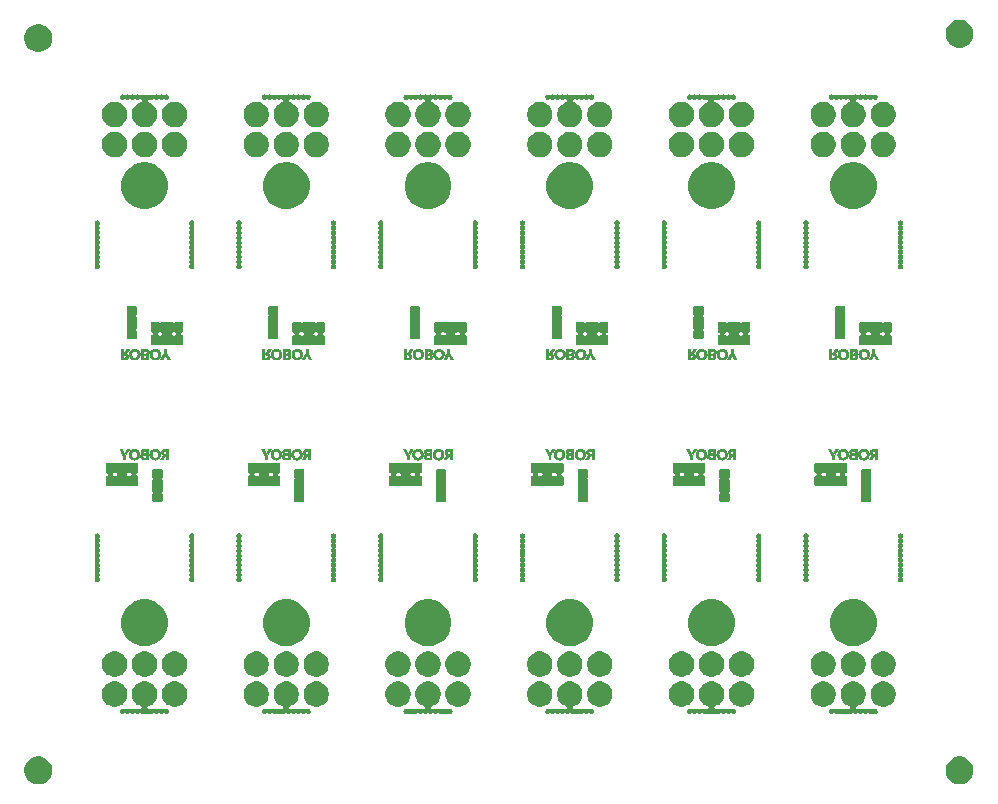
<source format=gbs>
G04 #@! TF.GenerationSoftware,KiCad,Pcbnew,5.0.2-bee76a0~70~ubuntu18.04.1*
G04 #@! TF.CreationDate,2020-03-12T15:24:38+01:00*
G04 #@! TF.ProjectId,output.A1335_long_I2C_panel,6f757470-7574-42e4-9131-3333355f6c6f,rev?*
G04 #@! TF.SameCoordinates,Original*
G04 #@! TF.FileFunction,Soldermask,Bot*
G04 #@! TF.FilePolarity,Negative*
%FSLAX46Y46*%
G04 Gerber Fmt 4.6, Leading zero omitted, Abs format (unit mm)*
G04 Created by KiCad (PCBNEW 5.0.2-bee76a0~70~ubuntu18.04.1) date Thu 12 Mar 2020 03:24:38 PM CET*
%MOMM*%
%LPD*%
G01*
G04 APERTURE LIST*
%ADD10C,0.010000*%
%ADD11C,0.100000*%
G04 APERTURE END LIST*
D10*
G04 #@! TO.C,G\002A\002A\002A*
G36*
X138180464Y-88212563D02*
X138203725Y-88211185D01*
X138224737Y-88208500D01*
X138238626Y-88205954D01*
X138302383Y-88188232D01*
X138361523Y-88161922D01*
X138415205Y-88127475D01*
X138461520Y-88086449D01*
X138501121Y-88038391D01*
X138532950Y-87984987D01*
X138557011Y-87927400D01*
X138573308Y-87866793D01*
X138581845Y-87804330D01*
X138582628Y-87741174D01*
X138575661Y-87678489D01*
X138560949Y-87617438D01*
X138538495Y-87559185D01*
X138508306Y-87504894D01*
X138470385Y-87455727D01*
X138458980Y-87443643D01*
X138409844Y-87400790D01*
X138355582Y-87366692D01*
X138296438Y-87341479D01*
X138239158Y-87326477D01*
X138214182Y-87323100D01*
X138182717Y-87320918D01*
X138147634Y-87319924D01*
X138111800Y-87320115D01*
X138078085Y-87321485D01*
X138049356Y-87324030D01*
X138032260Y-87326826D01*
X137968316Y-87345468D01*
X137910699Y-87371844D01*
X137858790Y-87406271D01*
X137830832Y-87430261D01*
X137786314Y-87478128D01*
X137750719Y-87530044D01*
X137723861Y-87586468D01*
X137705551Y-87647858D01*
X137695603Y-87714673D01*
X137693540Y-87765676D01*
X137865136Y-87765676D01*
X137866173Y-87728601D01*
X137869199Y-87694627D01*
X137873827Y-87668565D01*
X137891023Y-87617373D01*
X137915704Y-87572220D01*
X137947281Y-87533740D01*
X137985167Y-87502567D01*
X138028772Y-87479337D01*
X138058631Y-87469144D01*
X138081172Y-87465015D01*
X138110054Y-87462649D01*
X138141882Y-87462034D01*
X138173259Y-87463161D01*
X138200787Y-87466019D01*
X138218027Y-87469625D01*
X138264962Y-87488365D01*
X138306481Y-87515047D01*
X138341577Y-87548817D01*
X138369242Y-87588818D01*
X138377368Y-87604971D01*
X138389325Y-87633082D01*
X138397838Y-87658593D01*
X138403435Y-87684314D01*
X138406642Y-87713056D01*
X138407987Y-87747629D01*
X138408126Y-87768860D01*
X138407838Y-87799932D01*
X138406830Y-87823573D01*
X138404808Y-87842504D01*
X138401474Y-87859445D01*
X138396532Y-87877117D01*
X138396234Y-87878080D01*
X138376006Y-87929814D01*
X138349880Y-87973376D01*
X138317568Y-88009063D01*
X138278785Y-88037173D01*
X138233243Y-88058003D01*
X138218027Y-88062934D01*
X138194652Y-88067581D01*
X138164841Y-88070248D01*
X138132126Y-88070917D01*
X138100040Y-88069570D01*
X138072116Y-88066188D01*
X138060865Y-88063740D01*
X138012975Y-88046140D01*
X137971306Y-88020534D01*
X137935942Y-87987009D01*
X137906965Y-87945656D01*
X137884458Y-87896562D01*
X137873938Y-87862840D01*
X137869020Y-87836062D01*
X137866086Y-87802585D01*
X137865136Y-87765676D01*
X137693540Y-87765676D01*
X137693513Y-87766320D01*
X137697521Y-87837117D01*
X137709691Y-87902116D01*
X137730245Y-87961853D01*
X137759401Y-88016867D01*
X137797380Y-88067695D01*
X137831552Y-88103171D01*
X137856794Y-88125423D01*
X137881097Y-88143070D01*
X137908799Y-88159098D01*
X137924223Y-88166917D01*
X137955806Y-88181810D01*
X137983095Y-88192865D01*
X138008814Y-88200719D01*
X138035690Y-88206009D01*
X138066448Y-88209372D01*
X138103813Y-88211446D01*
X138116706Y-88211912D01*
X138152332Y-88212763D01*
X138180464Y-88212563D01*
X138180464Y-88212563D01*
G37*
X138180464Y-88212563D02*
X138203725Y-88211185D01*
X138224737Y-88208500D01*
X138238626Y-88205954D01*
X138302383Y-88188232D01*
X138361523Y-88161922D01*
X138415205Y-88127475D01*
X138461520Y-88086449D01*
X138501121Y-88038391D01*
X138532950Y-87984987D01*
X138557011Y-87927400D01*
X138573308Y-87866793D01*
X138581845Y-87804330D01*
X138582628Y-87741174D01*
X138575661Y-87678489D01*
X138560949Y-87617438D01*
X138538495Y-87559185D01*
X138508306Y-87504894D01*
X138470385Y-87455727D01*
X138458980Y-87443643D01*
X138409844Y-87400790D01*
X138355582Y-87366692D01*
X138296438Y-87341479D01*
X138239158Y-87326477D01*
X138214182Y-87323100D01*
X138182717Y-87320918D01*
X138147634Y-87319924D01*
X138111800Y-87320115D01*
X138078085Y-87321485D01*
X138049356Y-87324030D01*
X138032260Y-87326826D01*
X137968316Y-87345468D01*
X137910699Y-87371844D01*
X137858790Y-87406271D01*
X137830832Y-87430261D01*
X137786314Y-87478128D01*
X137750719Y-87530044D01*
X137723861Y-87586468D01*
X137705551Y-87647858D01*
X137695603Y-87714673D01*
X137693540Y-87765676D01*
X137865136Y-87765676D01*
X137866173Y-87728601D01*
X137869199Y-87694627D01*
X137873827Y-87668565D01*
X137891023Y-87617373D01*
X137915704Y-87572220D01*
X137947281Y-87533740D01*
X137985167Y-87502567D01*
X138028772Y-87479337D01*
X138058631Y-87469144D01*
X138081172Y-87465015D01*
X138110054Y-87462649D01*
X138141882Y-87462034D01*
X138173259Y-87463161D01*
X138200787Y-87466019D01*
X138218027Y-87469625D01*
X138264962Y-87488365D01*
X138306481Y-87515047D01*
X138341577Y-87548817D01*
X138369242Y-87588818D01*
X138377368Y-87604971D01*
X138389325Y-87633082D01*
X138397838Y-87658593D01*
X138403435Y-87684314D01*
X138406642Y-87713056D01*
X138407987Y-87747629D01*
X138408126Y-87768860D01*
X138407838Y-87799932D01*
X138406830Y-87823573D01*
X138404808Y-87842504D01*
X138401474Y-87859445D01*
X138396532Y-87877117D01*
X138396234Y-87878080D01*
X138376006Y-87929814D01*
X138349880Y-87973376D01*
X138317568Y-88009063D01*
X138278785Y-88037173D01*
X138233243Y-88058003D01*
X138218027Y-88062934D01*
X138194652Y-88067581D01*
X138164841Y-88070248D01*
X138132126Y-88070917D01*
X138100040Y-88069570D01*
X138072116Y-88066188D01*
X138060865Y-88063740D01*
X138012975Y-88046140D01*
X137971306Y-88020534D01*
X137935942Y-87987009D01*
X137906965Y-87945656D01*
X137884458Y-87896562D01*
X137873938Y-87862840D01*
X137869020Y-87836062D01*
X137866086Y-87802585D01*
X137865136Y-87765676D01*
X137693540Y-87765676D01*
X137693513Y-87766320D01*
X137697521Y-87837117D01*
X137709691Y-87902116D01*
X137730245Y-87961853D01*
X137759401Y-88016867D01*
X137797380Y-88067695D01*
X137831552Y-88103171D01*
X137856794Y-88125423D01*
X137881097Y-88143070D01*
X137908799Y-88159098D01*
X137924223Y-88166917D01*
X137955806Y-88181810D01*
X137983095Y-88192865D01*
X138008814Y-88200719D01*
X138035690Y-88206009D01*
X138066448Y-88209372D01*
X138103813Y-88211446D01*
X138116706Y-88211912D01*
X138152332Y-88212763D01*
X138180464Y-88212563D01*
G36*
X139933064Y-88212563D02*
X139956325Y-88211185D01*
X139977337Y-88208500D01*
X139991226Y-88205954D01*
X140054983Y-88188232D01*
X140114123Y-88161922D01*
X140167805Y-88127475D01*
X140214120Y-88086449D01*
X140253721Y-88038391D01*
X140285550Y-87984987D01*
X140309611Y-87927400D01*
X140325908Y-87866793D01*
X140334445Y-87804330D01*
X140335228Y-87741174D01*
X140328261Y-87678489D01*
X140313549Y-87617438D01*
X140291095Y-87559185D01*
X140260906Y-87504894D01*
X140222985Y-87455727D01*
X140211580Y-87443643D01*
X140162444Y-87400790D01*
X140108182Y-87366692D01*
X140049038Y-87341479D01*
X139991758Y-87326477D01*
X139966782Y-87323100D01*
X139935317Y-87320918D01*
X139900234Y-87319924D01*
X139864400Y-87320115D01*
X139830685Y-87321485D01*
X139801956Y-87324030D01*
X139784860Y-87326826D01*
X139720916Y-87345468D01*
X139663299Y-87371844D01*
X139611390Y-87406271D01*
X139583432Y-87430261D01*
X139538914Y-87478128D01*
X139503319Y-87530044D01*
X139476461Y-87586468D01*
X139458151Y-87647858D01*
X139448203Y-87714673D01*
X139446140Y-87765676D01*
X139617736Y-87765676D01*
X139618773Y-87728601D01*
X139621799Y-87694627D01*
X139626427Y-87668565D01*
X139643623Y-87617373D01*
X139668304Y-87572220D01*
X139699881Y-87533740D01*
X139737767Y-87502567D01*
X139781372Y-87479337D01*
X139811231Y-87469144D01*
X139833772Y-87465015D01*
X139862654Y-87462649D01*
X139894482Y-87462034D01*
X139925859Y-87463161D01*
X139953387Y-87466019D01*
X139970627Y-87469625D01*
X140017562Y-87488365D01*
X140059081Y-87515047D01*
X140094177Y-87548817D01*
X140121842Y-87588818D01*
X140129968Y-87604971D01*
X140141925Y-87633082D01*
X140150438Y-87658593D01*
X140156035Y-87684314D01*
X140159242Y-87713056D01*
X140160587Y-87747629D01*
X140160726Y-87768860D01*
X140160438Y-87799932D01*
X140159430Y-87823573D01*
X140157408Y-87842504D01*
X140154074Y-87859445D01*
X140149132Y-87877117D01*
X140148834Y-87878080D01*
X140128606Y-87929814D01*
X140102480Y-87973376D01*
X140070168Y-88009063D01*
X140031385Y-88037173D01*
X139985843Y-88058003D01*
X139970627Y-88062934D01*
X139947252Y-88067581D01*
X139917441Y-88070248D01*
X139884726Y-88070917D01*
X139852640Y-88069570D01*
X139824716Y-88066188D01*
X139813465Y-88063740D01*
X139765575Y-88046140D01*
X139723906Y-88020534D01*
X139688542Y-87987009D01*
X139659565Y-87945656D01*
X139637058Y-87896562D01*
X139626538Y-87862840D01*
X139621620Y-87836062D01*
X139618686Y-87802585D01*
X139617736Y-87765676D01*
X139446140Y-87765676D01*
X139446113Y-87766320D01*
X139450121Y-87837117D01*
X139462291Y-87902116D01*
X139482845Y-87961853D01*
X139512001Y-88016867D01*
X139549980Y-88067695D01*
X139584152Y-88103171D01*
X139609394Y-88125423D01*
X139633697Y-88143070D01*
X139661399Y-88159098D01*
X139676823Y-88166917D01*
X139708406Y-88181810D01*
X139735695Y-88192865D01*
X139761414Y-88200719D01*
X139788290Y-88206009D01*
X139819048Y-88209372D01*
X139856413Y-88211446D01*
X139869306Y-88211912D01*
X139904932Y-88212763D01*
X139933064Y-88212563D01*
X139933064Y-88212563D01*
G37*
X139933064Y-88212563D02*
X139956325Y-88211185D01*
X139977337Y-88208500D01*
X139991226Y-88205954D01*
X140054983Y-88188232D01*
X140114123Y-88161922D01*
X140167805Y-88127475D01*
X140214120Y-88086449D01*
X140253721Y-88038391D01*
X140285550Y-87984987D01*
X140309611Y-87927400D01*
X140325908Y-87866793D01*
X140334445Y-87804330D01*
X140335228Y-87741174D01*
X140328261Y-87678489D01*
X140313549Y-87617438D01*
X140291095Y-87559185D01*
X140260906Y-87504894D01*
X140222985Y-87455727D01*
X140211580Y-87443643D01*
X140162444Y-87400790D01*
X140108182Y-87366692D01*
X140049038Y-87341479D01*
X139991758Y-87326477D01*
X139966782Y-87323100D01*
X139935317Y-87320918D01*
X139900234Y-87319924D01*
X139864400Y-87320115D01*
X139830685Y-87321485D01*
X139801956Y-87324030D01*
X139784860Y-87326826D01*
X139720916Y-87345468D01*
X139663299Y-87371844D01*
X139611390Y-87406271D01*
X139583432Y-87430261D01*
X139538914Y-87478128D01*
X139503319Y-87530044D01*
X139476461Y-87586468D01*
X139458151Y-87647858D01*
X139448203Y-87714673D01*
X139446140Y-87765676D01*
X139617736Y-87765676D01*
X139618773Y-87728601D01*
X139621799Y-87694627D01*
X139626427Y-87668565D01*
X139643623Y-87617373D01*
X139668304Y-87572220D01*
X139699881Y-87533740D01*
X139737767Y-87502567D01*
X139781372Y-87479337D01*
X139811231Y-87469144D01*
X139833772Y-87465015D01*
X139862654Y-87462649D01*
X139894482Y-87462034D01*
X139925859Y-87463161D01*
X139953387Y-87466019D01*
X139970627Y-87469625D01*
X140017562Y-87488365D01*
X140059081Y-87515047D01*
X140094177Y-87548817D01*
X140121842Y-87588818D01*
X140129968Y-87604971D01*
X140141925Y-87633082D01*
X140150438Y-87658593D01*
X140156035Y-87684314D01*
X140159242Y-87713056D01*
X140160587Y-87747629D01*
X140160726Y-87768860D01*
X140160438Y-87799932D01*
X140159430Y-87823573D01*
X140157408Y-87842504D01*
X140154074Y-87859445D01*
X140149132Y-87877117D01*
X140148834Y-87878080D01*
X140128606Y-87929814D01*
X140102480Y-87973376D01*
X140070168Y-88009063D01*
X140031385Y-88037173D01*
X139985843Y-88058003D01*
X139970627Y-88062934D01*
X139947252Y-88067581D01*
X139917441Y-88070248D01*
X139884726Y-88070917D01*
X139852640Y-88069570D01*
X139824716Y-88066188D01*
X139813465Y-88063740D01*
X139765575Y-88046140D01*
X139723906Y-88020534D01*
X139688542Y-87987009D01*
X139659565Y-87945656D01*
X139637058Y-87896562D01*
X139626538Y-87862840D01*
X139621620Y-87836062D01*
X139618686Y-87802585D01*
X139617736Y-87765676D01*
X139446140Y-87765676D01*
X139446113Y-87766320D01*
X139450121Y-87837117D01*
X139462291Y-87902116D01*
X139482845Y-87961853D01*
X139512001Y-88016867D01*
X139549980Y-88067695D01*
X139584152Y-88103171D01*
X139609394Y-88125423D01*
X139633697Y-88143070D01*
X139661399Y-88159098D01*
X139676823Y-88166917D01*
X139708406Y-88181810D01*
X139735695Y-88192865D01*
X139761414Y-88200719D01*
X139788290Y-88206009D01*
X139819048Y-88209372D01*
X139856413Y-88211446D01*
X139869306Y-88211912D01*
X139904932Y-88212763D01*
X139933064Y-88212563D01*
G36*
X137175010Y-88201857D02*
X137227775Y-88201239D01*
X137271596Y-88200540D01*
X137307687Y-88199605D01*
X137337263Y-88198278D01*
X137361539Y-88196400D01*
X137381730Y-88193817D01*
X137399050Y-88190371D01*
X137414716Y-88185906D01*
X137429941Y-88180266D01*
X137445941Y-88173294D01*
X137463930Y-88164834D01*
X137464471Y-88164575D01*
X137505157Y-88139873D01*
X137538389Y-88108376D01*
X137563858Y-88070513D01*
X137581251Y-88026716D01*
X137588412Y-87993051D01*
X137591333Y-87940623D01*
X137584847Y-87890612D01*
X137569460Y-87843943D01*
X137545676Y-87801544D01*
X137514001Y-87764341D01*
X137474941Y-87733258D01*
X137434897Y-87711721D01*
X137406494Y-87699314D01*
X137428084Y-87678207D01*
X137434224Y-87670906D01*
X137445045Y-87656663D01*
X137459792Y-87636561D01*
X137477715Y-87611680D01*
X137498058Y-87583103D01*
X137520070Y-87551913D01*
X137542998Y-87519190D01*
X137566089Y-87486016D01*
X137588589Y-87453475D01*
X137609746Y-87422647D01*
X137628807Y-87394614D01*
X137645018Y-87370459D01*
X137657628Y-87351264D01*
X137665883Y-87338110D01*
X137669030Y-87332079D01*
X137669040Y-87331970D01*
X137664289Y-87330554D01*
X137651325Y-87329624D01*
X137632082Y-87329142D01*
X137608495Y-87329073D01*
X137582497Y-87329380D01*
X137556021Y-87330026D01*
X137531003Y-87330976D01*
X137509375Y-87332193D01*
X137493072Y-87333640D01*
X137484028Y-87335282D01*
X137483590Y-87335458D01*
X137476686Y-87341596D01*
X137464800Y-87356014D01*
X137447891Y-87378772D01*
X137425919Y-87409928D01*
X137398842Y-87449542D01*
X137366619Y-87497672D01*
X137329211Y-87554377D01*
X137289466Y-87615267D01*
X137277320Y-87632657D01*
X137265543Y-87647352D01*
X137256369Y-87656598D01*
X137255155Y-87657479D01*
X137242920Y-87662085D01*
X137222516Y-87665844D01*
X137197030Y-87668314D01*
X137150880Y-87671304D01*
X137150880Y-87329440D01*
X136983240Y-87329440D01*
X136983240Y-87785555D01*
X137150880Y-87785555D01*
X137228350Y-87787758D01*
X137260242Y-87788879D01*
X137284204Y-87790352D01*
X137302466Y-87792466D01*
X137317257Y-87795509D01*
X137330809Y-87799771D01*
X137335826Y-87801664D01*
X137369667Y-87819617D01*
X137395596Y-87843909D01*
X137413500Y-87874364D01*
X137423265Y-87910809D01*
X137425200Y-87939035D01*
X137420620Y-87975591D01*
X137407394Y-88007482D01*
X137386293Y-88033750D01*
X137358088Y-88053434D01*
X137323551Y-88065576D01*
X137323472Y-88065593D01*
X137308859Y-88067854D01*
X137286815Y-88070187D01*
X137260063Y-88072352D01*
X137231328Y-88074104D01*
X137224329Y-88074441D01*
X137150880Y-88077778D01*
X137150880Y-87785555D01*
X136983240Y-87785555D01*
X136983240Y-88203955D01*
X137175010Y-88201857D01*
X137175010Y-88201857D01*
G37*
X137175010Y-88201857D02*
X137227775Y-88201239D01*
X137271596Y-88200540D01*
X137307687Y-88199605D01*
X137337263Y-88198278D01*
X137361539Y-88196400D01*
X137381730Y-88193817D01*
X137399050Y-88190371D01*
X137414716Y-88185906D01*
X137429941Y-88180266D01*
X137445941Y-88173294D01*
X137463930Y-88164834D01*
X137464471Y-88164575D01*
X137505157Y-88139873D01*
X137538389Y-88108376D01*
X137563858Y-88070513D01*
X137581251Y-88026716D01*
X137588412Y-87993051D01*
X137591333Y-87940623D01*
X137584847Y-87890612D01*
X137569460Y-87843943D01*
X137545676Y-87801544D01*
X137514001Y-87764341D01*
X137474941Y-87733258D01*
X137434897Y-87711721D01*
X137406494Y-87699314D01*
X137428084Y-87678207D01*
X137434224Y-87670906D01*
X137445045Y-87656663D01*
X137459792Y-87636561D01*
X137477715Y-87611680D01*
X137498058Y-87583103D01*
X137520070Y-87551913D01*
X137542998Y-87519190D01*
X137566089Y-87486016D01*
X137588589Y-87453475D01*
X137609746Y-87422647D01*
X137628807Y-87394614D01*
X137645018Y-87370459D01*
X137657628Y-87351264D01*
X137665883Y-87338110D01*
X137669030Y-87332079D01*
X137669040Y-87331970D01*
X137664289Y-87330554D01*
X137651325Y-87329624D01*
X137632082Y-87329142D01*
X137608495Y-87329073D01*
X137582497Y-87329380D01*
X137556021Y-87330026D01*
X137531003Y-87330976D01*
X137509375Y-87332193D01*
X137493072Y-87333640D01*
X137484028Y-87335282D01*
X137483590Y-87335458D01*
X137476686Y-87341596D01*
X137464800Y-87356014D01*
X137447891Y-87378772D01*
X137425919Y-87409928D01*
X137398842Y-87449542D01*
X137366619Y-87497672D01*
X137329211Y-87554377D01*
X137289466Y-87615267D01*
X137277320Y-87632657D01*
X137265543Y-87647352D01*
X137256369Y-87656598D01*
X137255155Y-87657479D01*
X137242920Y-87662085D01*
X137222516Y-87665844D01*
X137197030Y-87668314D01*
X137150880Y-87671304D01*
X137150880Y-87329440D01*
X136983240Y-87329440D01*
X136983240Y-87785555D01*
X137150880Y-87785555D01*
X137228350Y-87787758D01*
X137260242Y-87788879D01*
X137284204Y-87790352D01*
X137302466Y-87792466D01*
X137317257Y-87795509D01*
X137330809Y-87799771D01*
X137335826Y-87801664D01*
X137369667Y-87819617D01*
X137395596Y-87843909D01*
X137413500Y-87874364D01*
X137423265Y-87910809D01*
X137425200Y-87939035D01*
X137420620Y-87975591D01*
X137407394Y-88007482D01*
X137386293Y-88033750D01*
X137358088Y-88053434D01*
X137323551Y-88065576D01*
X137323472Y-88065593D01*
X137308859Y-88067854D01*
X137286815Y-88070187D01*
X137260063Y-88072352D01*
X137231328Y-88074104D01*
X137224329Y-88074441D01*
X137150880Y-88077778D01*
X137150880Y-87785555D01*
X136983240Y-87785555D01*
X136983240Y-88203955D01*
X137175010Y-88201857D01*
G36*
X138914910Y-88201961D02*
X138966831Y-88201481D01*
X139009682Y-88201005D01*
X139044554Y-88200475D01*
X139072535Y-88199832D01*
X139094716Y-88199017D01*
X139112187Y-88197971D01*
X139126037Y-88196636D01*
X139137357Y-88194952D01*
X139147237Y-88192861D01*
X139156766Y-88190304D01*
X139162543Y-88188589D01*
X139211002Y-88170059D01*
X139251664Y-88146278D01*
X139284075Y-88117595D01*
X139307776Y-88084355D01*
X139312593Y-88074709D01*
X139325381Y-88037069D01*
X139331614Y-87996201D01*
X139331315Y-87954865D01*
X139324505Y-87915822D01*
X139311206Y-87881832D01*
X139311071Y-87881583D01*
X139292348Y-87855041D01*
X139266593Y-87829440D01*
X139236778Y-87807468D01*
X139217088Y-87796623D01*
X139201574Y-87789066D01*
X139194222Y-87784549D01*
X139193967Y-87781857D01*
X139199746Y-87779777D01*
X139201848Y-87779250D01*
X139229196Y-87769781D01*
X139258473Y-87755172D01*
X139285970Y-87737586D01*
X139307975Y-87719181D01*
X139311619Y-87715337D01*
X139331909Y-87688731D01*
X139345432Y-87660534D01*
X139353041Y-87628245D01*
X139355589Y-87589364D01*
X139355600Y-87586243D01*
X139351482Y-87534504D01*
X139339055Y-87488427D01*
X139318203Y-87447858D01*
X139288811Y-87412647D01*
X139250767Y-87382640D01*
X139203955Y-87357688D01*
X139174701Y-87346160D01*
X139134620Y-87331993D01*
X138705360Y-87328839D01*
X138705360Y-87710440D01*
X138873000Y-87710440D01*
X138873000Y-87454922D01*
X138975870Y-87457828D01*
X139015108Y-87459150D01*
X139045743Y-87460723D01*
X139069331Y-87462688D01*
X139087427Y-87465192D01*
X139101588Y-87468375D01*
X139106490Y-87469868D01*
X139134643Y-87483343D01*
X139155541Y-87499471D01*
X139174775Y-87524176D01*
X139186750Y-87552938D01*
X139191555Y-87583727D01*
X139189277Y-87614509D01*
X139180002Y-87643252D01*
X139163819Y-87667925D01*
X139147693Y-87682197D01*
X139132135Y-87691416D01*
X139114487Y-87698512D01*
X139093283Y-87703718D01*
X139067056Y-87707268D01*
X139034339Y-87709397D01*
X138993665Y-87710340D01*
X138970992Y-87710440D01*
X138873000Y-87710440D01*
X138705360Y-87710440D01*
X138705360Y-87825682D01*
X138873000Y-87825682D01*
X138963170Y-87828844D01*
X139001489Y-87830620D01*
X139034140Y-87833007D01*
X139059680Y-87835872D01*
X139076665Y-87839082D01*
X139077963Y-87839454D01*
X139111808Y-87853307D01*
X139136908Y-87872054D01*
X139153730Y-87896300D01*
X139162740Y-87926653D01*
X139164650Y-87952150D01*
X139163782Y-87975490D01*
X139160272Y-87993505D01*
X139153149Y-88010894D01*
X139152032Y-88013110D01*
X139140552Y-88030603D01*
X139125157Y-88044804D01*
X139104898Y-88055982D01*
X139078829Y-88064405D01*
X139046003Y-88070342D01*
X139005472Y-88074062D01*
X138956289Y-88075834D01*
X138930150Y-88076069D01*
X138873000Y-88076200D01*
X138873000Y-87825682D01*
X138705360Y-87825682D01*
X138705360Y-88203814D01*
X138914910Y-88201961D01*
X138914910Y-88201961D01*
G37*
X138914910Y-88201961D02*
X138966831Y-88201481D01*
X139009682Y-88201005D01*
X139044554Y-88200475D01*
X139072535Y-88199832D01*
X139094716Y-88199017D01*
X139112187Y-88197971D01*
X139126037Y-88196636D01*
X139137357Y-88194952D01*
X139147237Y-88192861D01*
X139156766Y-88190304D01*
X139162543Y-88188589D01*
X139211002Y-88170059D01*
X139251664Y-88146278D01*
X139284075Y-88117595D01*
X139307776Y-88084355D01*
X139312593Y-88074709D01*
X139325381Y-88037069D01*
X139331614Y-87996201D01*
X139331315Y-87954865D01*
X139324505Y-87915822D01*
X139311206Y-87881832D01*
X139311071Y-87881583D01*
X139292348Y-87855041D01*
X139266593Y-87829440D01*
X139236778Y-87807468D01*
X139217088Y-87796623D01*
X139201574Y-87789066D01*
X139194222Y-87784549D01*
X139193967Y-87781857D01*
X139199746Y-87779777D01*
X139201848Y-87779250D01*
X139229196Y-87769781D01*
X139258473Y-87755172D01*
X139285970Y-87737586D01*
X139307975Y-87719181D01*
X139311619Y-87715337D01*
X139331909Y-87688731D01*
X139345432Y-87660534D01*
X139353041Y-87628245D01*
X139355589Y-87589364D01*
X139355600Y-87586243D01*
X139351482Y-87534504D01*
X139339055Y-87488427D01*
X139318203Y-87447858D01*
X139288811Y-87412647D01*
X139250767Y-87382640D01*
X139203955Y-87357688D01*
X139174701Y-87346160D01*
X139134620Y-87331993D01*
X138705360Y-87328839D01*
X138705360Y-87710440D01*
X138873000Y-87710440D01*
X138873000Y-87454922D01*
X138975870Y-87457828D01*
X139015108Y-87459150D01*
X139045743Y-87460723D01*
X139069331Y-87462688D01*
X139087427Y-87465192D01*
X139101588Y-87468375D01*
X139106490Y-87469868D01*
X139134643Y-87483343D01*
X139155541Y-87499471D01*
X139174775Y-87524176D01*
X139186750Y-87552938D01*
X139191555Y-87583727D01*
X139189277Y-87614509D01*
X139180002Y-87643252D01*
X139163819Y-87667925D01*
X139147693Y-87682197D01*
X139132135Y-87691416D01*
X139114487Y-87698512D01*
X139093283Y-87703718D01*
X139067056Y-87707268D01*
X139034339Y-87709397D01*
X138993665Y-87710340D01*
X138970992Y-87710440D01*
X138873000Y-87710440D01*
X138705360Y-87710440D01*
X138705360Y-87825682D01*
X138873000Y-87825682D01*
X138963170Y-87828844D01*
X139001489Y-87830620D01*
X139034140Y-87833007D01*
X139059680Y-87835872D01*
X139076665Y-87839082D01*
X139077963Y-87839454D01*
X139111808Y-87853307D01*
X139136908Y-87872054D01*
X139153730Y-87896300D01*
X139162740Y-87926653D01*
X139164650Y-87952150D01*
X139163782Y-87975490D01*
X139160272Y-87993505D01*
X139153149Y-88010894D01*
X139152032Y-88013110D01*
X139140552Y-88030603D01*
X139125157Y-88044804D01*
X139104898Y-88055982D01*
X139078829Y-88064405D01*
X139046003Y-88070342D01*
X139005472Y-88074062D01*
X138956289Y-88075834D01*
X138930150Y-88076069D01*
X138873000Y-88076200D01*
X138873000Y-87825682D01*
X138705360Y-87825682D01*
X138705360Y-88203814D01*
X138914910Y-88201961D01*
G36*
X140500155Y-88188988D02*
X140505398Y-88181573D01*
X140514708Y-88166373D01*
X140527427Y-88144596D01*
X140542896Y-88117451D01*
X140560454Y-88086147D01*
X140579444Y-88051890D01*
X140599204Y-88015891D01*
X140619078Y-87979356D01*
X140638404Y-87943495D01*
X140656524Y-87909516D01*
X140672779Y-87878628D01*
X140686508Y-87852037D01*
X140697054Y-87830954D01*
X140703757Y-87816586D01*
X140705037Y-87813462D01*
X140710620Y-87800528D01*
X140715223Y-87792743D01*
X140716599Y-87791720D01*
X140720101Y-87796013D01*
X140726179Y-87807279D01*
X140733532Y-87823101D01*
X140733694Y-87823470D01*
X140741609Y-87840507D01*
X140753101Y-87863697D01*
X140767531Y-87891867D01*
X140784255Y-87923842D01*
X140802632Y-87958449D01*
X140822021Y-87994513D01*
X140841780Y-88030860D01*
X140861269Y-88066315D01*
X140879844Y-88099705D01*
X140896865Y-88129855D01*
X140911691Y-88155591D01*
X140923679Y-88175739D01*
X140932188Y-88189124D01*
X140936368Y-88194439D01*
X140941921Y-88197794D01*
X140949264Y-88200148D01*
X140960032Y-88201629D01*
X140975862Y-88202367D01*
X140998390Y-88202489D01*
X141029253Y-88202124D01*
X141033310Y-88202059D01*
X141118214Y-88200660D01*
X140958267Y-87929311D01*
X140798320Y-87657961D01*
X140798320Y-87329440D01*
X140630680Y-87329440D01*
X140630680Y-87664902D01*
X140473200Y-87931258D01*
X140445170Y-87978711D01*
X140418736Y-88023549D01*
X140394342Y-88065012D01*
X140372433Y-88102341D01*
X140353454Y-88134774D01*
X140337850Y-88161553D01*
X140326064Y-88181917D01*
X140318542Y-88195106D01*
X140315729Y-88200360D01*
X140315720Y-88200407D01*
X140320523Y-88201328D01*
X140333827Y-88202122D01*
X140353975Y-88202733D01*
X140379306Y-88203107D01*
X140401129Y-88203200D01*
X140486539Y-88203200D01*
X140500155Y-88188988D01*
X140500155Y-88188988D01*
G37*
X140500155Y-88188988D02*
X140505398Y-88181573D01*
X140514708Y-88166373D01*
X140527427Y-88144596D01*
X140542896Y-88117451D01*
X140560454Y-88086147D01*
X140579444Y-88051890D01*
X140599204Y-88015891D01*
X140619078Y-87979356D01*
X140638404Y-87943495D01*
X140656524Y-87909516D01*
X140672779Y-87878628D01*
X140686508Y-87852037D01*
X140697054Y-87830954D01*
X140703757Y-87816586D01*
X140705037Y-87813462D01*
X140710620Y-87800528D01*
X140715223Y-87792743D01*
X140716599Y-87791720D01*
X140720101Y-87796013D01*
X140726179Y-87807279D01*
X140733532Y-87823101D01*
X140733694Y-87823470D01*
X140741609Y-87840507D01*
X140753101Y-87863697D01*
X140767531Y-87891867D01*
X140784255Y-87923842D01*
X140802632Y-87958449D01*
X140822021Y-87994513D01*
X140841780Y-88030860D01*
X140861269Y-88066315D01*
X140879844Y-88099705D01*
X140896865Y-88129855D01*
X140911691Y-88155591D01*
X140923679Y-88175739D01*
X140932188Y-88189124D01*
X140936368Y-88194439D01*
X140941921Y-88197794D01*
X140949264Y-88200148D01*
X140960032Y-88201629D01*
X140975862Y-88202367D01*
X140998390Y-88202489D01*
X141029253Y-88202124D01*
X141033310Y-88202059D01*
X141118214Y-88200660D01*
X140958267Y-87929311D01*
X140798320Y-87657961D01*
X140798320Y-87329440D01*
X140630680Y-87329440D01*
X140630680Y-87664902D01*
X140473200Y-87931258D01*
X140445170Y-87978711D01*
X140418736Y-88023549D01*
X140394342Y-88065012D01*
X140372433Y-88102341D01*
X140353454Y-88134774D01*
X140337850Y-88161553D01*
X140326064Y-88181917D01*
X140318542Y-88195106D01*
X140315729Y-88200360D01*
X140315720Y-88200407D01*
X140320523Y-88201328D01*
X140333827Y-88202122D01*
X140353975Y-88202733D01*
X140379306Y-88203107D01*
X140401129Y-88203200D01*
X140486539Y-88203200D01*
X140500155Y-88188988D01*
G36*
X126180464Y-88212563D02*
X126203725Y-88211185D01*
X126224737Y-88208500D01*
X126238626Y-88205954D01*
X126302383Y-88188232D01*
X126361523Y-88161922D01*
X126415205Y-88127475D01*
X126461520Y-88086449D01*
X126501121Y-88038391D01*
X126532950Y-87984987D01*
X126557011Y-87927400D01*
X126573308Y-87866793D01*
X126581845Y-87804330D01*
X126582628Y-87741174D01*
X126575661Y-87678489D01*
X126560949Y-87617438D01*
X126538495Y-87559185D01*
X126508306Y-87504894D01*
X126470385Y-87455727D01*
X126458980Y-87443643D01*
X126409844Y-87400790D01*
X126355582Y-87366692D01*
X126296438Y-87341479D01*
X126239158Y-87326477D01*
X126214182Y-87323100D01*
X126182717Y-87320918D01*
X126147634Y-87319924D01*
X126111800Y-87320115D01*
X126078085Y-87321485D01*
X126049356Y-87324030D01*
X126032260Y-87326826D01*
X125968316Y-87345468D01*
X125910699Y-87371844D01*
X125858790Y-87406271D01*
X125830832Y-87430261D01*
X125786314Y-87478128D01*
X125750719Y-87530044D01*
X125723861Y-87586468D01*
X125705551Y-87647858D01*
X125695603Y-87714673D01*
X125693540Y-87765676D01*
X125865136Y-87765676D01*
X125866173Y-87728601D01*
X125869199Y-87694627D01*
X125873827Y-87668565D01*
X125891023Y-87617373D01*
X125915704Y-87572220D01*
X125947281Y-87533740D01*
X125985167Y-87502567D01*
X126028772Y-87479337D01*
X126058631Y-87469144D01*
X126081172Y-87465015D01*
X126110054Y-87462649D01*
X126141882Y-87462034D01*
X126173259Y-87463161D01*
X126200787Y-87466019D01*
X126218027Y-87469625D01*
X126264962Y-87488365D01*
X126306481Y-87515047D01*
X126341577Y-87548817D01*
X126369242Y-87588818D01*
X126377368Y-87604971D01*
X126389325Y-87633082D01*
X126397838Y-87658593D01*
X126403435Y-87684314D01*
X126406642Y-87713056D01*
X126407987Y-87747629D01*
X126408126Y-87768860D01*
X126407838Y-87799932D01*
X126406830Y-87823573D01*
X126404808Y-87842504D01*
X126401474Y-87859445D01*
X126396532Y-87877117D01*
X126396234Y-87878080D01*
X126376006Y-87929814D01*
X126349880Y-87973376D01*
X126317568Y-88009063D01*
X126278785Y-88037173D01*
X126233243Y-88058003D01*
X126218027Y-88062934D01*
X126194652Y-88067581D01*
X126164841Y-88070248D01*
X126132126Y-88070917D01*
X126100040Y-88069570D01*
X126072116Y-88066188D01*
X126060865Y-88063740D01*
X126012975Y-88046140D01*
X125971306Y-88020534D01*
X125935942Y-87987009D01*
X125906965Y-87945656D01*
X125884458Y-87896562D01*
X125873938Y-87862840D01*
X125869020Y-87836062D01*
X125866086Y-87802585D01*
X125865136Y-87765676D01*
X125693540Y-87765676D01*
X125693513Y-87766320D01*
X125697521Y-87837117D01*
X125709691Y-87902116D01*
X125730245Y-87961853D01*
X125759401Y-88016867D01*
X125797380Y-88067695D01*
X125831552Y-88103171D01*
X125856794Y-88125423D01*
X125881097Y-88143070D01*
X125908799Y-88159098D01*
X125924223Y-88166917D01*
X125955806Y-88181810D01*
X125983095Y-88192865D01*
X126008814Y-88200719D01*
X126035690Y-88206009D01*
X126066448Y-88209372D01*
X126103813Y-88211446D01*
X126116706Y-88211912D01*
X126152332Y-88212763D01*
X126180464Y-88212563D01*
X126180464Y-88212563D01*
G37*
X126180464Y-88212563D02*
X126203725Y-88211185D01*
X126224737Y-88208500D01*
X126238626Y-88205954D01*
X126302383Y-88188232D01*
X126361523Y-88161922D01*
X126415205Y-88127475D01*
X126461520Y-88086449D01*
X126501121Y-88038391D01*
X126532950Y-87984987D01*
X126557011Y-87927400D01*
X126573308Y-87866793D01*
X126581845Y-87804330D01*
X126582628Y-87741174D01*
X126575661Y-87678489D01*
X126560949Y-87617438D01*
X126538495Y-87559185D01*
X126508306Y-87504894D01*
X126470385Y-87455727D01*
X126458980Y-87443643D01*
X126409844Y-87400790D01*
X126355582Y-87366692D01*
X126296438Y-87341479D01*
X126239158Y-87326477D01*
X126214182Y-87323100D01*
X126182717Y-87320918D01*
X126147634Y-87319924D01*
X126111800Y-87320115D01*
X126078085Y-87321485D01*
X126049356Y-87324030D01*
X126032260Y-87326826D01*
X125968316Y-87345468D01*
X125910699Y-87371844D01*
X125858790Y-87406271D01*
X125830832Y-87430261D01*
X125786314Y-87478128D01*
X125750719Y-87530044D01*
X125723861Y-87586468D01*
X125705551Y-87647858D01*
X125695603Y-87714673D01*
X125693540Y-87765676D01*
X125865136Y-87765676D01*
X125866173Y-87728601D01*
X125869199Y-87694627D01*
X125873827Y-87668565D01*
X125891023Y-87617373D01*
X125915704Y-87572220D01*
X125947281Y-87533740D01*
X125985167Y-87502567D01*
X126028772Y-87479337D01*
X126058631Y-87469144D01*
X126081172Y-87465015D01*
X126110054Y-87462649D01*
X126141882Y-87462034D01*
X126173259Y-87463161D01*
X126200787Y-87466019D01*
X126218027Y-87469625D01*
X126264962Y-87488365D01*
X126306481Y-87515047D01*
X126341577Y-87548817D01*
X126369242Y-87588818D01*
X126377368Y-87604971D01*
X126389325Y-87633082D01*
X126397838Y-87658593D01*
X126403435Y-87684314D01*
X126406642Y-87713056D01*
X126407987Y-87747629D01*
X126408126Y-87768860D01*
X126407838Y-87799932D01*
X126406830Y-87823573D01*
X126404808Y-87842504D01*
X126401474Y-87859445D01*
X126396532Y-87877117D01*
X126396234Y-87878080D01*
X126376006Y-87929814D01*
X126349880Y-87973376D01*
X126317568Y-88009063D01*
X126278785Y-88037173D01*
X126233243Y-88058003D01*
X126218027Y-88062934D01*
X126194652Y-88067581D01*
X126164841Y-88070248D01*
X126132126Y-88070917D01*
X126100040Y-88069570D01*
X126072116Y-88066188D01*
X126060865Y-88063740D01*
X126012975Y-88046140D01*
X125971306Y-88020534D01*
X125935942Y-87987009D01*
X125906965Y-87945656D01*
X125884458Y-87896562D01*
X125873938Y-87862840D01*
X125869020Y-87836062D01*
X125866086Y-87802585D01*
X125865136Y-87765676D01*
X125693540Y-87765676D01*
X125693513Y-87766320D01*
X125697521Y-87837117D01*
X125709691Y-87902116D01*
X125730245Y-87961853D01*
X125759401Y-88016867D01*
X125797380Y-88067695D01*
X125831552Y-88103171D01*
X125856794Y-88125423D01*
X125881097Y-88143070D01*
X125908799Y-88159098D01*
X125924223Y-88166917D01*
X125955806Y-88181810D01*
X125983095Y-88192865D01*
X126008814Y-88200719D01*
X126035690Y-88206009D01*
X126066448Y-88209372D01*
X126103813Y-88211446D01*
X126116706Y-88211912D01*
X126152332Y-88212763D01*
X126180464Y-88212563D01*
G36*
X127933064Y-88212563D02*
X127956325Y-88211185D01*
X127977337Y-88208500D01*
X127991226Y-88205954D01*
X128054983Y-88188232D01*
X128114123Y-88161922D01*
X128167805Y-88127475D01*
X128214120Y-88086449D01*
X128253721Y-88038391D01*
X128285550Y-87984987D01*
X128309611Y-87927400D01*
X128325908Y-87866793D01*
X128334445Y-87804330D01*
X128335228Y-87741174D01*
X128328261Y-87678489D01*
X128313549Y-87617438D01*
X128291095Y-87559185D01*
X128260906Y-87504894D01*
X128222985Y-87455727D01*
X128211580Y-87443643D01*
X128162444Y-87400790D01*
X128108182Y-87366692D01*
X128049038Y-87341479D01*
X127991758Y-87326477D01*
X127966782Y-87323100D01*
X127935317Y-87320918D01*
X127900234Y-87319924D01*
X127864400Y-87320115D01*
X127830685Y-87321485D01*
X127801956Y-87324030D01*
X127784860Y-87326826D01*
X127720916Y-87345468D01*
X127663299Y-87371844D01*
X127611390Y-87406271D01*
X127583432Y-87430261D01*
X127538914Y-87478128D01*
X127503319Y-87530044D01*
X127476461Y-87586468D01*
X127458151Y-87647858D01*
X127448203Y-87714673D01*
X127446140Y-87765676D01*
X127617736Y-87765676D01*
X127618773Y-87728601D01*
X127621799Y-87694627D01*
X127626427Y-87668565D01*
X127643623Y-87617373D01*
X127668304Y-87572220D01*
X127699881Y-87533740D01*
X127737767Y-87502567D01*
X127781372Y-87479337D01*
X127811231Y-87469144D01*
X127833772Y-87465015D01*
X127862654Y-87462649D01*
X127894482Y-87462034D01*
X127925859Y-87463161D01*
X127953387Y-87466019D01*
X127970627Y-87469625D01*
X128017562Y-87488365D01*
X128059081Y-87515047D01*
X128094177Y-87548817D01*
X128121842Y-87588818D01*
X128129968Y-87604971D01*
X128141925Y-87633082D01*
X128150438Y-87658593D01*
X128156035Y-87684314D01*
X128159242Y-87713056D01*
X128160587Y-87747629D01*
X128160726Y-87768860D01*
X128160438Y-87799932D01*
X128159430Y-87823573D01*
X128157408Y-87842504D01*
X128154074Y-87859445D01*
X128149132Y-87877117D01*
X128148834Y-87878080D01*
X128128606Y-87929814D01*
X128102480Y-87973376D01*
X128070168Y-88009063D01*
X128031385Y-88037173D01*
X127985843Y-88058003D01*
X127970627Y-88062934D01*
X127947252Y-88067581D01*
X127917441Y-88070248D01*
X127884726Y-88070917D01*
X127852640Y-88069570D01*
X127824716Y-88066188D01*
X127813465Y-88063740D01*
X127765575Y-88046140D01*
X127723906Y-88020534D01*
X127688542Y-87987009D01*
X127659565Y-87945656D01*
X127637058Y-87896562D01*
X127626538Y-87862840D01*
X127621620Y-87836062D01*
X127618686Y-87802585D01*
X127617736Y-87765676D01*
X127446140Y-87765676D01*
X127446113Y-87766320D01*
X127450121Y-87837117D01*
X127462291Y-87902116D01*
X127482845Y-87961853D01*
X127512001Y-88016867D01*
X127549980Y-88067695D01*
X127584152Y-88103171D01*
X127609394Y-88125423D01*
X127633697Y-88143070D01*
X127661399Y-88159098D01*
X127676823Y-88166917D01*
X127708406Y-88181810D01*
X127735695Y-88192865D01*
X127761414Y-88200719D01*
X127788290Y-88206009D01*
X127819048Y-88209372D01*
X127856413Y-88211446D01*
X127869306Y-88211912D01*
X127904932Y-88212763D01*
X127933064Y-88212563D01*
X127933064Y-88212563D01*
G37*
X127933064Y-88212563D02*
X127956325Y-88211185D01*
X127977337Y-88208500D01*
X127991226Y-88205954D01*
X128054983Y-88188232D01*
X128114123Y-88161922D01*
X128167805Y-88127475D01*
X128214120Y-88086449D01*
X128253721Y-88038391D01*
X128285550Y-87984987D01*
X128309611Y-87927400D01*
X128325908Y-87866793D01*
X128334445Y-87804330D01*
X128335228Y-87741174D01*
X128328261Y-87678489D01*
X128313549Y-87617438D01*
X128291095Y-87559185D01*
X128260906Y-87504894D01*
X128222985Y-87455727D01*
X128211580Y-87443643D01*
X128162444Y-87400790D01*
X128108182Y-87366692D01*
X128049038Y-87341479D01*
X127991758Y-87326477D01*
X127966782Y-87323100D01*
X127935317Y-87320918D01*
X127900234Y-87319924D01*
X127864400Y-87320115D01*
X127830685Y-87321485D01*
X127801956Y-87324030D01*
X127784860Y-87326826D01*
X127720916Y-87345468D01*
X127663299Y-87371844D01*
X127611390Y-87406271D01*
X127583432Y-87430261D01*
X127538914Y-87478128D01*
X127503319Y-87530044D01*
X127476461Y-87586468D01*
X127458151Y-87647858D01*
X127448203Y-87714673D01*
X127446140Y-87765676D01*
X127617736Y-87765676D01*
X127618773Y-87728601D01*
X127621799Y-87694627D01*
X127626427Y-87668565D01*
X127643623Y-87617373D01*
X127668304Y-87572220D01*
X127699881Y-87533740D01*
X127737767Y-87502567D01*
X127781372Y-87479337D01*
X127811231Y-87469144D01*
X127833772Y-87465015D01*
X127862654Y-87462649D01*
X127894482Y-87462034D01*
X127925859Y-87463161D01*
X127953387Y-87466019D01*
X127970627Y-87469625D01*
X128017562Y-87488365D01*
X128059081Y-87515047D01*
X128094177Y-87548817D01*
X128121842Y-87588818D01*
X128129968Y-87604971D01*
X128141925Y-87633082D01*
X128150438Y-87658593D01*
X128156035Y-87684314D01*
X128159242Y-87713056D01*
X128160587Y-87747629D01*
X128160726Y-87768860D01*
X128160438Y-87799932D01*
X128159430Y-87823573D01*
X128157408Y-87842504D01*
X128154074Y-87859445D01*
X128149132Y-87877117D01*
X128148834Y-87878080D01*
X128128606Y-87929814D01*
X128102480Y-87973376D01*
X128070168Y-88009063D01*
X128031385Y-88037173D01*
X127985843Y-88058003D01*
X127970627Y-88062934D01*
X127947252Y-88067581D01*
X127917441Y-88070248D01*
X127884726Y-88070917D01*
X127852640Y-88069570D01*
X127824716Y-88066188D01*
X127813465Y-88063740D01*
X127765575Y-88046140D01*
X127723906Y-88020534D01*
X127688542Y-87987009D01*
X127659565Y-87945656D01*
X127637058Y-87896562D01*
X127626538Y-87862840D01*
X127621620Y-87836062D01*
X127618686Y-87802585D01*
X127617736Y-87765676D01*
X127446140Y-87765676D01*
X127446113Y-87766320D01*
X127450121Y-87837117D01*
X127462291Y-87902116D01*
X127482845Y-87961853D01*
X127512001Y-88016867D01*
X127549980Y-88067695D01*
X127584152Y-88103171D01*
X127609394Y-88125423D01*
X127633697Y-88143070D01*
X127661399Y-88159098D01*
X127676823Y-88166917D01*
X127708406Y-88181810D01*
X127735695Y-88192865D01*
X127761414Y-88200719D01*
X127788290Y-88206009D01*
X127819048Y-88209372D01*
X127856413Y-88211446D01*
X127869306Y-88211912D01*
X127904932Y-88212763D01*
X127933064Y-88212563D01*
G36*
X125175010Y-88201857D02*
X125227775Y-88201239D01*
X125271596Y-88200540D01*
X125307687Y-88199605D01*
X125337263Y-88198278D01*
X125361539Y-88196400D01*
X125381730Y-88193817D01*
X125399050Y-88190371D01*
X125414716Y-88185906D01*
X125429941Y-88180266D01*
X125445941Y-88173294D01*
X125463930Y-88164834D01*
X125464471Y-88164575D01*
X125505157Y-88139873D01*
X125538389Y-88108376D01*
X125563858Y-88070513D01*
X125581251Y-88026716D01*
X125588412Y-87993051D01*
X125591333Y-87940623D01*
X125584847Y-87890612D01*
X125569460Y-87843943D01*
X125545676Y-87801544D01*
X125514001Y-87764341D01*
X125474941Y-87733258D01*
X125434897Y-87711721D01*
X125406494Y-87699314D01*
X125428084Y-87678207D01*
X125434224Y-87670906D01*
X125445045Y-87656663D01*
X125459792Y-87636561D01*
X125477715Y-87611680D01*
X125498058Y-87583103D01*
X125520070Y-87551913D01*
X125542998Y-87519190D01*
X125566089Y-87486016D01*
X125588589Y-87453475D01*
X125609746Y-87422647D01*
X125628807Y-87394614D01*
X125645018Y-87370459D01*
X125657628Y-87351264D01*
X125665883Y-87338110D01*
X125669030Y-87332079D01*
X125669040Y-87331970D01*
X125664289Y-87330554D01*
X125651325Y-87329624D01*
X125632082Y-87329142D01*
X125608495Y-87329073D01*
X125582497Y-87329380D01*
X125556021Y-87330026D01*
X125531003Y-87330976D01*
X125509375Y-87332193D01*
X125493072Y-87333640D01*
X125484028Y-87335282D01*
X125483590Y-87335458D01*
X125476686Y-87341596D01*
X125464800Y-87356014D01*
X125447891Y-87378772D01*
X125425919Y-87409928D01*
X125398842Y-87449542D01*
X125366619Y-87497672D01*
X125329211Y-87554377D01*
X125289466Y-87615267D01*
X125277320Y-87632657D01*
X125265543Y-87647352D01*
X125256369Y-87656598D01*
X125255155Y-87657479D01*
X125242920Y-87662085D01*
X125222516Y-87665844D01*
X125197030Y-87668314D01*
X125150880Y-87671304D01*
X125150880Y-87329440D01*
X124983240Y-87329440D01*
X124983240Y-87785555D01*
X125150880Y-87785555D01*
X125228350Y-87787758D01*
X125260242Y-87788879D01*
X125284204Y-87790352D01*
X125302466Y-87792466D01*
X125317257Y-87795509D01*
X125330809Y-87799771D01*
X125335826Y-87801664D01*
X125369667Y-87819617D01*
X125395596Y-87843909D01*
X125413500Y-87874364D01*
X125423265Y-87910809D01*
X125425200Y-87939035D01*
X125420620Y-87975591D01*
X125407394Y-88007482D01*
X125386293Y-88033750D01*
X125358088Y-88053434D01*
X125323551Y-88065576D01*
X125323472Y-88065593D01*
X125308859Y-88067854D01*
X125286815Y-88070187D01*
X125260063Y-88072352D01*
X125231328Y-88074104D01*
X125224329Y-88074441D01*
X125150880Y-88077778D01*
X125150880Y-87785555D01*
X124983240Y-87785555D01*
X124983240Y-88203955D01*
X125175010Y-88201857D01*
X125175010Y-88201857D01*
G37*
X125175010Y-88201857D02*
X125227775Y-88201239D01*
X125271596Y-88200540D01*
X125307687Y-88199605D01*
X125337263Y-88198278D01*
X125361539Y-88196400D01*
X125381730Y-88193817D01*
X125399050Y-88190371D01*
X125414716Y-88185906D01*
X125429941Y-88180266D01*
X125445941Y-88173294D01*
X125463930Y-88164834D01*
X125464471Y-88164575D01*
X125505157Y-88139873D01*
X125538389Y-88108376D01*
X125563858Y-88070513D01*
X125581251Y-88026716D01*
X125588412Y-87993051D01*
X125591333Y-87940623D01*
X125584847Y-87890612D01*
X125569460Y-87843943D01*
X125545676Y-87801544D01*
X125514001Y-87764341D01*
X125474941Y-87733258D01*
X125434897Y-87711721D01*
X125406494Y-87699314D01*
X125428084Y-87678207D01*
X125434224Y-87670906D01*
X125445045Y-87656663D01*
X125459792Y-87636561D01*
X125477715Y-87611680D01*
X125498058Y-87583103D01*
X125520070Y-87551913D01*
X125542998Y-87519190D01*
X125566089Y-87486016D01*
X125588589Y-87453475D01*
X125609746Y-87422647D01*
X125628807Y-87394614D01*
X125645018Y-87370459D01*
X125657628Y-87351264D01*
X125665883Y-87338110D01*
X125669030Y-87332079D01*
X125669040Y-87331970D01*
X125664289Y-87330554D01*
X125651325Y-87329624D01*
X125632082Y-87329142D01*
X125608495Y-87329073D01*
X125582497Y-87329380D01*
X125556021Y-87330026D01*
X125531003Y-87330976D01*
X125509375Y-87332193D01*
X125493072Y-87333640D01*
X125484028Y-87335282D01*
X125483590Y-87335458D01*
X125476686Y-87341596D01*
X125464800Y-87356014D01*
X125447891Y-87378772D01*
X125425919Y-87409928D01*
X125398842Y-87449542D01*
X125366619Y-87497672D01*
X125329211Y-87554377D01*
X125289466Y-87615267D01*
X125277320Y-87632657D01*
X125265543Y-87647352D01*
X125256369Y-87656598D01*
X125255155Y-87657479D01*
X125242920Y-87662085D01*
X125222516Y-87665844D01*
X125197030Y-87668314D01*
X125150880Y-87671304D01*
X125150880Y-87329440D01*
X124983240Y-87329440D01*
X124983240Y-87785555D01*
X125150880Y-87785555D01*
X125228350Y-87787758D01*
X125260242Y-87788879D01*
X125284204Y-87790352D01*
X125302466Y-87792466D01*
X125317257Y-87795509D01*
X125330809Y-87799771D01*
X125335826Y-87801664D01*
X125369667Y-87819617D01*
X125395596Y-87843909D01*
X125413500Y-87874364D01*
X125423265Y-87910809D01*
X125425200Y-87939035D01*
X125420620Y-87975591D01*
X125407394Y-88007482D01*
X125386293Y-88033750D01*
X125358088Y-88053434D01*
X125323551Y-88065576D01*
X125323472Y-88065593D01*
X125308859Y-88067854D01*
X125286815Y-88070187D01*
X125260063Y-88072352D01*
X125231328Y-88074104D01*
X125224329Y-88074441D01*
X125150880Y-88077778D01*
X125150880Y-87785555D01*
X124983240Y-87785555D01*
X124983240Y-88203955D01*
X125175010Y-88201857D01*
G36*
X126914910Y-88201961D02*
X126966831Y-88201481D01*
X127009682Y-88201005D01*
X127044554Y-88200475D01*
X127072535Y-88199832D01*
X127094716Y-88199017D01*
X127112187Y-88197971D01*
X127126037Y-88196636D01*
X127137357Y-88194952D01*
X127147237Y-88192861D01*
X127156766Y-88190304D01*
X127162543Y-88188589D01*
X127211002Y-88170059D01*
X127251664Y-88146278D01*
X127284075Y-88117595D01*
X127307776Y-88084355D01*
X127312593Y-88074709D01*
X127325381Y-88037069D01*
X127331614Y-87996201D01*
X127331315Y-87954865D01*
X127324505Y-87915822D01*
X127311206Y-87881832D01*
X127311071Y-87881583D01*
X127292348Y-87855041D01*
X127266593Y-87829440D01*
X127236778Y-87807468D01*
X127217088Y-87796623D01*
X127201574Y-87789066D01*
X127194222Y-87784549D01*
X127193967Y-87781857D01*
X127199746Y-87779777D01*
X127201848Y-87779250D01*
X127229196Y-87769781D01*
X127258473Y-87755172D01*
X127285970Y-87737586D01*
X127307975Y-87719181D01*
X127311619Y-87715337D01*
X127331909Y-87688731D01*
X127345432Y-87660534D01*
X127353041Y-87628245D01*
X127355589Y-87589364D01*
X127355600Y-87586243D01*
X127351482Y-87534504D01*
X127339055Y-87488427D01*
X127318203Y-87447858D01*
X127288811Y-87412647D01*
X127250767Y-87382640D01*
X127203955Y-87357688D01*
X127174701Y-87346160D01*
X127134620Y-87331993D01*
X126705360Y-87328839D01*
X126705360Y-87710440D01*
X126873000Y-87710440D01*
X126873000Y-87454922D01*
X126975870Y-87457828D01*
X127015108Y-87459150D01*
X127045743Y-87460723D01*
X127069331Y-87462688D01*
X127087427Y-87465192D01*
X127101588Y-87468375D01*
X127106490Y-87469868D01*
X127134643Y-87483343D01*
X127155541Y-87499471D01*
X127174775Y-87524176D01*
X127186750Y-87552938D01*
X127191555Y-87583727D01*
X127189277Y-87614509D01*
X127180002Y-87643252D01*
X127163819Y-87667925D01*
X127147693Y-87682197D01*
X127132135Y-87691416D01*
X127114487Y-87698512D01*
X127093283Y-87703718D01*
X127067056Y-87707268D01*
X127034339Y-87709397D01*
X126993665Y-87710340D01*
X126970992Y-87710440D01*
X126873000Y-87710440D01*
X126705360Y-87710440D01*
X126705360Y-87825682D01*
X126873000Y-87825682D01*
X126963170Y-87828844D01*
X127001489Y-87830620D01*
X127034140Y-87833007D01*
X127059680Y-87835872D01*
X127076665Y-87839082D01*
X127077963Y-87839454D01*
X127111808Y-87853307D01*
X127136908Y-87872054D01*
X127153730Y-87896300D01*
X127162740Y-87926653D01*
X127164650Y-87952150D01*
X127163782Y-87975490D01*
X127160272Y-87993505D01*
X127153149Y-88010894D01*
X127152032Y-88013110D01*
X127140552Y-88030603D01*
X127125157Y-88044804D01*
X127104898Y-88055982D01*
X127078829Y-88064405D01*
X127046003Y-88070342D01*
X127005472Y-88074062D01*
X126956289Y-88075834D01*
X126930150Y-88076069D01*
X126873000Y-88076200D01*
X126873000Y-87825682D01*
X126705360Y-87825682D01*
X126705360Y-88203814D01*
X126914910Y-88201961D01*
X126914910Y-88201961D01*
G37*
X126914910Y-88201961D02*
X126966831Y-88201481D01*
X127009682Y-88201005D01*
X127044554Y-88200475D01*
X127072535Y-88199832D01*
X127094716Y-88199017D01*
X127112187Y-88197971D01*
X127126037Y-88196636D01*
X127137357Y-88194952D01*
X127147237Y-88192861D01*
X127156766Y-88190304D01*
X127162543Y-88188589D01*
X127211002Y-88170059D01*
X127251664Y-88146278D01*
X127284075Y-88117595D01*
X127307776Y-88084355D01*
X127312593Y-88074709D01*
X127325381Y-88037069D01*
X127331614Y-87996201D01*
X127331315Y-87954865D01*
X127324505Y-87915822D01*
X127311206Y-87881832D01*
X127311071Y-87881583D01*
X127292348Y-87855041D01*
X127266593Y-87829440D01*
X127236778Y-87807468D01*
X127217088Y-87796623D01*
X127201574Y-87789066D01*
X127194222Y-87784549D01*
X127193967Y-87781857D01*
X127199746Y-87779777D01*
X127201848Y-87779250D01*
X127229196Y-87769781D01*
X127258473Y-87755172D01*
X127285970Y-87737586D01*
X127307975Y-87719181D01*
X127311619Y-87715337D01*
X127331909Y-87688731D01*
X127345432Y-87660534D01*
X127353041Y-87628245D01*
X127355589Y-87589364D01*
X127355600Y-87586243D01*
X127351482Y-87534504D01*
X127339055Y-87488427D01*
X127318203Y-87447858D01*
X127288811Y-87412647D01*
X127250767Y-87382640D01*
X127203955Y-87357688D01*
X127174701Y-87346160D01*
X127134620Y-87331993D01*
X126705360Y-87328839D01*
X126705360Y-87710440D01*
X126873000Y-87710440D01*
X126873000Y-87454922D01*
X126975870Y-87457828D01*
X127015108Y-87459150D01*
X127045743Y-87460723D01*
X127069331Y-87462688D01*
X127087427Y-87465192D01*
X127101588Y-87468375D01*
X127106490Y-87469868D01*
X127134643Y-87483343D01*
X127155541Y-87499471D01*
X127174775Y-87524176D01*
X127186750Y-87552938D01*
X127191555Y-87583727D01*
X127189277Y-87614509D01*
X127180002Y-87643252D01*
X127163819Y-87667925D01*
X127147693Y-87682197D01*
X127132135Y-87691416D01*
X127114487Y-87698512D01*
X127093283Y-87703718D01*
X127067056Y-87707268D01*
X127034339Y-87709397D01*
X126993665Y-87710340D01*
X126970992Y-87710440D01*
X126873000Y-87710440D01*
X126705360Y-87710440D01*
X126705360Y-87825682D01*
X126873000Y-87825682D01*
X126963170Y-87828844D01*
X127001489Y-87830620D01*
X127034140Y-87833007D01*
X127059680Y-87835872D01*
X127076665Y-87839082D01*
X127077963Y-87839454D01*
X127111808Y-87853307D01*
X127136908Y-87872054D01*
X127153730Y-87896300D01*
X127162740Y-87926653D01*
X127164650Y-87952150D01*
X127163782Y-87975490D01*
X127160272Y-87993505D01*
X127153149Y-88010894D01*
X127152032Y-88013110D01*
X127140552Y-88030603D01*
X127125157Y-88044804D01*
X127104898Y-88055982D01*
X127078829Y-88064405D01*
X127046003Y-88070342D01*
X127005472Y-88074062D01*
X126956289Y-88075834D01*
X126930150Y-88076069D01*
X126873000Y-88076200D01*
X126873000Y-87825682D01*
X126705360Y-87825682D01*
X126705360Y-88203814D01*
X126914910Y-88201961D01*
G36*
X128500155Y-88188988D02*
X128505398Y-88181573D01*
X128514708Y-88166373D01*
X128527427Y-88144596D01*
X128542896Y-88117451D01*
X128560454Y-88086147D01*
X128579444Y-88051890D01*
X128599204Y-88015891D01*
X128619078Y-87979356D01*
X128638404Y-87943495D01*
X128656524Y-87909516D01*
X128672779Y-87878628D01*
X128686508Y-87852037D01*
X128697054Y-87830954D01*
X128703757Y-87816586D01*
X128705037Y-87813462D01*
X128710620Y-87800528D01*
X128715223Y-87792743D01*
X128716599Y-87791720D01*
X128720101Y-87796013D01*
X128726179Y-87807279D01*
X128733532Y-87823101D01*
X128733694Y-87823470D01*
X128741609Y-87840507D01*
X128753101Y-87863697D01*
X128767531Y-87891867D01*
X128784255Y-87923842D01*
X128802632Y-87958449D01*
X128822021Y-87994513D01*
X128841780Y-88030860D01*
X128861269Y-88066315D01*
X128879844Y-88099705D01*
X128896865Y-88129855D01*
X128911691Y-88155591D01*
X128923679Y-88175739D01*
X128932188Y-88189124D01*
X128936368Y-88194439D01*
X128941921Y-88197794D01*
X128949264Y-88200148D01*
X128960032Y-88201629D01*
X128975862Y-88202367D01*
X128998390Y-88202489D01*
X129029253Y-88202124D01*
X129033310Y-88202059D01*
X129118214Y-88200660D01*
X128958267Y-87929311D01*
X128798320Y-87657961D01*
X128798320Y-87329440D01*
X128630680Y-87329440D01*
X128630680Y-87664902D01*
X128473200Y-87931258D01*
X128445170Y-87978711D01*
X128418736Y-88023549D01*
X128394342Y-88065012D01*
X128372433Y-88102341D01*
X128353454Y-88134774D01*
X128337850Y-88161553D01*
X128326064Y-88181917D01*
X128318542Y-88195106D01*
X128315729Y-88200360D01*
X128315720Y-88200407D01*
X128320523Y-88201328D01*
X128333827Y-88202122D01*
X128353975Y-88202733D01*
X128379306Y-88203107D01*
X128401129Y-88203200D01*
X128486539Y-88203200D01*
X128500155Y-88188988D01*
X128500155Y-88188988D01*
G37*
X128500155Y-88188988D02*
X128505398Y-88181573D01*
X128514708Y-88166373D01*
X128527427Y-88144596D01*
X128542896Y-88117451D01*
X128560454Y-88086147D01*
X128579444Y-88051890D01*
X128599204Y-88015891D01*
X128619078Y-87979356D01*
X128638404Y-87943495D01*
X128656524Y-87909516D01*
X128672779Y-87878628D01*
X128686508Y-87852037D01*
X128697054Y-87830954D01*
X128703757Y-87816586D01*
X128705037Y-87813462D01*
X128710620Y-87800528D01*
X128715223Y-87792743D01*
X128716599Y-87791720D01*
X128720101Y-87796013D01*
X128726179Y-87807279D01*
X128733532Y-87823101D01*
X128733694Y-87823470D01*
X128741609Y-87840507D01*
X128753101Y-87863697D01*
X128767531Y-87891867D01*
X128784255Y-87923842D01*
X128802632Y-87958449D01*
X128822021Y-87994513D01*
X128841780Y-88030860D01*
X128861269Y-88066315D01*
X128879844Y-88099705D01*
X128896865Y-88129855D01*
X128911691Y-88155591D01*
X128923679Y-88175739D01*
X128932188Y-88189124D01*
X128936368Y-88194439D01*
X128941921Y-88197794D01*
X128949264Y-88200148D01*
X128960032Y-88201629D01*
X128975862Y-88202367D01*
X128998390Y-88202489D01*
X129029253Y-88202124D01*
X129033310Y-88202059D01*
X129118214Y-88200660D01*
X128958267Y-87929311D01*
X128798320Y-87657961D01*
X128798320Y-87329440D01*
X128630680Y-87329440D01*
X128630680Y-87664902D01*
X128473200Y-87931258D01*
X128445170Y-87978711D01*
X128418736Y-88023549D01*
X128394342Y-88065012D01*
X128372433Y-88102341D01*
X128353454Y-88134774D01*
X128337850Y-88161553D01*
X128326064Y-88181917D01*
X128318542Y-88195106D01*
X128315729Y-88200360D01*
X128315720Y-88200407D01*
X128320523Y-88201328D01*
X128333827Y-88202122D01*
X128353975Y-88202733D01*
X128379306Y-88203107D01*
X128401129Y-88203200D01*
X128486539Y-88203200D01*
X128500155Y-88188988D01*
G36*
X176500155Y-88188988D02*
X176505398Y-88181573D01*
X176514708Y-88166373D01*
X176527427Y-88144596D01*
X176542896Y-88117451D01*
X176560454Y-88086147D01*
X176579444Y-88051890D01*
X176599204Y-88015891D01*
X176619078Y-87979356D01*
X176638404Y-87943495D01*
X176656524Y-87909516D01*
X176672779Y-87878628D01*
X176686508Y-87852037D01*
X176697054Y-87830954D01*
X176703757Y-87816586D01*
X176705037Y-87813462D01*
X176710620Y-87800528D01*
X176715223Y-87792743D01*
X176716599Y-87791720D01*
X176720101Y-87796013D01*
X176726179Y-87807279D01*
X176733532Y-87823101D01*
X176733694Y-87823470D01*
X176741609Y-87840507D01*
X176753101Y-87863697D01*
X176767531Y-87891867D01*
X176784255Y-87923842D01*
X176802632Y-87958449D01*
X176822021Y-87994513D01*
X176841780Y-88030860D01*
X176861269Y-88066315D01*
X176879844Y-88099705D01*
X176896865Y-88129855D01*
X176911691Y-88155591D01*
X176923679Y-88175739D01*
X176932188Y-88189124D01*
X176936368Y-88194439D01*
X176941921Y-88197794D01*
X176949264Y-88200148D01*
X176960032Y-88201629D01*
X176975862Y-88202367D01*
X176998390Y-88202489D01*
X177029253Y-88202124D01*
X177033310Y-88202059D01*
X177118214Y-88200660D01*
X176958267Y-87929311D01*
X176798320Y-87657961D01*
X176798320Y-87329440D01*
X176630680Y-87329440D01*
X176630680Y-87664902D01*
X176473200Y-87931258D01*
X176445170Y-87978711D01*
X176418736Y-88023549D01*
X176394342Y-88065012D01*
X176372433Y-88102341D01*
X176353454Y-88134774D01*
X176337850Y-88161553D01*
X176326064Y-88181917D01*
X176318542Y-88195106D01*
X176315729Y-88200360D01*
X176315720Y-88200407D01*
X176320523Y-88201328D01*
X176333827Y-88202122D01*
X176353975Y-88202733D01*
X176379306Y-88203107D01*
X176401129Y-88203200D01*
X176486539Y-88203200D01*
X176500155Y-88188988D01*
X176500155Y-88188988D01*
G37*
X176500155Y-88188988D02*
X176505398Y-88181573D01*
X176514708Y-88166373D01*
X176527427Y-88144596D01*
X176542896Y-88117451D01*
X176560454Y-88086147D01*
X176579444Y-88051890D01*
X176599204Y-88015891D01*
X176619078Y-87979356D01*
X176638404Y-87943495D01*
X176656524Y-87909516D01*
X176672779Y-87878628D01*
X176686508Y-87852037D01*
X176697054Y-87830954D01*
X176703757Y-87816586D01*
X176705037Y-87813462D01*
X176710620Y-87800528D01*
X176715223Y-87792743D01*
X176716599Y-87791720D01*
X176720101Y-87796013D01*
X176726179Y-87807279D01*
X176733532Y-87823101D01*
X176733694Y-87823470D01*
X176741609Y-87840507D01*
X176753101Y-87863697D01*
X176767531Y-87891867D01*
X176784255Y-87923842D01*
X176802632Y-87958449D01*
X176822021Y-87994513D01*
X176841780Y-88030860D01*
X176861269Y-88066315D01*
X176879844Y-88099705D01*
X176896865Y-88129855D01*
X176911691Y-88155591D01*
X176923679Y-88175739D01*
X176932188Y-88189124D01*
X176936368Y-88194439D01*
X176941921Y-88197794D01*
X176949264Y-88200148D01*
X176960032Y-88201629D01*
X176975862Y-88202367D01*
X176998390Y-88202489D01*
X177029253Y-88202124D01*
X177033310Y-88202059D01*
X177118214Y-88200660D01*
X176958267Y-87929311D01*
X176798320Y-87657961D01*
X176798320Y-87329440D01*
X176630680Y-87329440D01*
X176630680Y-87664902D01*
X176473200Y-87931258D01*
X176445170Y-87978711D01*
X176418736Y-88023549D01*
X176394342Y-88065012D01*
X176372433Y-88102341D01*
X176353454Y-88134774D01*
X176337850Y-88161553D01*
X176326064Y-88181917D01*
X176318542Y-88195106D01*
X176315729Y-88200360D01*
X176315720Y-88200407D01*
X176320523Y-88201328D01*
X176333827Y-88202122D01*
X176353975Y-88202733D01*
X176379306Y-88203107D01*
X176401129Y-88203200D01*
X176486539Y-88203200D01*
X176500155Y-88188988D01*
G36*
X174914910Y-88201961D02*
X174966831Y-88201481D01*
X175009682Y-88201005D01*
X175044554Y-88200475D01*
X175072535Y-88199832D01*
X175094716Y-88199017D01*
X175112187Y-88197971D01*
X175126037Y-88196636D01*
X175137357Y-88194952D01*
X175147237Y-88192861D01*
X175156766Y-88190304D01*
X175162543Y-88188589D01*
X175211002Y-88170059D01*
X175251664Y-88146278D01*
X175284075Y-88117595D01*
X175307776Y-88084355D01*
X175312593Y-88074709D01*
X175325381Y-88037069D01*
X175331614Y-87996201D01*
X175331315Y-87954865D01*
X175324505Y-87915822D01*
X175311206Y-87881832D01*
X175311071Y-87881583D01*
X175292348Y-87855041D01*
X175266593Y-87829440D01*
X175236778Y-87807468D01*
X175217088Y-87796623D01*
X175201574Y-87789066D01*
X175194222Y-87784549D01*
X175193967Y-87781857D01*
X175199746Y-87779777D01*
X175201848Y-87779250D01*
X175229196Y-87769781D01*
X175258473Y-87755172D01*
X175285970Y-87737586D01*
X175307975Y-87719181D01*
X175311619Y-87715337D01*
X175331909Y-87688731D01*
X175345432Y-87660534D01*
X175353041Y-87628245D01*
X175355589Y-87589364D01*
X175355600Y-87586243D01*
X175351482Y-87534504D01*
X175339055Y-87488427D01*
X175318203Y-87447858D01*
X175288811Y-87412647D01*
X175250767Y-87382640D01*
X175203955Y-87357688D01*
X175174701Y-87346160D01*
X175134620Y-87331993D01*
X174705360Y-87328839D01*
X174705360Y-87710440D01*
X174873000Y-87710440D01*
X174873000Y-87454922D01*
X174975870Y-87457828D01*
X175015108Y-87459150D01*
X175045743Y-87460723D01*
X175069331Y-87462688D01*
X175087427Y-87465192D01*
X175101588Y-87468375D01*
X175106490Y-87469868D01*
X175134643Y-87483343D01*
X175155541Y-87499471D01*
X175174775Y-87524176D01*
X175186750Y-87552938D01*
X175191555Y-87583727D01*
X175189277Y-87614509D01*
X175180002Y-87643252D01*
X175163819Y-87667925D01*
X175147693Y-87682197D01*
X175132135Y-87691416D01*
X175114487Y-87698512D01*
X175093283Y-87703718D01*
X175067056Y-87707268D01*
X175034339Y-87709397D01*
X174993665Y-87710340D01*
X174970992Y-87710440D01*
X174873000Y-87710440D01*
X174705360Y-87710440D01*
X174705360Y-87825682D01*
X174873000Y-87825682D01*
X174963170Y-87828844D01*
X175001489Y-87830620D01*
X175034140Y-87833007D01*
X175059680Y-87835872D01*
X175076665Y-87839082D01*
X175077963Y-87839454D01*
X175111808Y-87853307D01*
X175136908Y-87872054D01*
X175153730Y-87896300D01*
X175162740Y-87926653D01*
X175164650Y-87952150D01*
X175163782Y-87975490D01*
X175160272Y-87993505D01*
X175153149Y-88010894D01*
X175152032Y-88013110D01*
X175140552Y-88030603D01*
X175125157Y-88044804D01*
X175104898Y-88055982D01*
X175078829Y-88064405D01*
X175046003Y-88070342D01*
X175005472Y-88074062D01*
X174956289Y-88075834D01*
X174930150Y-88076069D01*
X174873000Y-88076200D01*
X174873000Y-87825682D01*
X174705360Y-87825682D01*
X174705360Y-88203814D01*
X174914910Y-88201961D01*
X174914910Y-88201961D01*
G37*
X174914910Y-88201961D02*
X174966831Y-88201481D01*
X175009682Y-88201005D01*
X175044554Y-88200475D01*
X175072535Y-88199832D01*
X175094716Y-88199017D01*
X175112187Y-88197971D01*
X175126037Y-88196636D01*
X175137357Y-88194952D01*
X175147237Y-88192861D01*
X175156766Y-88190304D01*
X175162543Y-88188589D01*
X175211002Y-88170059D01*
X175251664Y-88146278D01*
X175284075Y-88117595D01*
X175307776Y-88084355D01*
X175312593Y-88074709D01*
X175325381Y-88037069D01*
X175331614Y-87996201D01*
X175331315Y-87954865D01*
X175324505Y-87915822D01*
X175311206Y-87881832D01*
X175311071Y-87881583D01*
X175292348Y-87855041D01*
X175266593Y-87829440D01*
X175236778Y-87807468D01*
X175217088Y-87796623D01*
X175201574Y-87789066D01*
X175194222Y-87784549D01*
X175193967Y-87781857D01*
X175199746Y-87779777D01*
X175201848Y-87779250D01*
X175229196Y-87769781D01*
X175258473Y-87755172D01*
X175285970Y-87737586D01*
X175307975Y-87719181D01*
X175311619Y-87715337D01*
X175331909Y-87688731D01*
X175345432Y-87660534D01*
X175353041Y-87628245D01*
X175355589Y-87589364D01*
X175355600Y-87586243D01*
X175351482Y-87534504D01*
X175339055Y-87488427D01*
X175318203Y-87447858D01*
X175288811Y-87412647D01*
X175250767Y-87382640D01*
X175203955Y-87357688D01*
X175174701Y-87346160D01*
X175134620Y-87331993D01*
X174705360Y-87328839D01*
X174705360Y-87710440D01*
X174873000Y-87710440D01*
X174873000Y-87454922D01*
X174975870Y-87457828D01*
X175015108Y-87459150D01*
X175045743Y-87460723D01*
X175069331Y-87462688D01*
X175087427Y-87465192D01*
X175101588Y-87468375D01*
X175106490Y-87469868D01*
X175134643Y-87483343D01*
X175155541Y-87499471D01*
X175174775Y-87524176D01*
X175186750Y-87552938D01*
X175191555Y-87583727D01*
X175189277Y-87614509D01*
X175180002Y-87643252D01*
X175163819Y-87667925D01*
X175147693Y-87682197D01*
X175132135Y-87691416D01*
X175114487Y-87698512D01*
X175093283Y-87703718D01*
X175067056Y-87707268D01*
X175034339Y-87709397D01*
X174993665Y-87710340D01*
X174970992Y-87710440D01*
X174873000Y-87710440D01*
X174705360Y-87710440D01*
X174705360Y-87825682D01*
X174873000Y-87825682D01*
X174963170Y-87828844D01*
X175001489Y-87830620D01*
X175034140Y-87833007D01*
X175059680Y-87835872D01*
X175076665Y-87839082D01*
X175077963Y-87839454D01*
X175111808Y-87853307D01*
X175136908Y-87872054D01*
X175153730Y-87896300D01*
X175162740Y-87926653D01*
X175164650Y-87952150D01*
X175163782Y-87975490D01*
X175160272Y-87993505D01*
X175153149Y-88010894D01*
X175152032Y-88013110D01*
X175140552Y-88030603D01*
X175125157Y-88044804D01*
X175104898Y-88055982D01*
X175078829Y-88064405D01*
X175046003Y-88070342D01*
X175005472Y-88074062D01*
X174956289Y-88075834D01*
X174930150Y-88076069D01*
X174873000Y-88076200D01*
X174873000Y-87825682D01*
X174705360Y-87825682D01*
X174705360Y-88203814D01*
X174914910Y-88201961D01*
G36*
X173175010Y-88201857D02*
X173227775Y-88201239D01*
X173271596Y-88200540D01*
X173307687Y-88199605D01*
X173337263Y-88198278D01*
X173361539Y-88196400D01*
X173381730Y-88193817D01*
X173399050Y-88190371D01*
X173414716Y-88185906D01*
X173429941Y-88180266D01*
X173445941Y-88173294D01*
X173463930Y-88164834D01*
X173464471Y-88164575D01*
X173505157Y-88139873D01*
X173538389Y-88108376D01*
X173563858Y-88070513D01*
X173581251Y-88026716D01*
X173588412Y-87993051D01*
X173591333Y-87940623D01*
X173584847Y-87890612D01*
X173569460Y-87843943D01*
X173545676Y-87801544D01*
X173514001Y-87764341D01*
X173474941Y-87733258D01*
X173434897Y-87711721D01*
X173406494Y-87699314D01*
X173428084Y-87678207D01*
X173434224Y-87670906D01*
X173445045Y-87656663D01*
X173459792Y-87636561D01*
X173477715Y-87611680D01*
X173498058Y-87583103D01*
X173520070Y-87551913D01*
X173542998Y-87519190D01*
X173566089Y-87486016D01*
X173588589Y-87453475D01*
X173609746Y-87422647D01*
X173628807Y-87394614D01*
X173645018Y-87370459D01*
X173657628Y-87351264D01*
X173665883Y-87338110D01*
X173669030Y-87332079D01*
X173669040Y-87331970D01*
X173664289Y-87330554D01*
X173651325Y-87329624D01*
X173632082Y-87329142D01*
X173608495Y-87329073D01*
X173582497Y-87329380D01*
X173556021Y-87330026D01*
X173531003Y-87330976D01*
X173509375Y-87332193D01*
X173493072Y-87333640D01*
X173484028Y-87335282D01*
X173483590Y-87335458D01*
X173476686Y-87341596D01*
X173464800Y-87356014D01*
X173447891Y-87378772D01*
X173425919Y-87409928D01*
X173398842Y-87449542D01*
X173366619Y-87497672D01*
X173329211Y-87554377D01*
X173289466Y-87615267D01*
X173277320Y-87632657D01*
X173265543Y-87647352D01*
X173256369Y-87656598D01*
X173255155Y-87657479D01*
X173242920Y-87662085D01*
X173222516Y-87665844D01*
X173197030Y-87668314D01*
X173150880Y-87671304D01*
X173150880Y-87329440D01*
X172983240Y-87329440D01*
X172983240Y-87785555D01*
X173150880Y-87785555D01*
X173228350Y-87787758D01*
X173260242Y-87788879D01*
X173284204Y-87790352D01*
X173302466Y-87792466D01*
X173317257Y-87795509D01*
X173330809Y-87799771D01*
X173335826Y-87801664D01*
X173369667Y-87819617D01*
X173395596Y-87843909D01*
X173413500Y-87874364D01*
X173423265Y-87910809D01*
X173425200Y-87939035D01*
X173420620Y-87975591D01*
X173407394Y-88007482D01*
X173386293Y-88033750D01*
X173358088Y-88053434D01*
X173323551Y-88065576D01*
X173323472Y-88065593D01*
X173308859Y-88067854D01*
X173286815Y-88070187D01*
X173260063Y-88072352D01*
X173231328Y-88074104D01*
X173224329Y-88074441D01*
X173150880Y-88077778D01*
X173150880Y-87785555D01*
X172983240Y-87785555D01*
X172983240Y-88203955D01*
X173175010Y-88201857D01*
X173175010Y-88201857D01*
G37*
X173175010Y-88201857D02*
X173227775Y-88201239D01*
X173271596Y-88200540D01*
X173307687Y-88199605D01*
X173337263Y-88198278D01*
X173361539Y-88196400D01*
X173381730Y-88193817D01*
X173399050Y-88190371D01*
X173414716Y-88185906D01*
X173429941Y-88180266D01*
X173445941Y-88173294D01*
X173463930Y-88164834D01*
X173464471Y-88164575D01*
X173505157Y-88139873D01*
X173538389Y-88108376D01*
X173563858Y-88070513D01*
X173581251Y-88026716D01*
X173588412Y-87993051D01*
X173591333Y-87940623D01*
X173584847Y-87890612D01*
X173569460Y-87843943D01*
X173545676Y-87801544D01*
X173514001Y-87764341D01*
X173474941Y-87733258D01*
X173434897Y-87711721D01*
X173406494Y-87699314D01*
X173428084Y-87678207D01*
X173434224Y-87670906D01*
X173445045Y-87656663D01*
X173459792Y-87636561D01*
X173477715Y-87611680D01*
X173498058Y-87583103D01*
X173520070Y-87551913D01*
X173542998Y-87519190D01*
X173566089Y-87486016D01*
X173588589Y-87453475D01*
X173609746Y-87422647D01*
X173628807Y-87394614D01*
X173645018Y-87370459D01*
X173657628Y-87351264D01*
X173665883Y-87338110D01*
X173669030Y-87332079D01*
X173669040Y-87331970D01*
X173664289Y-87330554D01*
X173651325Y-87329624D01*
X173632082Y-87329142D01*
X173608495Y-87329073D01*
X173582497Y-87329380D01*
X173556021Y-87330026D01*
X173531003Y-87330976D01*
X173509375Y-87332193D01*
X173493072Y-87333640D01*
X173484028Y-87335282D01*
X173483590Y-87335458D01*
X173476686Y-87341596D01*
X173464800Y-87356014D01*
X173447891Y-87378772D01*
X173425919Y-87409928D01*
X173398842Y-87449542D01*
X173366619Y-87497672D01*
X173329211Y-87554377D01*
X173289466Y-87615267D01*
X173277320Y-87632657D01*
X173265543Y-87647352D01*
X173256369Y-87656598D01*
X173255155Y-87657479D01*
X173242920Y-87662085D01*
X173222516Y-87665844D01*
X173197030Y-87668314D01*
X173150880Y-87671304D01*
X173150880Y-87329440D01*
X172983240Y-87329440D01*
X172983240Y-87785555D01*
X173150880Y-87785555D01*
X173228350Y-87787758D01*
X173260242Y-87788879D01*
X173284204Y-87790352D01*
X173302466Y-87792466D01*
X173317257Y-87795509D01*
X173330809Y-87799771D01*
X173335826Y-87801664D01*
X173369667Y-87819617D01*
X173395596Y-87843909D01*
X173413500Y-87874364D01*
X173423265Y-87910809D01*
X173425200Y-87939035D01*
X173420620Y-87975591D01*
X173407394Y-88007482D01*
X173386293Y-88033750D01*
X173358088Y-88053434D01*
X173323551Y-88065576D01*
X173323472Y-88065593D01*
X173308859Y-88067854D01*
X173286815Y-88070187D01*
X173260063Y-88072352D01*
X173231328Y-88074104D01*
X173224329Y-88074441D01*
X173150880Y-88077778D01*
X173150880Y-87785555D01*
X172983240Y-87785555D01*
X172983240Y-88203955D01*
X173175010Y-88201857D01*
G36*
X175933064Y-88212563D02*
X175956325Y-88211185D01*
X175977337Y-88208500D01*
X175991226Y-88205954D01*
X176054983Y-88188232D01*
X176114123Y-88161922D01*
X176167805Y-88127475D01*
X176214120Y-88086449D01*
X176253721Y-88038391D01*
X176285550Y-87984987D01*
X176309611Y-87927400D01*
X176325908Y-87866793D01*
X176334445Y-87804330D01*
X176335228Y-87741174D01*
X176328261Y-87678489D01*
X176313549Y-87617438D01*
X176291095Y-87559185D01*
X176260906Y-87504894D01*
X176222985Y-87455727D01*
X176211580Y-87443643D01*
X176162444Y-87400790D01*
X176108182Y-87366692D01*
X176049038Y-87341479D01*
X175991758Y-87326477D01*
X175966782Y-87323100D01*
X175935317Y-87320918D01*
X175900234Y-87319924D01*
X175864400Y-87320115D01*
X175830685Y-87321485D01*
X175801956Y-87324030D01*
X175784860Y-87326826D01*
X175720916Y-87345468D01*
X175663299Y-87371844D01*
X175611390Y-87406271D01*
X175583432Y-87430261D01*
X175538914Y-87478128D01*
X175503319Y-87530044D01*
X175476461Y-87586468D01*
X175458151Y-87647858D01*
X175448203Y-87714673D01*
X175446140Y-87765676D01*
X175617736Y-87765676D01*
X175618773Y-87728601D01*
X175621799Y-87694627D01*
X175626427Y-87668565D01*
X175643623Y-87617373D01*
X175668304Y-87572220D01*
X175699881Y-87533740D01*
X175737767Y-87502567D01*
X175781372Y-87479337D01*
X175811231Y-87469144D01*
X175833772Y-87465015D01*
X175862654Y-87462649D01*
X175894482Y-87462034D01*
X175925859Y-87463161D01*
X175953387Y-87466019D01*
X175970627Y-87469625D01*
X176017562Y-87488365D01*
X176059081Y-87515047D01*
X176094177Y-87548817D01*
X176121842Y-87588818D01*
X176129968Y-87604971D01*
X176141925Y-87633082D01*
X176150438Y-87658593D01*
X176156035Y-87684314D01*
X176159242Y-87713056D01*
X176160587Y-87747629D01*
X176160726Y-87768860D01*
X176160438Y-87799932D01*
X176159430Y-87823573D01*
X176157408Y-87842504D01*
X176154074Y-87859445D01*
X176149132Y-87877117D01*
X176148834Y-87878080D01*
X176128606Y-87929814D01*
X176102480Y-87973376D01*
X176070168Y-88009063D01*
X176031385Y-88037173D01*
X175985843Y-88058003D01*
X175970627Y-88062934D01*
X175947252Y-88067581D01*
X175917441Y-88070248D01*
X175884726Y-88070917D01*
X175852640Y-88069570D01*
X175824716Y-88066188D01*
X175813465Y-88063740D01*
X175765575Y-88046140D01*
X175723906Y-88020534D01*
X175688542Y-87987009D01*
X175659565Y-87945656D01*
X175637058Y-87896562D01*
X175626538Y-87862840D01*
X175621620Y-87836062D01*
X175618686Y-87802585D01*
X175617736Y-87765676D01*
X175446140Y-87765676D01*
X175446113Y-87766320D01*
X175450121Y-87837117D01*
X175462291Y-87902116D01*
X175482845Y-87961853D01*
X175512001Y-88016867D01*
X175549980Y-88067695D01*
X175584152Y-88103171D01*
X175609394Y-88125423D01*
X175633697Y-88143070D01*
X175661399Y-88159098D01*
X175676823Y-88166917D01*
X175708406Y-88181810D01*
X175735695Y-88192865D01*
X175761414Y-88200719D01*
X175788290Y-88206009D01*
X175819048Y-88209372D01*
X175856413Y-88211446D01*
X175869306Y-88211912D01*
X175904932Y-88212763D01*
X175933064Y-88212563D01*
X175933064Y-88212563D01*
G37*
X175933064Y-88212563D02*
X175956325Y-88211185D01*
X175977337Y-88208500D01*
X175991226Y-88205954D01*
X176054983Y-88188232D01*
X176114123Y-88161922D01*
X176167805Y-88127475D01*
X176214120Y-88086449D01*
X176253721Y-88038391D01*
X176285550Y-87984987D01*
X176309611Y-87927400D01*
X176325908Y-87866793D01*
X176334445Y-87804330D01*
X176335228Y-87741174D01*
X176328261Y-87678489D01*
X176313549Y-87617438D01*
X176291095Y-87559185D01*
X176260906Y-87504894D01*
X176222985Y-87455727D01*
X176211580Y-87443643D01*
X176162444Y-87400790D01*
X176108182Y-87366692D01*
X176049038Y-87341479D01*
X175991758Y-87326477D01*
X175966782Y-87323100D01*
X175935317Y-87320918D01*
X175900234Y-87319924D01*
X175864400Y-87320115D01*
X175830685Y-87321485D01*
X175801956Y-87324030D01*
X175784860Y-87326826D01*
X175720916Y-87345468D01*
X175663299Y-87371844D01*
X175611390Y-87406271D01*
X175583432Y-87430261D01*
X175538914Y-87478128D01*
X175503319Y-87530044D01*
X175476461Y-87586468D01*
X175458151Y-87647858D01*
X175448203Y-87714673D01*
X175446140Y-87765676D01*
X175617736Y-87765676D01*
X175618773Y-87728601D01*
X175621799Y-87694627D01*
X175626427Y-87668565D01*
X175643623Y-87617373D01*
X175668304Y-87572220D01*
X175699881Y-87533740D01*
X175737767Y-87502567D01*
X175781372Y-87479337D01*
X175811231Y-87469144D01*
X175833772Y-87465015D01*
X175862654Y-87462649D01*
X175894482Y-87462034D01*
X175925859Y-87463161D01*
X175953387Y-87466019D01*
X175970627Y-87469625D01*
X176017562Y-87488365D01*
X176059081Y-87515047D01*
X176094177Y-87548817D01*
X176121842Y-87588818D01*
X176129968Y-87604971D01*
X176141925Y-87633082D01*
X176150438Y-87658593D01*
X176156035Y-87684314D01*
X176159242Y-87713056D01*
X176160587Y-87747629D01*
X176160726Y-87768860D01*
X176160438Y-87799932D01*
X176159430Y-87823573D01*
X176157408Y-87842504D01*
X176154074Y-87859445D01*
X176149132Y-87877117D01*
X176148834Y-87878080D01*
X176128606Y-87929814D01*
X176102480Y-87973376D01*
X176070168Y-88009063D01*
X176031385Y-88037173D01*
X175985843Y-88058003D01*
X175970627Y-88062934D01*
X175947252Y-88067581D01*
X175917441Y-88070248D01*
X175884726Y-88070917D01*
X175852640Y-88069570D01*
X175824716Y-88066188D01*
X175813465Y-88063740D01*
X175765575Y-88046140D01*
X175723906Y-88020534D01*
X175688542Y-87987009D01*
X175659565Y-87945656D01*
X175637058Y-87896562D01*
X175626538Y-87862840D01*
X175621620Y-87836062D01*
X175618686Y-87802585D01*
X175617736Y-87765676D01*
X175446140Y-87765676D01*
X175446113Y-87766320D01*
X175450121Y-87837117D01*
X175462291Y-87902116D01*
X175482845Y-87961853D01*
X175512001Y-88016867D01*
X175549980Y-88067695D01*
X175584152Y-88103171D01*
X175609394Y-88125423D01*
X175633697Y-88143070D01*
X175661399Y-88159098D01*
X175676823Y-88166917D01*
X175708406Y-88181810D01*
X175735695Y-88192865D01*
X175761414Y-88200719D01*
X175788290Y-88206009D01*
X175819048Y-88209372D01*
X175856413Y-88211446D01*
X175869306Y-88211912D01*
X175904932Y-88212763D01*
X175933064Y-88212563D01*
G36*
X174180464Y-88212563D02*
X174203725Y-88211185D01*
X174224737Y-88208500D01*
X174238626Y-88205954D01*
X174302383Y-88188232D01*
X174361523Y-88161922D01*
X174415205Y-88127475D01*
X174461520Y-88086449D01*
X174501121Y-88038391D01*
X174532950Y-87984987D01*
X174557011Y-87927400D01*
X174573308Y-87866793D01*
X174581845Y-87804330D01*
X174582628Y-87741174D01*
X174575661Y-87678489D01*
X174560949Y-87617438D01*
X174538495Y-87559185D01*
X174508306Y-87504894D01*
X174470385Y-87455727D01*
X174458980Y-87443643D01*
X174409844Y-87400790D01*
X174355582Y-87366692D01*
X174296438Y-87341479D01*
X174239158Y-87326477D01*
X174214182Y-87323100D01*
X174182717Y-87320918D01*
X174147634Y-87319924D01*
X174111800Y-87320115D01*
X174078085Y-87321485D01*
X174049356Y-87324030D01*
X174032260Y-87326826D01*
X173968316Y-87345468D01*
X173910699Y-87371844D01*
X173858790Y-87406271D01*
X173830832Y-87430261D01*
X173786314Y-87478128D01*
X173750719Y-87530044D01*
X173723861Y-87586468D01*
X173705551Y-87647858D01*
X173695603Y-87714673D01*
X173693540Y-87765676D01*
X173865136Y-87765676D01*
X173866173Y-87728601D01*
X173869199Y-87694627D01*
X173873827Y-87668565D01*
X173891023Y-87617373D01*
X173915704Y-87572220D01*
X173947281Y-87533740D01*
X173985167Y-87502567D01*
X174028772Y-87479337D01*
X174058631Y-87469144D01*
X174081172Y-87465015D01*
X174110054Y-87462649D01*
X174141882Y-87462034D01*
X174173259Y-87463161D01*
X174200787Y-87466019D01*
X174218027Y-87469625D01*
X174264962Y-87488365D01*
X174306481Y-87515047D01*
X174341577Y-87548817D01*
X174369242Y-87588818D01*
X174377368Y-87604971D01*
X174389325Y-87633082D01*
X174397838Y-87658593D01*
X174403435Y-87684314D01*
X174406642Y-87713056D01*
X174407987Y-87747629D01*
X174408126Y-87768860D01*
X174407838Y-87799932D01*
X174406830Y-87823573D01*
X174404808Y-87842504D01*
X174401474Y-87859445D01*
X174396532Y-87877117D01*
X174396234Y-87878080D01*
X174376006Y-87929814D01*
X174349880Y-87973376D01*
X174317568Y-88009063D01*
X174278785Y-88037173D01*
X174233243Y-88058003D01*
X174218027Y-88062934D01*
X174194652Y-88067581D01*
X174164841Y-88070248D01*
X174132126Y-88070917D01*
X174100040Y-88069570D01*
X174072116Y-88066188D01*
X174060865Y-88063740D01*
X174012975Y-88046140D01*
X173971306Y-88020534D01*
X173935942Y-87987009D01*
X173906965Y-87945656D01*
X173884458Y-87896562D01*
X173873938Y-87862840D01*
X173869020Y-87836062D01*
X173866086Y-87802585D01*
X173865136Y-87765676D01*
X173693540Y-87765676D01*
X173693513Y-87766320D01*
X173697521Y-87837117D01*
X173709691Y-87902116D01*
X173730245Y-87961853D01*
X173759401Y-88016867D01*
X173797380Y-88067695D01*
X173831552Y-88103171D01*
X173856794Y-88125423D01*
X173881097Y-88143070D01*
X173908799Y-88159098D01*
X173924223Y-88166917D01*
X173955806Y-88181810D01*
X173983095Y-88192865D01*
X174008814Y-88200719D01*
X174035690Y-88206009D01*
X174066448Y-88209372D01*
X174103813Y-88211446D01*
X174116706Y-88211912D01*
X174152332Y-88212763D01*
X174180464Y-88212563D01*
X174180464Y-88212563D01*
G37*
X174180464Y-88212563D02*
X174203725Y-88211185D01*
X174224737Y-88208500D01*
X174238626Y-88205954D01*
X174302383Y-88188232D01*
X174361523Y-88161922D01*
X174415205Y-88127475D01*
X174461520Y-88086449D01*
X174501121Y-88038391D01*
X174532950Y-87984987D01*
X174557011Y-87927400D01*
X174573308Y-87866793D01*
X174581845Y-87804330D01*
X174582628Y-87741174D01*
X174575661Y-87678489D01*
X174560949Y-87617438D01*
X174538495Y-87559185D01*
X174508306Y-87504894D01*
X174470385Y-87455727D01*
X174458980Y-87443643D01*
X174409844Y-87400790D01*
X174355582Y-87366692D01*
X174296438Y-87341479D01*
X174239158Y-87326477D01*
X174214182Y-87323100D01*
X174182717Y-87320918D01*
X174147634Y-87319924D01*
X174111800Y-87320115D01*
X174078085Y-87321485D01*
X174049356Y-87324030D01*
X174032260Y-87326826D01*
X173968316Y-87345468D01*
X173910699Y-87371844D01*
X173858790Y-87406271D01*
X173830832Y-87430261D01*
X173786314Y-87478128D01*
X173750719Y-87530044D01*
X173723861Y-87586468D01*
X173705551Y-87647858D01*
X173695603Y-87714673D01*
X173693540Y-87765676D01*
X173865136Y-87765676D01*
X173866173Y-87728601D01*
X173869199Y-87694627D01*
X173873827Y-87668565D01*
X173891023Y-87617373D01*
X173915704Y-87572220D01*
X173947281Y-87533740D01*
X173985167Y-87502567D01*
X174028772Y-87479337D01*
X174058631Y-87469144D01*
X174081172Y-87465015D01*
X174110054Y-87462649D01*
X174141882Y-87462034D01*
X174173259Y-87463161D01*
X174200787Y-87466019D01*
X174218027Y-87469625D01*
X174264962Y-87488365D01*
X174306481Y-87515047D01*
X174341577Y-87548817D01*
X174369242Y-87588818D01*
X174377368Y-87604971D01*
X174389325Y-87633082D01*
X174397838Y-87658593D01*
X174403435Y-87684314D01*
X174406642Y-87713056D01*
X174407987Y-87747629D01*
X174408126Y-87768860D01*
X174407838Y-87799932D01*
X174406830Y-87823573D01*
X174404808Y-87842504D01*
X174401474Y-87859445D01*
X174396532Y-87877117D01*
X174396234Y-87878080D01*
X174376006Y-87929814D01*
X174349880Y-87973376D01*
X174317568Y-88009063D01*
X174278785Y-88037173D01*
X174233243Y-88058003D01*
X174218027Y-88062934D01*
X174194652Y-88067581D01*
X174164841Y-88070248D01*
X174132126Y-88070917D01*
X174100040Y-88069570D01*
X174072116Y-88066188D01*
X174060865Y-88063740D01*
X174012975Y-88046140D01*
X173971306Y-88020534D01*
X173935942Y-87987009D01*
X173906965Y-87945656D01*
X173884458Y-87896562D01*
X173873938Y-87862840D01*
X173869020Y-87836062D01*
X173866086Y-87802585D01*
X173865136Y-87765676D01*
X173693540Y-87765676D01*
X173693513Y-87766320D01*
X173697521Y-87837117D01*
X173709691Y-87902116D01*
X173730245Y-87961853D01*
X173759401Y-88016867D01*
X173797380Y-88067695D01*
X173831552Y-88103171D01*
X173856794Y-88125423D01*
X173881097Y-88143070D01*
X173908799Y-88159098D01*
X173924223Y-88166917D01*
X173955806Y-88181810D01*
X173983095Y-88192865D01*
X174008814Y-88200719D01*
X174035690Y-88206009D01*
X174066448Y-88209372D01*
X174103813Y-88211446D01*
X174116706Y-88211912D01*
X174152332Y-88212763D01*
X174180464Y-88212563D01*
G36*
X114180464Y-88212563D02*
X114203725Y-88211185D01*
X114224737Y-88208500D01*
X114238626Y-88205954D01*
X114302383Y-88188232D01*
X114361523Y-88161922D01*
X114415205Y-88127475D01*
X114461520Y-88086449D01*
X114501121Y-88038391D01*
X114532950Y-87984987D01*
X114557011Y-87927400D01*
X114573308Y-87866793D01*
X114581845Y-87804330D01*
X114582628Y-87741174D01*
X114575661Y-87678489D01*
X114560949Y-87617438D01*
X114538495Y-87559185D01*
X114508306Y-87504894D01*
X114470385Y-87455727D01*
X114458980Y-87443643D01*
X114409844Y-87400790D01*
X114355582Y-87366692D01*
X114296438Y-87341479D01*
X114239158Y-87326477D01*
X114214182Y-87323100D01*
X114182717Y-87320918D01*
X114147634Y-87319924D01*
X114111800Y-87320115D01*
X114078085Y-87321485D01*
X114049356Y-87324030D01*
X114032260Y-87326826D01*
X113968316Y-87345468D01*
X113910699Y-87371844D01*
X113858790Y-87406271D01*
X113830832Y-87430261D01*
X113786314Y-87478128D01*
X113750719Y-87530044D01*
X113723861Y-87586468D01*
X113705551Y-87647858D01*
X113695603Y-87714673D01*
X113693540Y-87765676D01*
X113865136Y-87765676D01*
X113866173Y-87728601D01*
X113869199Y-87694627D01*
X113873827Y-87668565D01*
X113891023Y-87617373D01*
X113915704Y-87572220D01*
X113947281Y-87533740D01*
X113985167Y-87502567D01*
X114028772Y-87479337D01*
X114058631Y-87469144D01*
X114081172Y-87465015D01*
X114110054Y-87462649D01*
X114141882Y-87462034D01*
X114173259Y-87463161D01*
X114200787Y-87466019D01*
X114218027Y-87469625D01*
X114264962Y-87488365D01*
X114306481Y-87515047D01*
X114341577Y-87548817D01*
X114369242Y-87588818D01*
X114377368Y-87604971D01*
X114389325Y-87633082D01*
X114397838Y-87658593D01*
X114403435Y-87684314D01*
X114406642Y-87713056D01*
X114407987Y-87747629D01*
X114408126Y-87768860D01*
X114407838Y-87799932D01*
X114406830Y-87823573D01*
X114404808Y-87842504D01*
X114401474Y-87859445D01*
X114396532Y-87877117D01*
X114396234Y-87878080D01*
X114376006Y-87929814D01*
X114349880Y-87973376D01*
X114317568Y-88009063D01*
X114278785Y-88037173D01*
X114233243Y-88058003D01*
X114218027Y-88062934D01*
X114194652Y-88067581D01*
X114164841Y-88070248D01*
X114132126Y-88070917D01*
X114100040Y-88069570D01*
X114072116Y-88066188D01*
X114060865Y-88063740D01*
X114012975Y-88046140D01*
X113971306Y-88020534D01*
X113935942Y-87987009D01*
X113906965Y-87945656D01*
X113884458Y-87896562D01*
X113873938Y-87862840D01*
X113869020Y-87836062D01*
X113866086Y-87802585D01*
X113865136Y-87765676D01*
X113693540Y-87765676D01*
X113693513Y-87766320D01*
X113697521Y-87837117D01*
X113709691Y-87902116D01*
X113730245Y-87961853D01*
X113759401Y-88016867D01*
X113797380Y-88067695D01*
X113831552Y-88103171D01*
X113856794Y-88125423D01*
X113881097Y-88143070D01*
X113908799Y-88159098D01*
X113924223Y-88166917D01*
X113955806Y-88181810D01*
X113983095Y-88192865D01*
X114008814Y-88200719D01*
X114035690Y-88206009D01*
X114066448Y-88209372D01*
X114103813Y-88211446D01*
X114116706Y-88211912D01*
X114152332Y-88212763D01*
X114180464Y-88212563D01*
X114180464Y-88212563D01*
G37*
X114180464Y-88212563D02*
X114203725Y-88211185D01*
X114224737Y-88208500D01*
X114238626Y-88205954D01*
X114302383Y-88188232D01*
X114361523Y-88161922D01*
X114415205Y-88127475D01*
X114461520Y-88086449D01*
X114501121Y-88038391D01*
X114532950Y-87984987D01*
X114557011Y-87927400D01*
X114573308Y-87866793D01*
X114581845Y-87804330D01*
X114582628Y-87741174D01*
X114575661Y-87678489D01*
X114560949Y-87617438D01*
X114538495Y-87559185D01*
X114508306Y-87504894D01*
X114470385Y-87455727D01*
X114458980Y-87443643D01*
X114409844Y-87400790D01*
X114355582Y-87366692D01*
X114296438Y-87341479D01*
X114239158Y-87326477D01*
X114214182Y-87323100D01*
X114182717Y-87320918D01*
X114147634Y-87319924D01*
X114111800Y-87320115D01*
X114078085Y-87321485D01*
X114049356Y-87324030D01*
X114032260Y-87326826D01*
X113968316Y-87345468D01*
X113910699Y-87371844D01*
X113858790Y-87406271D01*
X113830832Y-87430261D01*
X113786314Y-87478128D01*
X113750719Y-87530044D01*
X113723861Y-87586468D01*
X113705551Y-87647858D01*
X113695603Y-87714673D01*
X113693540Y-87765676D01*
X113865136Y-87765676D01*
X113866173Y-87728601D01*
X113869199Y-87694627D01*
X113873827Y-87668565D01*
X113891023Y-87617373D01*
X113915704Y-87572220D01*
X113947281Y-87533740D01*
X113985167Y-87502567D01*
X114028772Y-87479337D01*
X114058631Y-87469144D01*
X114081172Y-87465015D01*
X114110054Y-87462649D01*
X114141882Y-87462034D01*
X114173259Y-87463161D01*
X114200787Y-87466019D01*
X114218027Y-87469625D01*
X114264962Y-87488365D01*
X114306481Y-87515047D01*
X114341577Y-87548817D01*
X114369242Y-87588818D01*
X114377368Y-87604971D01*
X114389325Y-87633082D01*
X114397838Y-87658593D01*
X114403435Y-87684314D01*
X114406642Y-87713056D01*
X114407987Y-87747629D01*
X114408126Y-87768860D01*
X114407838Y-87799932D01*
X114406830Y-87823573D01*
X114404808Y-87842504D01*
X114401474Y-87859445D01*
X114396532Y-87877117D01*
X114396234Y-87878080D01*
X114376006Y-87929814D01*
X114349880Y-87973376D01*
X114317568Y-88009063D01*
X114278785Y-88037173D01*
X114233243Y-88058003D01*
X114218027Y-88062934D01*
X114194652Y-88067581D01*
X114164841Y-88070248D01*
X114132126Y-88070917D01*
X114100040Y-88069570D01*
X114072116Y-88066188D01*
X114060865Y-88063740D01*
X114012975Y-88046140D01*
X113971306Y-88020534D01*
X113935942Y-87987009D01*
X113906965Y-87945656D01*
X113884458Y-87896562D01*
X113873938Y-87862840D01*
X113869020Y-87836062D01*
X113866086Y-87802585D01*
X113865136Y-87765676D01*
X113693540Y-87765676D01*
X113693513Y-87766320D01*
X113697521Y-87837117D01*
X113709691Y-87902116D01*
X113730245Y-87961853D01*
X113759401Y-88016867D01*
X113797380Y-88067695D01*
X113831552Y-88103171D01*
X113856794Y-88125423D01*
X113881097Y-88143070D01*
X113908799Y-88159098D01*
X113924223Y-88166917D01*
X113955806Y-88181810D01*
X113983095Y-88192865D01*
X114008814Y-88200719D01*
X114035690Y-88206009D01*
X114066448Y-88209372D01*
X114103813Y-88211446D01*
X114116706Y-88211912D01*
X114152332Y-88212763D01*
X114180464Y-88212563D01*
G36*
X115933064Y-88212563D02*
X115956325Y-88211185D01*
X115977337Y-88208500D01*
X115991226Y-88205954D01*
X116054983Y-88188232D01*
X116114123Y-88161922D01*
X116167805Y-88127475D01*
X116214120Y-88086449D01*
X116253721Y-88038391D01*
X116285550Y-87984987D01*
X116309611Y-87927400D01*
X116325908Y-87866793D01*
X116334445Y-87804330D01*
X116335228Y-87741174D01*
X116328261Y-87678489D01*
X116313549Y-87617438D01*
X116291095Y-87559185D01*
X116260906Y-87504894D01*
X116222985Y-87455727D01*
X116211580Y-87443643D01*
X116162444Y-87400790D01*
X116108182Y-87366692D01*
X116049038Y-87341479D01*
X115991758Y-87326477D01*
X115966782Y-87323100D01*
X115935317Y-87320918D01*
X115900234Y-87319924D01*
X115864400Y-87320115D01*
X115830685Y-87321485D01*
X115801956Y-87324030D01*
X115784860Y-87326826D01*
X115720916Y-87345468D01*
X115663299Y-87371844D01*
X115611390Y-87406271D01*
X115583432Y-87430261D01*
X115538914Y-87478128D01*
X115503319Y-87530044D01*
X115476461Y-87586468D01*
X115458151Y-87647858D01*
X115448203Y-87714673D01*
X115446140Y-87765676D01*
X115617736Y-87765676D01*
X115618773Y-87728601D01*
X115621799Y-87694627D01*
X115626427Y-87668565D01*
X115643623Y-87617373D01*
X115668304Y-87572220D01*
X115699881Y-87533740D01*
X115737767Y-87502567D01*
X115781372Y-87479337D01*
X115811231Y-87469144D01*
X115833772Y-87465015D01*
X115862654Y-87462649D01*
X115894482Y-87462034D01*
X115925859Y-87463161D01*
X115953387Y-87466019D01*
X115970627Y-87469625D01*
X116017562Y-87488365D01*
X116059081Y-87515047D01*
X116094177Y-87548817D01*
X116121842Y-87588818D01*
X116129968Y-87604971D01*
X116141925Y-87633082D01*
X116150438Y-87658593D01*
X116156035Y-87684314D01*
X116159242Y-87713056D01*
X116160587Y-87747629D01*
X116160726Y-87768860D01*
X116160438Y-87799932D01*
X116159430Y-87823573D01*
X116157408Y-87842504D01*
X116154074Y-87859445D01*
X116149132Y-87877117D01*
X116148834Y-87878080D01*
X116128606Y-87929814D01*
X116102480Y-87973376D01*
X116070168Y-88009063D01*
X116031385Y-88037173D01*
X115985843Y-88058003D01*
X115970627Y-88062934D01*
X115947252Y-88067581D01*
X115917441Y-88070248D01*
X115884726Y-88070917D01*
X115852640Y-88069570D01*
X115824716Y-88066188D01*
X115813465Y-88063740D01*
X115765575Y-88046140D01*
X115723906Y-88020534D01*
X115688542Y-87987009D01*
X115659565Y-87945656D01*
X115637058Y-87896562D01*
X115626538Y-87862840D01*
X115621620Y-87836062D01*
X115618686Y-87802585D01*
X115617736Y-87765676D01*
X115446140Y-87765676D01*
X115446113Y-87766320D01*
X115450121Y-87837117D01*
X115462291Y-87902116D01*
X115482845Y-87961853D01*
X115512001Y-88016867D01*
X115549980Y-88067695D01*
X115584152Y-88103171D01*
X115609394Y-88125423D01*
X115633697Y-88143070D01*
X115661399Y-88159098D01*
X115676823Y-88166917D01*
X115708406Y-88181810D01*
X115735695Y-88192865D01*
X115761414Y-88200719D01*
X115788290Y-88206009D01*
X115819048Y-88209372D01*
X115856413Y-88211446D01*
X115869306Y-88211912D01*
X115904932Y-88212763D01*
X115933064Y-88212563D01*
X115933064Y-88212563D01*
G37*
X115933064Y-88212563D02*
X115956325Y-88211185D01*
X115977337Y-88208500D01*
X115991226Y-88205954D01*
X116054983Y-88188232D01*
X116114123Y-88161922D01*
X116167805Y-88127475D01*
X116214120Y-88086449D01*
X116253721Y-88038391D01*
X116285550Y-87984987D01*
X116309611Y-87927400D01*
X116325908Y-87866793D01*
X116334445Y-87804330D01*
X116335228Y-87741174D01*
X116328261Y-87678489D01*
X116313549Y-87617438D01*
X116291095Y-87559185D01*
X116260906Y-87504894D01*
X116222985Y-87455727D01*
X116211580Y-87443643D01*
X116162444Y-87400790D01*
X116108182Y-87366692D01*
X116049038Y-87341479D01*
X115991758Y-87326477D01*
X115966782Y-87323100D01*
X115935317Y-87320918D01*
X115900234Y-87319924D01*
X115864400Y-87320115D01*
X115830685Y-87321485D01*
X115801956Y-87324030D01*
X115784860Y-87326826D01*
X115720916Y-87345468D01*
X115663299Y-87371844D01*
X115611390Y-87406271D01*
X115583432Y-87430261D01*
X115538914Y-87478128D01*
X115503319Y-87530044D01*
X115476461Y-87586468D01*
X115458151Y-87647858D01*
X115448203Y-87714673D01*
X115446140Y-87765676D01*
X115617736Y-87765676D01*
X115618773Y-87728601D01*
X115621799Y-87694627D01*
X115626427Y-87668565D01*
X115643623Y-87617373D01*
X115668304Y-87572220D01*
X115699881Y-87533740D01*
X115737767Y-87502567D01*
X115781372Y-87479337D01*
X115811231Y-87469144D01*
X115833772Y-87465015D01*
X115862654Y-87462649D01*
X115894482Y-87462034D01*
X115925859Y-87463161D01*
X115953387Y-87466019D01*
X115970627Y-87469625D01*
X116017562Y-87488365D01*
X116059081Y-87515047D01*
X116094177Y-87548817D01*
X116121842Y-87588818D01*
X116129968Y-87604971D01*
X116141925Y-87633082D01*
X116150438Y-87658593D01*
X116156035Y-87684314D01*
X116159242Y-87713056D01*
X116160587Y-87747629D01*
X116160726Y-87768860D01*
X116160438Y-87799932D01*
X116159430Y-87823573D01*
X116157408Y-87842504D01*
X116154074Y-87859445D01*
X116149132Y-87877117D01*
X116148834Y-87878080D01*
X116128606Y-87929814D01*
X116102480Y-87973376D01*
X116070168Y-88009063D01*
X116031385Y-88037173D01*
X115985843Y-88058003D01*
X115970627Y-88062934D01*
X115947252Y-88067581D01*
X115917441Y-88070248D01*
X115884726Y-88070917D01*
X115852640Y-88069570D01*
X115824716Y-88066188D01*
X115813465Y-88063740D01*
X115765575Y-88046140D01*
X115723906Y-88020534D01*
X115688542Y-87987009D01*
X115659565Y-87945656D01*
X115637058Y-87896562D01*
X115626538Y-87862840D01*
X115621620Y-87836062D01*
X115618686Y-87802585D01*
X115617736Y-87765676D01*
X115446140Y-87765676D01*
X115446113Y-87766320D01*
X115450121Y-87837117D01*
X115462291Y-87902116D01*
X115482845Y-87961853D01*
X115512001Y-88016867D01*
X115549980Y-88067695D01*
X115584152Y-88103171D01*
X115609394Y-88125423D01*
X115633697Y-88143070D01*
X115661399Y-88159098D01*
X115676823Y-88166917D01*
X115708406Y-88181810D01*
X115735695Y-88192865D01*
X115761414Y-88200719D01*
X115788290Y-88206009D01*
X115819048Y-88209372D01*
X115856413Y-88211446D01*
X115869306Y-88211912D01*
X115904932Y-88212763D01*
X115933064Y-88212563D01*
G36*
X113175010Y-88201857D02*
X113227775Y-88201239D01*
X113271596Y-88200540D01*
X113307687Y-88199605D01*
X113337263Y-88198278D01*
X113361539Y-88196400D01*
X113381730Y-88193817D01*
X113399050Y-88190371D01*
X113414716Y-88185906D01*
X113429941Y-88180266D01*
X113445941Y-88173294D01*
X113463930Y-88164834D01*
X113464471Y-88164575D01*
X113505157Y-88139873D01*
X113538389Y-88108376D01*
X113563858Y-88070513D01*
X113581251Y-88026716D01*
X113588412Y-87993051D01*
X113591333Y-87940623D01*
X113584847Y-87890612D01*
X113569460Y-87843943D01*
X113545676Y-87801544D01*
X113514001Y-87764341D01*
X113474941Y-87733258D01*
X113434897Y-87711721D01*
X113406494Y-87699314D01*
X113428084Y-87678207D01*
X113434224Y-87670906D01*
X113445045Y-87656663D01*
X113459792Y-87636561D01*
X113477715Y-87611680D01*
X113498058Y-87583103D01*
X113520070Y-87551913D01*
X113542998Y-87519190D01*
X113566089Y-87486016D01*
X113588589Y-87453475D01*
X113609746Y-87422647D01*
X113628807Y-87394614D01*
X113645018Y-87370459D01*
X113657628Y-87351264D01*
X113665883Y-87338110D01*
X113669030Y-87332079D01*
X113669040Y-87331970D01*
X113664289Y-87330554D01*
X113651325Y-87329624D01*
X113632082Y-87329142D01*
X113608495Y-87329073D01*
X113582497Y-87329380D01*
X113556021Y-87330026D01*
X113531003Y-87330976D01*
X113509375Y-87332193D01*
X113493072Y-87333640D01*
X113484028Y-87335282D01*
X113483590Y-87335458D01*
X113476686Y-87341596D01*
X113464800Y-87356014D01*
X113447891Y-87378772D01*
X113425919Y-87409928D01*
X113398842Y-87449542D01*
X113366619Y-87497672D01*
X113329211Y-87554377D01*
X113289466Y-87615267D01*
X113277320Y-87632657D01*
X113265543Y-87647352D01*
X113256369Y-87656598D01*
X113255155Y-87657479D01*
X113242920Y-87662085D01*
X113222516Y-87665844D01*
X113197030Y-87668314D01*
X113150880Y-87671304D01*
X113150880Y-87329440D01*
X112983240Y-87329440D01*
X112983240Y-87785555D01*
X113150880Y-87785555D01*
X113228350Y-87787758D01*
X113260242Y-87788879D01*
X113284204Y-87790352D01*
X113302466Y-87792466D01*
X113317257Y-87795509D01*
X113330809Y-87799771D01*
X113335826Y-87801664D01*
X113369667Y-87819617D01*
X113395596Y-87843909D01*
X113413500Y-87874364D01*
X113423265Y-87910809D01*
X113425200Y-87939035D01*
X113420620Y-87975591D01*
X113407394Y-88007482D01*
X113386293Y-88033750D01*
X113358088Y-88053434D01*
X113323551Y-88065576D01*
X113323472Y-88065593D01*
X113308859Y-88067854D01*
X113286815Y-88070187D01*
X113260063Y-88072352D01*
X113231328Y-88074104D01*
X113224329Y-88074441D01*
X113150880Y-88077778D01*
X113150880Y-87785555D01*
X112983240Y-87785555D01*
X112983240Y-88203955D01*
X113175010Y-88201857D01*
X113175010Y-88201857D01*
G37*
X113175010Y-88201857D02*
X113227775Y-88201239D01*
X113271596Y-88200540D01*
X113307687Y-88199605D01*
X113337263Y-88198278D01*
X113361539Y-88196400D01*
X113381730Y-88193817D01*
X113399050Y-88190371D01*
X113414716Y-88185906D01*
X113429941Y-88180266D01*
X113445941Y-88173294D01*
X113463930Y-88164834D01*
X113464471Y-88164575D01*
X113505157Y-88139873D01*
X113538389Y-88108376D01*
X113563858Y-88070513D01*
X113581251Y-88026716D01*
X113588412Y-87993051D01*
X113591333Y-87940623D01*
X113584847Y-87890612D01*
X113569460Y-87843943D01*
X113545676Y-87801544D01*
X113514001Y-87764341D01*
X113474941Y-87733258D01*
X113434897Y-87711721D01*
X113406494Y-87699314D01*
X113428084Y-87678207D01*
X113434224Y-87670906D01*
X113445045Y-87656663D01*
X113459792Y-87636561D01*
X113477715Y-87611680D01*
X113498058Y-87583103D01*
X113520070Y-87551913D01*
X113542998Y-87519190D01*
X113566089Y-87486016D01*
X113588589Y-87453475D01*
X113609746Y-87422647D01*
X113628807Y-87394614D01*
X113645018Y-87370459D01*
X113657628Y-87351264D01*
X113665883Y-87338110D01*
X113669030Y-87332079D01*
X113669040Y-87331970D01*
X113664289Y-87330554D01*
X113651325Y-87329624D01*
X113632082Y-87329142D01*
X113608495Y-87329073D01*
X113582497Y-87329380D01*
X113556021Y-87330026D01*
X113531003Y-87330976D01*
X113509375Y-87332193D01*
X113493072Y-87333640D01*
X113484028Y-87335282D01*
X113483590Y-87335458D01*
X113476686Y-87341596D01*
X113464800Y-87356014D01*
X113447891Y-87378772D01*
X113425919Y-87409928D01*
X113398842Y-87449542D01*
X113366619Y-87497672D01*
X113329211Y-87554377D01*
X113289466Y-87615267D01*
X113277320Y-87632657D01*
X113265543Y-87647352D01*
X113256369Y-87656598D01*
X113255155Y-87657479D01*
X113242920Y-87662085D01*
X113222516Y-87665844D01*
X113197030Y-87668314D01*
X113150880Y-87671304D01*
X113150880Y-87329440D01*
X112983240Y-87329440D01*
X112983240Y-87785555D01*
X113150880Y-87785555D01*
X113228350Y-87787758D01*
X113260242Y-87788879D01*
X113284204Y-87790352D01*
X113302466Y-87792466D01*
X113317257Y-87795509D01*
X113330809Y-87799771D01*
X113335826Y-87801664D01*
X113369667Y-87819617D01*
X113395596Y-87843909D01*
X113413500Y-87874364D01*
X113423265Y-87910809D01*
X113425200Y-87939035D01*
X113420620Y-87975591D01*
X113407394Y-88007482D01*
X113386293Y-88033750D01*
X113358088Y-88053434D01*
X113323551Y-88065576D01*
X113323472Y-88065593D01*
X113308859Y-88067854D01*
X113286815Y-88070187D01*
X113260063Y-88072352D01*
X113231328Y-88074104D01*
X113224329Y-88074441D01*
X113150880Y-88077778D01*
X113150880Y-87785555D01*
X112983240Y-87785555D01*
X112983240Y-88203955D01*
X113175010Y-88201857D01*
G36*
X114914910Y-88201961D02*
X114966831Y-88201481D01*
X115009682Y-88201005D01*
X115044554Y-88200475D01*
X115072535Y-88199832D01*
X115094716Y-88199017D01*
X115112187Y-88197971D01*
X115126037Y-88196636D01*
X115137357Y-88194952D01*
X115147237Y-88192861D01*
X115156766Y-88190304D01*
X115162543Y-88188589D01*
X115211002Y-88170059D01*
X115251664Y-88146278D01*
X115284075Y-88117595D01*
X115307776Y-88084355D01*
X115312593Y-88074709D01*
X115325381Y-88037069D01*
X115331614Y-87996201D01*
X115331315Y-87954865D01*
X115324505Y-87915822D01*
X115311206Y-87881832D01*
X115311071Y-87881583D01*
X115292348Y-87855041D01*
X115266593Y-87829440D01*
X115236778Y-87807468D01*
X115217088Y-87796623D01*
X115201574Y-87789066D01*
X115194222Y-87784549D01*
X115193967Y-87781857D01*
X115199746Y-87779777D01*
X115201848Y-87779250D01*
X115229196Y-87769781D01*
X115258473Y-87755172D01*
X115285970Y-87737586D01*
X115307975Y-87719181D01*
X115311619Y-87715337D01*
X115331909Y-87688731D01*
X115345432Y-87660534D01*
X115353041Y-87628245D01*
X115355589Y-87589364D01*
X115355600Y-87586243D01*
X115351482Y-87534504D01*
X115339055Y-87488427D01*
X115318203Y-87447858D01*
X115288811Y-87412647D01*
X115250767Y-87382640D01*
X115203955Y-87357688D01*
X115174701Y-87346160D01*
X115134620Y-87331993D01*
X114705360Y-87328839D01*
X114705360Y-87710440D01*
X114873000Y-87710440D01*
X114873000Y-87454922D01*
X114975870Y-87457828D01*
X115015108Y-87459150D01*
X115045743Y-87460723D01*
X115069331Y-87462688D01*
X115087427Y-87465192D01*
X115101588Y-87468375D01*
X115106490Y-87469868D01*
X115134643Y-87483343D01*
X115155541Y-87499471D01*
X115174775Y-87524176D01*
X115186750Y-87552938D01*
X115191555Y-87583727D01*
X115189277Y-87614509D01*
X115180002Y-87643252D01*
X115163819Y-87667925D01*
X115147693Y-87682197D01*
X115132135Y-87691416D01*
X115114487Y-87698512D01*
X115093283Y-87703718D01*
X115067056Y-87707268D01*
X115034339Y-87709397D01*
X114993665Y-87710340D01*
X114970992Y-87710440D01*
X114873000Y-87710440D01*
X114705360Y-87710440D01*
X114705360Y-87825682D01*
X114873000Y-87825682D01*
X114963170Y-87828844D01*
X115001489Y-87830620D01*
X115034140Y-87833007D01*
X115059680Y-87835872D01*
X115076665Y-87839082D01*
X115077963Y-87839454D01*
X115111808Y-87853307D01*
X115136908Y-87872054D01*
X115153730Y-87896300D01*
X115162740Y-87926653D01*
X115164650Y-87952150D01*
X115163782Y-87975490D01*
X115160272Y-87993505D01*
X115153149Y-88010894D01*
X115152032Y-88013110D01*
X115140552Y-88030603D01*
X115125157Y-88044804D01*
X115104898Y-88055982D01*
X115078829Y-88064405D01*
X115046003Y-88070342D01*
X115005472Y-88074062D01*
X114956289Y-88075834D01*
X114930150Y-88076069D01*
X114873000Y-88076200D01*
X114873000Y-87825682D01*
X114705360Y-87825682D01*
X114705360Y-88203814D01*
X114914910Y-88201961D01*
X114914910Y-88201961D01*
G37*
X114914910Y-88201961D02*
X114966831Y-88201481D01*
X115009682Y-88201005D01*
X115044554Y-88200475D01*
X115072535Y-88199832D01*
X115094716Y-88199017D01*
X115112187Y-88197971D01*
X115126037Y-88196636D01*
X115137357Y-88194952D01*
X115147237Y-88192861D01*
X115156766Y-88190304D01*
X115162543Y-88188589D01*
X115211002Y-88170059D01*
X115251664Y-88146278D01*
X115284075Y-88117595D01*
X115307776Y-88084355D01*
X115312593Y-88074709D01*
X115325381Y-88037069D01*
X115331614Y-87996201D01*
X115331315Y-87954865D01*
X115324505Y-87915822D01*
X115311206Y-87881832D01*
X115311071Y-87881583D01*
X115292348Y-87855041D01*
X115266593Y-87829440D01*
X115236778Y-87807468D01*
X115217088Y-87796623D01*
X115201574Y-87789066D01*
X115194222Y-87784549D01*
X115193967Y-87781857D01*
X115199746Y-87779777D01*
X115201848Y-87779250D01*
X115229196Y-87769781D01*
X115258473Y-87755172D01*
X115285970Y-87737586D01*
X115307975Y-87719181D01*
X115311619Y-87715337D01*
X115331909Y-87688731D01*
X115345432Y-87660534D01*
X115353041Y-87628245D01*
X115355589Y-87589364D01*
X115355600Y-87586243D01*
X115351482Y-87534504D01*
X115339055Y-87488427D01*
X115318203Y-87447858D01*
X115288811Y-87412647D01*
X115250767Y-87382640D01*
X115203955Y-87357688D01*
X115174701Y-87346160D01*
X115134620Y-87331993D01*
X114705360Y-87328839D01*
X114705360Y-87710440D01*
X114873000Y-87710440D01*
X114873000Y-87454922D01*
X114975870Y-87457828D01*
X115015108Y-87459150D01*
X115045743Y-87460723D01*
X115069331Y-87462688D01*
X115087427Y-87465192D01*
X115101588Y-87468375D01*
X115106490Y-87469868D01*
X115134643Y-87483343D01*
X115155541Y-87499471D01*
X115174775Y-87524176D01*
X115186750Y-87552938D01*
X115191555Y-87583727D01*
X115189277Y-87614509D01*
X115180002Y-87643252D01*
X115163819Y-87667925D01*
X115147693Y-87682197D01*
X115132135Y-87691416D01*
X115114487Y-87698512D01*
X115093283Y-87703718D01*
X115067056Y-87707268D01*
X115034339Y-87709397D01*
X114993665Y-87710340D01*
X114970992Y-87710440D01*
X114873000Y-87710440D01*
X114705360Y-87710440D01*
X114705360Y-87825682D01*
X114873000Y-87825682D01*
X114963170Y-87828844D01*
X115001489Y-87830620D01*
X115034140Y-87833007D01*
X115059680Y-87835872D01*
X115076665Y-87839082D01*
X115077963Y-87839454D01*
X115111808Y-87853307D01*
X115136908Y-87872054D01*
X115153730Y-87896300D01*
X115162740Y-87926653D01*
X115164650Y-87952150D01*
X115163782Y-87975490D01*
X115160272Y-87993505D01*
X115153149Y-88010894D01*
X115152032Y-88013110D01*
X115140552Y-88030603D01*
X115125157Y-88044804D01*
X115104898Y-88055982D01*
X115078829Y-88064405D01*
X115046003Y-88070342D01*
X115005472Y-88074062D01*
X114956289Y-88075834D01*
X114930150Y-88076069D01*
X114873000Y-88076200D01*
X114873000Y-87825682D01*
X114705360Y-87825682D01*
X114705360Y-88203814D01*
X114914910Y-88201961D01*
G36*
X116500155Y-88188988D02*
X116505398Y-88181573D01*
X116514708Y-88166373D01*
X116527427Y-88144596D01*
X116542896Y-88117451D01*
X116560454Y-88086147D01*
X116579444Y-88051890D01*
X116599204Y-88015891D01*
X116619078Y-87979356D01*
X116638404Y-87943495D01*
X116656524Y-87909516D01*
X116672779Y-87878628D01*
X116686508Y-87852037D01*
X116697054Y-87830954D01*
X116703757Y-87816586D01*
X116705037Y-87813462D01*
X116710620Y-87800528D01*
X116715223Y-87792743D01*
X116716599Y-87791720D01*
X116720101Y-87796013D01*
X116726179Y-87807279D01*
X116733532Y-87823101D01*
X116733694Y-87823470D01*
X116741609Y-87840507D01*
X116753101Y-87863697D01*
X116767531Y-87891867D01*
X116784255Y-87923842D01*
X116802632Y-87958449D01*
X116822021Y-87994513D01*
X116841780Y-88030860D01*
X116861269Y-88066315D01*
X116879844Y-88099705D01*
X116896865Y-88129855D01*
X116911691Y-88155591D01*
X116923679Y-88175739D01*
X116932188Y-88189124D01*
X116936368Y-88194439D01*
X116941921Y-88197794D01*
X116949264Y-88200148D01*
X116960032Y-88201629D01*
X116975862Y-88202367D01*
X116998390Y-88202489D01*
X117029253Y-88202124D01*
X117033310Y-88202059D01*
X117118214Y-88200660D01*
X116958267Y-87929311D01*
X116798320Y-87657961D01*
X116798320Y-87329440D01*
X116630680Y-87329440D01*
X116630680Y-87664902D01*
X116473200Y-87931258D01*
X116445170Y-87978711D01*
X116418736Y-88023549D01*
X116394342Y-88065012D01*
X116372433Y-88102341D01*
X116353454Y-88134774D01*
X116337850Y-88161553D01*
X116326064Y-88181917D01*
X116318542Y-88195106D01*
X116315729Y-88200360D01*
X116315720Y-88200407D01*
X116320523Y-88201328D01*
X116333827Y-88202122D01*
X116353975Y-88202733D01*
X116379306Y-88203107D01*
X116401129Y-88203200D01*
X116486539Y-88203200D01*
X116500155Y-88188988D01*
X116500155Y-88188988D01*
G37*
X116500155Y-88188988D02*
X116505398Y-88181573D01*
X116514708Y-88166373D01*
X116527427Y-88144596D01*
X116542896Y-88117451D01*
X116560454Y-88086147D01*
X116579444Y-88051890D01*
X116599204Y-88015891D01*
X116619078Y-87979356D01*
X116638404Y-87943495D01*
X116656524Y-87909516D01*
X116672779Y-87878628D01*
X116686508Y-87852037D01*
X116697054Y-87830954D01*
X116703757Y-87816586D01*
X116705037Y-87813462D01*
X116710620Y-87800528D01*
X116715223Y-87792743D01*
X116716599Y-87791720D01*
X116720101Y-87796013D01*
X116726179Y-87807279D01*
X116733532Y-87823101D01*
X116733694Y-87823470D01*
X116741609Y-87840507D01*
X116753101Y-87863697D01*
X116767531Y-87891867D01*
X116784255Y-87923842D01*
X116802632Y-87958449D01*
X116822021Y-87994513D01*
X116841780Y-88030860D01*
X116861269Y-88066315D01*
X116879844Y-88099705D01*
X116896865Y-88129855D01*
X116911691Y-88155591D01*
X116923679Y-88175739D01*
X116932188Y-88189124D01*
X116936368Y-88194439D01*
X116941921Y-88197794D01*
X116949264Y-88200148D01*
X116960032Y-88201629D01*
X116975862Y-88202367D01*
X116998390Y-88202489D01*
X117029253Y-88202124D01*
X117033310Y-88202059D01*
X117118214Y-88200660D01*
X116958267Y-87929311D01*
X116798320Y-87657961D01*
X116798320Y-87329440D01*
X116630680Y-87329440D01*
X116630680Y-87664902D01*
X116473200Y-87931258D01*
X116445170Y-87978711D01*
X116418736Y-88023549D01*
X116394342Y-88065012D01*
X116372433Y-88102341D01*
X116353454Y-88134774D01*
X116337850Y-88161553D01*
X116326064Y-88181917D01*
X116318542Y-88195106D01*
X116315729Y-88200360D01*
X116315720Y-88200407D01*
X116320523Y-88201328D01*
X116333827Y-88202122D01*
X116353975Y-88202733D01*
X116379306Y-88203107D01*
X116401129Y-88203200D01*
X116486539Y-88203200D01*
X116500155Y-88188988D01*
G36*
X150180464Y-88212563D02*
X150203725Y-88211185D01*
X150224737Y-88208500D01*
X150238626Y-88205954D01*
X150302383Y-88188232D01*
X150361523Y-88161922D01*
X150415205Y-88127475D01*
X150461520Y-88086449D01*
X150501121Y-88038391D01*
X150532950Y-87984987D01*
X150557011Y-87927400D01*
X150573308Y-87866793D01*
X150581845Y-87804330D01*
X150582628Y-87741174D01*
X150575661Y-87678489D01*
X150560949Y-87617438D01*
X150538495Y-87559185D01*
X150508306Y-87504894D01*
X150470385Y-87455727D01*
X150458980Y-87443643D01*
X150409844Y-87400790D01*
X150355582Y-87366692D01*
X150296438Y-87341479D01*
X150239158Y-87326477D01*
X150214182Y-87323100D01*
X150182717Y-87320918D01*
X150147634Y-87319924D01*
X150111800Y-87320115D01*
X150078085Y-87321485D01*
X150049356Y-87324030D01*
X150032260Y-87326826D01*
X149968316Y-87345468D01*
X149910699Y-87371844D01*
X149858790Y-87406271D01*
X149830832Y-87430261D01*
X149786314Y-87478128D01*
X149750719Y-87530044D01*
X149723861Y-87586468D01*
X149705551Y-87647858D01*
X149695603Y-87714673D01*
X149693540Y-87765676D01*
X149865136Y-87765676D01*
X149866173Y-87728601D01*
X149869199Y-87694627D01*
X149873827Y-87668565D01*
X149891023Y-87617373D01*
X149915704Y-87572220D01*
X149947281Y-87533740D01*
X149985167Y-87502567D01*
X150028772Y-87479337D01*
X150058631Y-87469144D01*
X150081172Y-87465015D01*
X150110054Y-87462649D01*
X150141882Y-87462034D01*
X150173259Y-87463161D01*
X150200787Y-87466019D01*
X150218027Y-87469625D01*
X150264962Y-87488365D01*
X150306481Y-87515047D01*
X150341577Y-87548817D01*
X150369242Y-87588818D01*
X150377368Y-87604971D01*
X150389325Y-87633082D01*
X150397838Y-87658593D01*
X150403435Y-87684314D01*
X150406642Y-87713056D01*
X150407987Y-87747629D01*
X150408126Y-87768860D01*
X150407838Y-87799932D01*
X150406830Y-87823573D01*
X150404808Y-87842504D01*
X150401474Y-87859445D01*
X150396532Y-87877117D01*
X150396234Y-87878080D01*
X150376006Y-87929814D01*
X150349880Y-87973376D01*
X150317568Y-88009063D01*
X150278785Y-88037173D01*
X150233243Y-88058003D01*
X150218027Y-88062934D01*
X150194652Y-88067581D01*
X150164841Y-88070248D01*
X150132126Y-88070917D01*
X150100040Y-88069570D01*
X150072116Y-88066188D01*
X150060865Y-88063740D01*
X150012975Y-88046140D01*
X149971306Y-88020534D01*
X149935942Y-87987009D01*
X149906965Y-87945656D01*
X149884458Y-87896562D01*
X149873938Y-87862840D01*
X149869020Y-87836062D01*
X149866086Y-87802585D01*
X149865136Y-87765676D01*
X149693540Y-87765676D01*
X149693513Y-87766320D01*
X149697521Y-87837117D01*
X149709691Y-87902116D01*
X149730245Y-87961853D01*
X149759401Y-88016867D01*
X149797380Y-88067695D01*
X149831552Y-88103171D01*
X149856794Y-88125423D01*
X149881097Y-88143070D01*
X149908799Y-88159098D01*
X149924223Y-88166917D01*
X149955806Y-88181810D01*
X149983095Y-88192865D01*
X150008814Y-88200719D01*
X150035690Y-88206009D01*
X150066448Y-88209372D01*
X150103813Y-88211446D01*
X150116706Y-88211912D01*
X150152332Y-88212763D01*
X150180464Y-88212563D01*
X150180464Y-88212563D01*
G37*
X150180464Y-88212563D02*
X150203725Y-88211185D01*
X150224737Y-88208500D01*
X150238626Y-88205954D01*
X150302383Y-88188232D01*
X150361523Y-88161922D01*
X150415205Y-88127475D01*
X150461520Y-88086449D01*
X150501121Y-88038391D01*
X150532950Y-87984987D01*
X150557011Y-87927400D01*
X150573308Y-87866793D01*
X150581845Y-87804330D01*
X150582628Y-87741174D01*
X150575661Y-87678489D01*
X150560949Y-87617438D01*
X150538495Y-87559185D01*
X150508306Y-87504894D01*
X150470385Y-87455727D01*
X150458980Y-87443643D01*
X150409844Y-87400790D01*
X150355582Y-87366692D01*
X150296438Y-87341479D01*
X150239158Y-87326477D01*
X150214182Y-87323100D01*
X150182717Y-87320918D01*
X150147634Y-87319924D01*
X150111800Y-87320115D01*
X150078085Y-87321485D01*
X150049356Y-87324030D01*
X150032260Y-87326826D01*
X149968316Y-87345468D01*
X149910699Y-87371844D01*
X149858790Y-87406271D01*
X149830832Y-87430261D01*
X149786314Y-87478128D01*
X149750719Y-87530044D01*
X149723861Y-87586468D01*
X149705551Y-87647858D01*
X149695603Y-87714673D01*
X149693540Y-87765676D01*
X149865136Y-87765676D01*
X149866173Y-87728601D01*
X149869199Y-87694627D01*
X149873827Y-87668565D01*
X149891023Y-87617373D01*
X149915704Y-87572220D01*
X149947281Y-87533740D01*
X149985167Y-87502567D01*
X150028772Y-87479337D01*
X150058631Y-87469144D01*
X150081172Y-87465015D01*
X150110054Y-87462649D01*
X150141882Y-87462034D01*
X150173259Y-87463161D01*
X150200787Y-87466019D01*
X150218027Y-87469625D01*
X150264962Y-87488365D01*
X150306481Y-87515047D01*
X150341577Y-87548817D01*
X150369242Y-87588818D01*
X150377368Y-87604971D01*
X150389325Y-87633082D01*
X150397838Y-87658593D01*
X150403435Y-87684314D01*
X150406642Y-87713056D01*
X150407987Y-87747629D01*
X150408126Y-87768860D01*
X150407838Y-87799932D01*
X150406830Y-87823573D01*
X150404808Y-87842504D01*
X150401474Y-87859445D01*
X150396532Y-87877117D01*
X150396234Y-87878080D01*
X150376006Y-87929814D01*
X150349880Y-87973376D01*
X150317568Y-88009063D01*
X150278785Y-88037173D01*
X150233243Y-88058003D01*
X150218027Y-88062934D01*
X150194652Y-88067581D01*
X150164841Y-88070248D01*
X150132126Y-88070917D01*
X150100040Y-88069570D01*
X150072116Y-88066188D01*
X150060865Y-88063740D01*
X150012975Y-88046140D01*
X149971306Y-88020534D01*
X149935942Y-87987009D01*
X149906965Y-87945656D01*
X149884458Y-87896562D01*
X149873938Y-87862840D01*
X149869020Y-87836062D01*
X149866086Y-87802585D01*
X149865136Y-87765676D01*
X149693540Y-87765676D01*
X149693513Y-87766320D01*
X149697521Y-87837117D01*
X149709691Y-87902116D01*
X149730245Y-87961853D01*
X149759401Y-88016867D01*
X149797380Y-88067695D01*
X149831552Y-88103171D01*
X149856794Y-88125423D01*
X149881097Y-88143070D01*
X149908799Y-88159098D01*
X149924223Y-88166917D01*
X149955806Y-88181810D01*
X149983095Y-88192865D01*
X150008814Y-88200719D01*
X150035690Y-88206009D01*
X150066448Y-88209372D01*
X150103813Y-88211446D01*
X150116706Y-88211912D01*
X150152332Y-88212763D01*
X150180464Y-88212563D01*
G36*
X151933064Y-88212563D02*
X151956325Y-88211185D01*
X151977337Y-88208500D01*
X151991226Y-88205954D01*
X152054983Y-88188232D01*
X152114123Y-88161922D01*
X152167805Y-88127475D01*
X152214120Y-88086449D01*
X152253721Y-88038391D01*
X152285550Y-87984987D01*
X152309611Y-87927400D01*
X152325908Y-87866793D01*
X152334445Y-87804330D01*
X152335228Y-87741174D01*
X152328261Y-87678489D01*
X152313549Y-87617438D01*
X152291095Y-87559185D01*
X152260906Y-87504894D01*
X152222985Y-87455727D01*
X152211580Y-87443643D01*
X152162444Y-87400790D01*
X152108182Y-87366692D01*
X152049038Y-87341479D01*
X151991758Y-87326477D01*
X151966782Y-87323100D01*
X151935317Y-87320918D01*
X151900234Y-87319924D01*
X151864400Y-87320115D01*
X151830685Y-87321485D01*
X151801956Y-87324030D01*
X151784860Y-87326826D01*
X151720916Y-87345468D01*
X151663299Y-87371844D01*
X151611390Y-87406271D01*
X151583432Y-87430261D01*
X151538914Y-87478128D01*
X151503319Y-87530044D01*
X151476461Y-87586468D01*
X151458151Y-87647858D01*
X151448203Y-87714673D01*
X151446140Y-87765676D01*
X151617736Y-87765676D01*
X151618773Y-87728601D01*
X151621799Y-87694627D01*
X151626427Y-87668565D01*
X151643623Y-87617373D01*
X151668304Y-87572220D01*
X151699881Y-87533740D01*
X151737767Y-87502567D01*
X151781372Y-87479337D01*
X151811231Y-87469144D01*
X151833772Y-87465015D01*
X151862654Y-87462649D01*
X151894482Y-87462034D01*
X151925859Y-87463161D01*
X151953387Y-87466019D01*
X151970627Y-87469625D01*
X152017562Y-87488365D01*
X152059081Y-87515047D01*
X152094177Y-87548817D01*
X152121842Y-87588818D01*
X152129968Y-87604971D01*
X152141925Y-87633082D01*
X152150438Y-87658593D01*
X152156035Y-87684314D01*
X152159242Y-87713056D01*
X152160587Y-87747629D01*
X152160726Y-87768860D01*
X152160438Y-87799932D01*
X152159430Y-87823573D01*
X152157408Y-87842504D01*
X152154074Y-87859445D01*
X152149132Y-87877117D01*
X152148834Y-87878080D01*
X152128606Y-87929814D01*
X152102480Y-87973376D01*
X152070168Y-88009063D01*
X152031385Y-88037173D01*
X151985843Y-88058003D01*
X151970627Y-88062934D01*
X151947252Y-88067581D01*
X151917441Y-88070248D01*
X151884726Y-88070917D01*
X151852640Y-88069570D01*
X151824716Y-88066188D01*
X151813465Y-88063740D01*
X151765575Y-88046140D01*
X151723906Y-88020534D01*
X151688542Y-87987009D01*
X151659565Y-87945656D01*
X151637058Y-87896562D01*
X151626538Y-87862840D01*
X151621620Y-87836062D01*
X151618686Y-87802585D01*
X151617736Y-87765676D01*
X151446140Y-87765676D01*
X151446113Y-87766320D01*
X151450121Y-87837117D01*
X151462291Y-87902116D01*
X151482845Y-87961853D01*
X151512001Y-88016867D01*
X151549980Y-88067695D01*
X151584152Y-88103171D01*
X151609394Y-88125423D01*
X151633697Y-88143070D01*
X151661399Y-88159098D01*
X151676823Y-88166917D01*
X151708406Y-88181810D01*
X151735695Y-88192865D01*
X151761414Y-88200719D01*
X151788290Y-88206009D01*
X151819048Y-88209372D01*
X151856413Y-88211446D01*
X151869306Y-88211912D01*
X151904932Y-88212763D01*
X151933064Y-88212563D01*
X151933064Y-88212563D01*
G37*
X151933064Y-88212563D02*
X151956325Y-88211185D01*
X151977337Y-88208500D01*
X151991226Y-88205954D01*
X152054983Y-88188232D01*
X152114123Y-88161922D01*
X152167805Y-88127475D01*
X152214120Y-88086449D01*
X152253721Y-88038391D01*
X152285550Y-87984987D01*
X152309611Y-87927400D01*
X152325908Y-87866793D01*
X152334445Y-87804330D01*
X152335228Y-87741174D01*
X152328261Y-87678489D01*
X152313549Y-87617438D01*
X152291095Y-87559185D01*
X152260906Y-87504894D01*
X152222985Y-87455727D01*
X152211580Y-87443643D01*
X152162444Y-87400790D01*
X152108182Y-87366692D01*
X152049038Y-87341479D01*
X151991758Y-87326477D01*
X151966782Y-87323100D01*
X151935317Y-87320918D01*
X151900234Y-87319924D01*
X151864400Y-87320115D01*
X151830685Y-87321485D01*
X151801956Y-87324030D01*
X151784860Y-87326826D01*
X151720916Y-87345468D01*
X151663299Y-87371844D01*
X151611390Y-87406271D01*
X151583432Y-87430261D01*
X151538914Y-87478128D01*
X151503319Y-87530044D01*
X151476461Y-87586468D01*
X151458151Y-87647858D01*
X151448203Y-87714673D01*
X151446140Y-87765676D01*
X151617736Y-87765676D01*
X151618773Y-87728601D01*
X151621799Y-87694627D01*
X151626427Y-87668565D01*
X151643623Y-87617373D01*
X151668304Y-87572220D01*
X151699881Y-87533740D01*
X151737767Y-87502567D01*
X151781372Y-87479337D01*
X151811231Y-87469144D01*
X151833772Y-87465015D01*
X151862654Y-87462649D01*
X151894482Y-87462034D01*
X151925859Y-87463161D01*
X151953387Y-87466019D01*
X151970627Y-87469625D01*
X152017562Y-87488365D01*
X152059081Y-87515047D01*
X152094177Y-87548817D01*
X152121842Y-87588818D01*
X152129968Y-87604971D01*
X152141925Y-87633082D01*
X152150438Y-87658593D01*
X152156035Y-87684314D01*
X152159242Y-87713056D01*
X152160587Y-87747629D01*
X152160726Y-87768860D01*
X152160438Y-87799932D01*
X152159430Y-87823573D01*
X152157408Y-87842504D01*
X152154074Y-87859445D01*
X152149132Y-87877117D01*
X152148834Y-87878080D01*
X152128606Y-87929814D01*
X152102480Y-87973376D01*
X152070168Y-88009063D01*
X152031385Y-88037173D01*
X151985843Y-88058003D01*
X151970627Y-88062934D01*
X151947252Y-88067581D01*
X151917441Y-88070248D01*
X151884726Y-88070917D01*
X151852640Y-88069570D01*
X151824716Y-88066188D01*
X151813465Y-88063740D01*
X151765575Y-88046140D01*
X151723906Y-88020534D01*
X151688542Y-87987009D01*
X151659565Y-87945656D01*
X151637058Y-87896562D01*
X151626538Y-87862840D01*
X151621620Y-87836062D01*
X151618686Y-87802585D01*
X151617736Y-87765676D01*
X151446140Y-87765676D01*
X151446113Y-87766320D01*
X151450121Y-87837117D01*
X151462291Y-87902116D01*
X151482845Y-87961853D01*
X151512001Y-88016867D01*
X151549980Y-88067695D01*
X151584152Y-88103171D01*
X151609394Y-88125423D01*
X151633697Y-88143070D01*
X151661399Y-88159098D01*
X151676823Y-88166917D01*
X151708406Y-88181810D01*
X151735695Y-88192865D01*
X151761414Y-88200719D01*
X151788290Y-88206009D01*
X151819048Y-88209372D01*
X151856413Y-88211446D01*
X151869306Y-88211912D01*
X151904932Y-88212763D01*
X151933064Y-88212563D01*
G36*
X149175010Y-88201857D02*
X149227775Y-88201239D01*
X149271596Y-88200540D01*
X149307687Y-88199605D01*
X149337263Y-88198278D01*
X149361539Y-88196400D01*
X149381730Y-88193817D01*
X149399050Y-88190371D01*
X149414716Y-88185906D01*
X149429941Y-88180266D01*
X149445941Y-88173294D01*
X149463930Y-88164834D01*
X149464471Y-88164575D01*
X149505157Y-88139873D01*
X149538389Y-88108376D01*
X149563858Y-88070513D01*
X149581251Y-88026716D01*
X149588412Y-87993051D01*
X149591333Y-87940623D01*
X149584847Y-87890612D01*
X149569460Y-87843943D01*
X149545676Y-87801544D01*
X149514001Y-87764341D01*
X149474941Y-87733258D01*
X149434897Y-87711721D01*
X149406494Y-87699314D01*
X149428084Y-87678207D01*
X149434224Y-87670906D01*
X149445045Y-87656663D01*
X149459792Y-87636561D01*
X149477715Y-87611680D01*
X149498058Y-87583103D01*
X149520070Y-87551913D01*
X149542998Y-87519190D01*
X149566089Y-87486016D01*
X149588589Y-87453475D01*
X149609746Y-87422647D01*
X149628807Y-87394614D01*
X149645018Y-87370459D01*
X149657628Y-87351264D01*
X149665883Y-87338110D01*
X149669030Y-87332079D01*
X149669040Y-87331970D01*
X149664289Y-87330554D01*
X149651325Y-87329624D01*
X149632082Y-87329142D01*
X149608495Y-87329073D01*
X149582497Y-87329380D01*
X149556021Y-87330026D01*
X149531003Y-87330976D01*
X149509375Y-87332193D01*
X149493072Y-87333640D01*
X149484028Y-87335282D01*
X149483590Y-87335458D01*
X149476686Y-87341596D01*
X149464800Y-87356014D01*
X149447891Y-87378772D01*
X149425919Y-87409928D01*
X149398842Y-87449542D01*
X149366619Y-87497672D01*
X149329211Y-87554377D01*
X149289466Y-87615267D01*
X149277320Y-87632657D01*
X149265543Y-87647352D01*
X149256369Y-87656598D01*
X149255155Y-87657479D01*
X149242920Y-87662085D01*
X149222516Y-87665844D01*
X149197030Y-87668314D01*
X149150880Y-87671304D01*
X149150880Y-87329440D01*
X148983240Y-87329440D01*
X148983240Y-87785555D01*
X149150880Y-87785555D01*
X149228350Y-87787758D01*
X149260242Y-87788879D01*
X149284204Y-87790352D01*
X149302466Y-87792466D01*
X149317257Y-87795509D01*
X149330809Y-87799771D01*
X149335826Y-87801664D01*
X149369667Y-87819617D01*
X149395596Y-87843909D01*
X149413500Y-87874364D01*
X149423265Y-87910809D01*
X149425200Y-87939035D01*
X149420620Y-87975591D01*
X149407394Y-88007482D01*
X149386293Y-88033750D01*
X149358088Y-88053434D01*
X149323551Y-88065576D01*
X149323472Y-88065593D01*
X149308859Y-88067854D01*
X149286815Y-88070187D01*
X149260063Y-88072352D01*
X149231328Y-88074104D01*
X149224329Y-88074441D01*
X149150880Y-88077778D01*
X149150880Y-87785555D01*
X148983240Y-87785555D01*
X148983240Y-88203955D01*
X149175010Y-88201857D01*
X149175010Y-88201857D01*
G37*
X149175010Y-88201857D02*
X149227775Y-88201239D01*
X149271596Y-88200540D01*
X149307687Y-88199605D01*
X149337263Y-88198278D01*
X149361539Y-88196400D01*
X149381730Y-88193817D01*
X149399050Y-88190371D01*
X149414716Y-88185906D01*
X149429941Y-88180266D01*
X149445941Y-88173294D01*
X149463930Y-88164834D01*
X149464471Y-88164575D01*
X149505157Y-88139873D01*
X149538389Y-88108376D01*
X149563858Y-88070513D01*
X149581251Y-88026716D01*
X149588412Y-87993051D01*
X149591333Y-87940623D01*
X149584847Y-87890612D01*
X149569460Y-87843943D01*
X149545676Y-87801544D01*
X149514001Y-87764341D01*
X149474941Y-87733258D01*
X149434897Y-87711721D01*
X149406494Y-87699314D01*
X149428084Y-87678207D01*
X149434224Y-87670906D01*
X149445045Y-87656663D01*
X149459792Y-87636561D01*
X149477715Y-87611680D01*
X149498058Y-87583103D01*
X149520070Y-87551913D01*
X149542998Y-87519190D01*
X149566089Y-87486016D01*
X149588589Y-87453475D01*
X149609746Y-87422647D01*
X149628807Y-87394614D01*
X149645018Y-87370459D01*
X149657628Y-87351264D01*
X149665883Y-87338110D01*
X149669030Y-87332079D01*
X149669040Y-87331970D01*
X149664289Y-87330554D01*
X149651325Y-87329624D01*
X149632082Y-87329142D01*
X149608495Y-87329073D01*
X149582497Y-87329380D01*
X149556021Y-87330026D01*
X149531003Y-87330976D01*
X149509375Y-87332193D01*
X149493072Y-87333640D01*
X149484028Y-87335282D01*
X149483590Y-87335458D01*
X149476686Y-87341596D01*
X149464800Y-87356014D01*
X149447891Y-87378772D01*
X149425919Y-87409928D01*
X149398842Y-87449542D01*
X149366619Y-87497672D01*
X149329211Y-87554377D01*
X149289466Y-87615267D01*
X149277320Y-87632657D01*
X149265543Y-87647352D01*
X149256369Y-87656598D01*
X149255155Y-87657479D01*
X149242920Y-87662085D01*
X149222516Y-87665844D01*
X149197030Y-87668314D01*
X149150880Y-87671304D01*
X149150880Y-87329440D01*
X148983240Y-87329440D01*
X148983240Y-87785555D01*
X149150880Y-87785555D01*
X149228350Y-87787758D01*
X149260242Y-87788879D01*
X149284204Y-87790352D01*
X149302466Y-87792466D01*
X149317257Y-87795509D01*
X149330809Y-87799771D01*
X149335826Y-87801664D01*
X149369667Y-87819617D01*
X149395596Y-87843909D01*
X149413500Y-87874364D01*
X149423265Y-87910809D01*
X149425200Y-87939035D01*
X149420620Y-87975591D01*
X149407394Y-88007482D01*
X149386293Y-88033750D01*
X149358088Y-88053434D01*
X149323551Y-88065576D01*
X149323472Y-88065593D01*
X149308859Y-88067854D01*
X149286815Y-88070187D01*
X149260063Y-88072352D01*
X149231328Y-88074104D01*
X149224329Y-88074441D01*
X149150880Y-88077778D01*
X149150880Y-87785555D01*
X148983240Y-87785555D01*
X148983240Y-88203955D01*
X149175010Y-88201857D01*
G36*
X150914910Y-88201961D02*
X150966831Y-88201481D01*
X151009682Y-88201005D01*
X151044554Y-88200475D01*
X151072535Y-88199832D01*
X151094716Y-88199017D01*
X151112187Y-88197971D01*
X151126037Y-88196636D01*
X151137357Y-88194952D01*
X151147237Y-88192861D01*
X151156766Y-88190304D01*
X151162543Y-88188589D01*
X151211002Y-88170059D01*
X151251664Y-88146278D01*
X151284075Y-88117595D01*
X151307776Y-88084355D01*
X151312593Y-88074709D01*
X151325381Y-88037069D01*
X151331614Y-87996201D01*
X151331315Y-87954865D01*
X151324505Y-87915822D01*
X151311206Y-87881832D01*
X151311071Y-87881583D01*
X151292348Y-87855041D01*
X151266593Y-87829440D01*
X151236778Y-87807468D01*
X151217088Y-87796623D01*
X151201574Y-87789066D01*
X151194222Y-87784549D01*
X151193967Y-87781857D01*
X151199746Y-87779777D01*
X151201848Y-87779250D01*
X151229196Y-87769781D01*
X151258473Y-87755172D01*
X151285970Y-87737586D01*
X151307975Y-87719181D01*
X151311619Y-87715337D01*
X151331909Y-87688731D01*
X151345432Y-87660534D01*
X151353041Y-87628245D01*
X151355589Y-87589364D01*
X151355600Y-87586243D01*
X151351482Y-87534504D01*
X151339055Y-87488427D01*
X151318203Y-87447858D01*
X151288811Y-87412647D01*
X151250767Y-87382640D01*
X151203955Y-87357688D01*
X151174701Y-87346160D01*
X151134620Y-87331993D01*
X150705360Y-87328839D01*
X150705360Y-87710440D01*
X150873000Y-87710440D01*
X150873000Y-87454922D01*
X150975870Y-87457828D01*
X151015108Y-87459150D01*
X151045743Y-87460723D01*
X151069331Y-87462688D01*
X151087427Y-87465192D01*
X151101588Y-87468375D01*
X151106490Y-87469868D01*
X151134643Y-87483343D01*
X151155541Y-87499471D01*
X151174775Y-87524176D01*
X151186750Y-87552938D01*
X151191555Y-87583727D01*
X151189277Y-87614509D01*
X151180002Y-87643252D01*
X151163819Y-87667925D01*
X151147693Y-87682197D01*
X151132135Y-87691416D01*
X151114487Y-87698512D01*
X151093283Y-87703718D01*
X151067056Y-87707268D01*
X151034339Y-87709397D01*
X150993665Y-87710340D01*
X150970992Y-87710440D01*
X150873000Y-87710440D01*
X150705360Y-87710440D01*
X150705360Y-87825682D01*
X150873000Y-87825682D01*
X150963170Y-87828844D01*
X151001489Y-87830620D01*
X151034140Y-87833007D01*
X151059680Y-87835872D01*
X151076665Y-87839082D01*
X151077963Y-87839454D01*
X151111808Y-87853307D01*
X151136908Y-87872054D01*
X151153730Y-87896300D01*
X151162740Y-87926653D01*
X151164650Y-87952150D01*
X151163782Y-87975490D01*
X151160272Y-87993505D01*
X151153149Y-88010894D01*
X151152032Y-88013110D01*
X151140552Y-88030603D01*
X151125157Y-88044804D01*
X151104898Y-88055982D01*
X151078829Y-88064405D01*
X151046003Y-88070342D01*
X151005472Y-88074062D01*
X150956289Y-88075834D01*
X150930150Y-88076069D01*
X150873000Y-88076200D01*
X150873000Y-87825682D01*
X150705360Y-87825682D01*
X150705360Y-88203814D01*
X150914910Y-88201961D01*
X150914910Y-88201961D01*
G37*
X150914910Y-88201961D02*
X150966831Y-88201481D01*
X151009682Y-88201005D01*
X151044554Y-88200475D01*
X151072535Y-88199832D01*
X151094716Y-88199017D01*
X151112187Y-88197971D01*
X151126037Y-88196636D01*
X151137357Y-88194952D01*
X151147237Y-88192861D01*
X151156766Y-88190304D01*
X151162543Y-88188589D01*
X151211002Y-88170059D01*
X151251664Y-88146278D01*
X151284075Y-88117595D01*
X151307776Y-88084355D01*
X151312593Y-88074709D01*
X151325381Y-88037069D01*
X151331614Y-87996201D01*
X151331315Y-87954865D01*
X151324505Y-87915822D01*
X151311206Y-87881832D01*
X151311071Y-87881583D01*
X151292348Y-87855041D01*
X151266593Y-87829440D01*
X151236778Y-87807468D01*
X151217088Y-87796623D01*
X151201574Y-87789066D01*
X151194222Y-87784549D01*
X151193967Y-87781857D01*
X151199746Y-87779777D01*
X151201848Y-87779250D01*
X151229196Y-87769781D01*
X151258473Y-87755172D01*
X151285970Y-87737586D01*
X151307975Y-87719181D01*
X151311619Y-87715337D01*
X151331909Y-87688731D01*
X151345432Y-87660534D01*
X151353041Y-87628245D01*
X151355589Y-87589364D01*
X151355600Y-87586243D01*
X151351482Y-87534504D01*
X151339055Y-87488427D01*
X151318203Y-87447858D01*
X151288811Y-87412647D01*
X151250767Y-87382640D01*
X151203955Y-87357688D01*
X151174701Y-87346160D01*
X151134620Y-87331993D01*
X150705360Y-87328839D01*
X150705360Y-87710440D01*
X150873000Y-87710440D01*
X150873000Y-87454922D01*
X150975870Y-87457828D01*
X151015108Y-87459150D01*
X151045743Y-87460723D01*
X151069331Y-87462688D01*
X151087427Y-87465192D01*
X151101588Y-87468375D01*
X151106490Y-87469868D01*
X151134643Y-87483343D01*
X151155541Y-87499471D01*
X151174775Y-87524176D01*
X151186750Y-87552938D01*
X151191555Y-87583727D01*
X151189277Y-87614509D01*
X151180002Y-87643252D01*
X151163819Y-87667925D01*
X151147693Y-87682197D01*
X151132135Y-87691416D01*
X151114487Y-87698512D01*
X151093283Y-87703718D01*
X151067056Y-87707268D01*
X151034339Y-87709397D01*
X150993665Y-87710340D01*
X150970992Y-87710440D01*
X150873000Y-87710440D01*
X150705360Y-87710440D01*
X150705360Y-87825682D01*
X150873000Y-87825682D01*
X150963170Y-87828844D01*
X151001489Y-87830620D01*
X151034140Y-87833007D01*
X151059680Y-87835872D01*
X151076665Y-87839082D01*
X151077963Y-87839454D01*
X151111808Y-87853307D01*
X151136908Y-87872054D01*
X151153730Y-87896300D01*
X151162740Y-87926653D01*
X151164650Y-87952150D01*
X151163782Y-87975490D01*
X151160272Y-87993505D01*
X151153149Y-88010894D01*
X151152032Y-88013110D01*
X151140552Y-88030603D01*
X151125157Y-88044804D01*
X151104898Y-88055982D01*
X151078829Y-88064405D01*
X151046003Y-88070342D01*
X151005472Y-88074062D01*
X150956289Y-88075834D01*
X150930150Y-88076069D01*
X150873000Y-88076200D01*
X150873000Y-87825682D01*
X150705360Y-87825682D01*
X150705360Y-88203814D01*
X150914910Y-88201961D01*
G36*
X152500155Y-88188988D02*
X152505398Y-88181573D01*
X152514708Y-88166373D01*
X152527427Y-88144596D01*
X152542896Y-88117451D01*
X152560454Y-88086147D01*
X152579444Y-88051890D01*
X152599204Y-88015891D01*
X152619078Y-87979356D01*
X152638404Y-87943495D01*
X152656524Y-87909516D01*
X152672779Y-87878628D01*
X152686508Y-87852037D01*
X152697054Y-87830954D01*
X152703757Y-87816586D01*
X152705037Y-87813462D01*
X152710620Y-87800528D01*
X152715223Y-87792743D01*
X152716599Y-87791720D01*
X152720101Y-87796013D01*
X152726179Y-87807279D01*
X152733532Y-87823101D01*
X152733694Y-87823470D01*
X152741609Y-87840507D01*
X152753101Y-87863697D01*
X152767531Y-87891867D01*
X152784255Y-87923842D01*
X152802632Y-87958449D01*
X152822021Y-87994513D01*
X152841780Y-88030860D01*
X152861269Y-88066315D01*
X152879844Y-88099705D01*
X152896865Y-88129855D01*
X152911691Y-88155591D01*
X152923679Y-88175739D01*
X152932188Y-88189124D01*
X152936368Y-88194439D01*
X152941921Y-88197794D01*
X152949264Y-88200148D01*
X152960032Y-88201629D01*
X152975862Y-88202367D01*
X152998390Y-88202489D01*
X153029253Y-88202124D01*
X153033310Y-88202059D01*
X153118214Y-88200660D01*
X152958267Y-87929311D01*
X152798320Y-87657961D01*
X152798320Y-87329440D01*
X152630680Y-87329440D01*
X152630680Y-87664902D01*
X152473200Y-87931258D01*
X152445170Y-87978711D01*
X152418736Y-88023549D01*
X152394342Y-88065012D01*
X152372433Y-88102341D01*
X152353454Y-88134774D01*
X152337850Y-88161553D01*
X152326064Y-88181917D01*
X152318542Y-88195106D01*
X152315729Y-88200360D01*
X152315720Y-88200407D01*
X152320523Y-88201328D01*
X152333827Y-88202122D01*
X152353975Y-88202733D01*
X152379306Y-88203107D01*
X152401129Y-88203200D01*
X152486539Y-88203200D01*
X152500155Y-88188988D01*
X152500155Y-88188988D01*
G37*
X152500155Y-88188988D02*
X152505398Y-88181573D01*
X152514708Y-88166373D01*
X152527427Y-88144596D01*
X152542896Y-88117451D01*
X152560454Y-88086147D01*
X152579444Y-88051890D01*
X152599204Y-88015891D01*
X152619078Y-87979356D01*
X152638404Y-87943495D01*
X152656524Y-87909516D01*
X152672779Y-87878628D01*
X152686508Y-87852037D01*
X152697054Y-87830954D01*
X152703757Y-87816586D01*
X152705037Y-87813462D01*
X152710620Y-87800528D01*
X152715223Y-87792743D01*
X152716599Y-87791720D01*
X152720101Y-87796013D01*
X152726179Y-87807279D01*
X152733532Y-87823101D01*
X152733694Y-87823470D01*
X152741609Y-87840507D01*
X152753101Y-87863697D01*
X152767531Y-87891867D01*
X152784255Y-87923842D01*
X152802632Y-87958449D01*
X152822021Y-87994513D01*
X152841780Y-88030860D01*
X152861269Y-88066315D01*
X152879844Y-88099705D01*
X152896865Y-88129855D01*
X152911691Y-88155591D01*
X152923679Y-88175739D01*
X152932188Y-88189124D01*
X152936368Y-88194439D01*
X152941921Y-88197794D01*
X152949264Y-88200148D01*
X152960032Y-88201629D01*
X152975862Y-88202367D01*
X152998390Y-88202489D01*
X153029253Y-88202124D01*
X153033310Y-88202059D01*
X153118214Y-88200660D01*
X152958267Y-87929311D01*
X152798320Y-87657961D01*
X152798320Y-87329440D01*
X152630680Y-87329440D01*
X152630680Y-87664902D01*
X152473200Y-87931258D01*
X152445170Y-87978711D01*
X152418736Y-88023549D01*
X152394342Y-88065012D01*
X152372433Y-88102341D01*
X152353454Y-88134774D01*
X152337850Y-88161553D01*
X152326064Y-88181917D01*
X152318542Y-88195106D01*
X152315729Y-88200360D01*
X152315720Y-88200407D01*
X152320523Y-88201328D01*
X152333827Y-88202122D01*
X152353975Y-88202733D01*
X152379306Y-88203107D01*
X152401129Y-88203200D01*
X152486539Y-88203200D01*
X152500155Y-88188988D01*
G36*
X162180464Y-88212563D02*
X162203725Y-88211185D01*
X162224737Y-88208500D01*
X162238626Y-88205954D01*
X162302383Y-88188232D01*
X162361523Y-88161922D01*
X162415205Y-88127475D01*
X162461520Y-88086449D01*
X162501121Y-88038391D01*
X162532950Y-87984987D01*
X162557011Y-87927400D01*
X162573308Y-87866793D01*
X162581845Y-87804330D01*
X162582628Y-87741174D01*
X162575661Y-87678489D01*
X162560949Y-87617438D01*
X162538495Y-87559185D01*
X162508306Y-87504894D01*
X162470385Y-87455727D01*
X162458980Y-87443643D01*
X162409844Y-87400790D01*
X162355582Y-87366692D01*
X162296438Y-87341479D01*
X162239158Y-87326477D01*
X162214182Y-87323100D01*
X162182717Y-87320918D01*
X162147634Y-87319924D01*
X162111800Y-87320115D01*
X162078085Y-87321485D01*
X162049356Y-87324030D01*
X162032260Y-87326826D01*
X161968316Y-87345468D01*
X161910699Y-87371844D01*
X161858790Y-87406271D01*
X161830832Y-87430261D01*
X161786314Y-87478128D01*
X161750719Y-87530044D01*
X161723861Y-87586468D01*
X161705551Y-87647858D01*
X161695603Y-87714673D01*
X161693540Y-87765676D01*
X161865136Y-87765676D01*
X161866173Y-87728601D01*
X161869199Y-87694627D01*
X161873827Y-87668565D01*
X161891023Y-87617373D01*
X161915704Y-87572220D01*
X161947281Y-87533740D01*
X161985167Y-87502567D01*
X162028772Y-87479337D01*
X162058631Y-87469144D01*
X162081172Y-87465015D01*
X162110054Y-87462649D01*
X162141882Y-87462034D01*
X162173259Y-87463161D01*
X162200787Y-87466019D01*
X162218027Y-87469625D01*
X162264962Y-87488365D01*
X162306481Y-87515047D01*
X162341577Y-87548817D01*
X162369242Y-87588818D01*
X162377368Y-87604971D01*
X162389325Y-87633082D01*
X162397838Y-87658593D01*
X162403435Y-87684314D01*
X162406642Y-87713056D01*
X162407987Y-87747629D01*
X162408126Y-87768860D01*
X162407838Y-87799932D01*
X162406830Y-87823573D01*
X162404808Y-87842504D01*
X162401474Y-87859445D01*
X162396532Y-87877117D01*
X162396234Y-87878080D01*
X162376006Y-87929814D01*
X162349880Y-87973376D01*
X162317568Y-88009063D01*
X162278785Y-88037173D01*
X162233243Y-88058003D01*
X162218027Y-88062934D01*
X162194652Y-88067581D01*
X162164841Y-88070248D01*
X162132126Y-88070917D01*
X162100040Y-88069570D01*
X162072116Y-88066188D01*
X162060865Y-88063740D01*
X162012975Y-88046140D01*
X161971306Y-88020534D01*
X161935942Y-87987009D01*
X161906965Y-87945656D01*
X161884458Y-87896562D01*
X161873938Y-87862840D01*
X161869020Y-87836062D01*
X161866086Y-87802585D01*
X161865136Y-87765676D01*
X161693540Y-87765676D01*
X161693513Y-87766320D01*
X161697521Y-87837117D01*
X161709691Y-87902116D01*
X161730245Y-87961853D01*
X161759401Y-88016867D01*
X161797380Y-88067695D01*
X161831552Y-88103171D01*
X161856794Y-88125423D01*
X161881097Y-88143070D01*
X161908799Y-88159098D01*
X161924223Y-88166917D01*
X161955806Y-88181810D01*
X161983095Y-88192865D01*
X162008814Y-88200719D01*
X162035690Y-88206009D01*
X162066448Y-88209372D01*
X162103813Y-88211446D01*
X162116706Y-88211912D01*
X162152332Y-88212763D01*
X162180464Y-88212563D01*
X162180464Y-88212563D01*
G37*
X162180464Y-88212563D02*
X162203725Y-88211185D01*
X162224737Y-88208500D01*
X162238626Y-88205954D01*
X162302383Y-88188232D01*
X162361523Y-88161922D01*
X162415205Y-88127475D01*
X162461520Y-88086449D01*
X162501121Y-88038391D01*
X162532950Y-87984987D01*
X162557011Y-87927400D01*
X162573308Y-87866793D01*
X162581845Y-87804330D01*
X162582628Y-87741174D01*
X162575661Y-87678489D01*
X162560949Y-87617438D01*
X162538495Y-87559185D01*
X162508306Y-87504894D01*
X162470385Y-87455727D01*
X162458980Y-87443643D01*
X162409844Y-87400790D01*
X162355582Y-87366692D01*
X162296438Y-87341479D01*
X162239158Y-87326477D01*
X162214182Y-87323100D01*
X162182717Y-87320918D01*
X162147634Y-87319924D01*
X162111800Y-87320115D01*
X162078085Y-87321485D01*
X162049356Y-87324030D01*
X162032260Y-87326826D01*
X161968316Y-87345468D01*
X161910699Y-87371844D01*
X161858790Y-87406271D01*
X161830832Y-87430261D01*
X161786314Y-87478128D01*
X161750719Y-87530044D01*
X161723861Y-87586468D01*
X161705551Y-87647858D01*
X161695603Y-87714673D01*
X161693540Y-87765676D01*
X161865136Y-87765676D01*
X161866173Y-87728601D01*
X161869199Y-87694627D01*
X161873827Y-87668565D01*
X161891023Y-87617373D01*
X161915704Y-87572220D01*
X161947281Y-87533740D01*
X161985167Y-87502567D01*
X162028772Y-87479337D01*
X162058631Y-87469144D01*
X162081172Y-87465015D01*
X162110054Y-87462649D01*
X162141882Y-87462034D01*
X162173259Y-87463161D01*
X162200787Y-87466019D01*
X162218027Y-87469625D01*
X162264962Y-87488365D01*
X162306481Y-87515047D01*
X162341577Y-87548817D01*
X162369242Y-87588818D01*
X162377368Y-87604971D01*
X162389325Y-87633082D01*
X162397838Y-87658593D01*
X162403435Y-87684314D01*
X162406642Y-87713056D01*
X162407987Y-87747629D01*
X162408126Y-87768860D01*
X162407838Y-87799932D01*
X162406830Y-87823573D01*
X162404808Y-87842504D01*
X162401474Y-87859445D01*
X162396532Y-87877117D01*
X162396234Y-87878080D01*
X162376006Y-87929814D01*
X162349880Y-87973376D01*
X162317568Y-88009063D01*
X162278785Y-88037173D01*
X162233243Y-88058003D01*
X162218027Y-88062934D01*
X162194652Y-88067581D01*
X162164841Y-88070248D01*
X162132126Y-88070917D01*
X162100040Y-88069570D01*
X162072116Y-88066188D01*
X162060865Y-88063740D01*
X162012975Y-88046140D01*
X161971306Y-88020534D01*
X161935942Y-87987009D01*
X161906965Y-87945656D01*
X161884458Y-87896562D01*
X161873938Y-87862840D01*
X161869020Y-87836062D01*
X161866086Y-87802585D01*
X161865136Y-87765676D01*
X161693540Y-87765676D01*
X161693513Y-87766320D01*
X161697521Y-87837117D01*
X161709691Y-87902116D01*
X161730245Y-87961853D01*
X161759401Y-88016867D01*
X161797380Y-88067695D01*
X161831552Y-88103171D01*
X161856794Y-88125423D01*
X161881097Y-88143070D01*
X161908799Y-88159098D01*
X161924223Y-88166917D01*
X161955806Y-88181810D01*
X161983095Y-88192865D01*
X162008814Y-88200719D01*
X162035690Y-88206009D01*
X162066448Y-88209372D01*
X162103813Y-88211446D01*
X162116706Y-88211912D01*
X162152332Y-88212763D01*
X162180464Y-88212563D01*
G36*
X163933064Y-88212563D02*
X163956325Y-88211185D01*
X163977337Y-88208500D01*
X163991226Y-88205954D01*
X164054983Y-88188232D01*
X164114123Y-88161922D01*
X164167805Y-88127475D01*
X164214120Y-88086449D01*
X164253721Y-88038391D01*
X164285550Y-87984987D01*
X164309611Y-87927400D01*
X164325908Y-87866793D01*
X164334445Y-87804330D01*
X164335228Y-87741174D01*
X164328261Y-87678489D01*
X164313549Y-87617438D01*
X164291095Y-87559185D01*
X164260906Y-87504894D01*
X164222985Y-87455727D01*
X164211580Y-87443643D01*
X164162444Y-87400790D01*
X164108182Y-87366692D01*
X164049038Y-87341479D01*
X163991758Y-87326477D01*
X163966782Y-87323100D01*
X163935317Y-87320918D01*
X163900234Y-87319924D01*
X163864400Y-87320115D01*
X163830685Y-87321485D01*
X163801956Y-87324030D01*
X163784860Y-87326826D01*
X163720916Y-87345468D01*
X163663299Y-87371844D01*
X163611390Y-87406271D01*
X163583432Y-87430261D01*
X163538914Y-87478128D01*
X163503319Y-87530044D01*
X163476461Y-87586468D01*
X163458151Y-87647858D01*
X163448203Y-87714673D01*
X163446140Y-87765676D01*
X163617736Y-87765676D01*
X163618773Y-87728601D01*
X163621799Y-87694627D01*
X163626427Y-87668565D01*
X163643623Y-87617373D01*
X163668304Y-87572220D01*
X163699881Y-87533740D01*
X163737767Y-87502567D01*
X163781372Y-87479337D01*
X163811231Y-87469144D01*
X163833772Y-87465015D01*
X163862654Y-87462649D01*
X163894482Y-87462034D01*
X163925859Y-87463161D01*
X163953387Y-87466019D01*
X163970627Y-87469625D01*
X164017562Y-87488365D01*
X164059081Y-87515047D01*
X164094177Y-87548817D01*
X164121842Y-87588818D01*
X164129968Y-87604971D01*
X164141925Y-87633082D01*
X164150438Y-87658593D01*
X164156035Y-87684314D01*
X164159242Y-87713056D01*
X164160587Y-87747629D01*
X164160726Y-87768860D01*
X164160438Y-87799932D01*
X164159430Y-87823573D01*
X164157408Y-87842504D01*
X164154074Y-87859445D01*
X164149132Y-87877117D01*
X164148834Y-87878080D01*
X164128606Y-87929814D01*
X164102480Y-87973376D01*
X164070168Y-88009063D01*
X164031385Y-88037173D01*
X163985843Y-88058003D01*
X163970627Y-88062934D01*
X163947252Y-88067581D01*
X163917441Y-88070248D01*
X163884726Y-88070917D01*
X163852640Y-88069570D01*
X163824716Y-88066188D01*
X163813465Y-88063740D01*
X163765575Y-88046140D01*
X163723906Y-88020534D01*
X163688542Y-87987009D01*
X163659565Y-87945656D01*
X163637058Y-87896562D01*
X163626538Y-87862840D01*
X163621620Y-87836062D01*
X163618686Y-87802585D01*
X163617736Y-87765676D01*
X163446140Y-87765676D01*
X163446113Y-87766320D01*
X163450121Y-87837117D01*
X163462291Y-87902116D01*
X163482845Y-87961853D01*
X163512001Y-88016867D01*
X163549980Y-88067695D01*
X163584152Y-88103171D01*
X163609394Y-88125423D01*
X163633697Y-88143070D01*
X163661399Y-88159098D01*
X163676823Y-88166917D01*
X163708406Y-88181810D01*
X163735695Y-88192865D01*
X163761414Y-88200719D01*
X163788290Y-88206009D01*
X163819048Y-88209372D01*
X163856413Y-88211446D01*
X163869306Y-88211912D01*
X163904932Y-88212763D01*
X163933064Y-88212563D01*
X163933064Y-88212563D01*
G37*
X163933064Y-88212563D02*
X163956325Y-88211185D01*
X163977337Y-88208500D01*
X163991226Y-88205954D01*
X164054983Y-88188232D01*
X164114123Y-88161922D01*
X164167805Y-88127475D01*
X164214120Y-88086449D01*
X164253721Y-88038391D01*
X164285550Y-87984987D01*
X164309611Y-87927400D01*
X164325908Y-87866793D01*
X164334445Y-87804330D01*
X164335228Y-87741174D01*
X164328261Y-87678489D01*
X164313549Y-87617438D01*
X164291095Y-87559185D01*
X164260906Y-87504894D01*
X164222985Y-87455727D01*
X164211580Y-87443643D01*
X164162444Y-87400790D01*
X164108182Y-87366692D01*
X164049038Y-87341479D01*
X163991758Y-87326477D01*
X163966782Y-87323100D01*
X163935317Y-87320918D01*
X163900234Y-87319924D01*
X163864400Y-87320115D01*
X163830685Y-87321485D01*
X163801956Y-87324030D01*
X163784860Y-87326826D01*
X163720916Y-87345468D01*
X163663299Y-87371844D01*
X163611390Y-87406271D01*
X163583432Y-87430261D01*
X163538914Y-87478128D01*
X163503319Y-87530044D01*
X163476461Y-87586468D01*
X163458151Y-87647858D01*
X163448203Y-87714673D01*
X163446140Y-87765676D01*
X163617736Y-87765676D01*
X163618773Y-87728601D01*
X163621799Y-87694627D01*
X163626427Y-87668565D01*
X163643623Y-87617373D01*
X163668304Y-87572220D01*
X163699881Y-87533740D01*
X163737767Y-87502567D01*
X163781372Y-87479337D01*
X163811231Y-87469144D01*
X163833772Y-87465015D01*
X163862654Y-87462649D01*
X163894482Y-87462034D01*
X163925859Y-87463161D01*
X163953387Y-87466019D01*
X163970627Y-87469625D01*
X164017562Y-87488365D01*
X164059081Y-87515047D01*
X164094177Y-87548817D01*
X164121842Y-87588818D01*
X164129968Y-87604971D01*
X164141925Y-87633082D01*
X164150438Y-87658593D01*
X164156035Y-87684314D01*
X164159242Y-87713056D01*
X164160587Y-87747629D01*
X164160726Y-87768860D01*
X164160438Y-87799932D01*
X164159430Y-87823573D01*
X164157408Y-87842504D01*
X164154074Y-87859445D01*
X164149132Y-87877117D01*
X164148834Y-87878080D01*
X164128606Y-87929814D01*
X164102480Y-87973376D01*
X164070168Y-88009063D01*
X164031385Y-88037173D01*
X163985843Y-88058003D01*
X163970627Y-88062934D01*
X163947252Y-88067581D01*
X163917441Y-88070248D01*
X163884726Y-88070917D01*
X163852640Y-88069570D01*
X163824716Y-88066188D01*
X163813465Y-88063740D01*
X163765575Y-88046140D01*
X163723906Y-88020534D01*
X163688542Y-87987009D01*
X163659565Y-87945656D01*
X163637058Y-87896562D01*
X163626538Y-87862840D01*
X163621620Y-87836062D01*
X163618686Y-87802585D01*
X163617736Y-87765676D01*
X163446140Y-87765676D01*
X163446113Y-87766320D01*
X163450121Y-87837117D01*
X163462291Y-87902116D01*
X163482845Y-87961853D01*
X163512001Y-88016867D01*
X163549980Y-88067695D01*
X163584152Y-88103171D01*
X163609394Y-88125423D01*
X163633697Y-88143070D01*
X163661399Y-88159098D01*
X163676823Y-88166917D01*
X163708406Y-88181810D01*
X163735695Y-88192865D01*
X163761414Y-88200719D01*
X163788290Y-88206009D01*
X163819048Y-88209372D01*
X163856413Y-88211446D01*
X163869306Y-88211912D01*
X163904932Y-88212763D01*
X163933064Y-88212563D01*
G36*
X161175010Y-88201857D02*
X161227775Y-88201239D01*
X161271596Y-88200540D01*
X161307687Y-88199605D01*
X161337263Y-88198278D01*
X161361539Y-88196400D01*
X161381730Y-88193817D01*
X161399050Y-88190371D01*
X161414716Y-88185906D01*
X161429941Y-88180266D01*
X161445941Y-88173294D01*
X161463930Y-88164834D01*
X161464471Y-88164575D01*
X161505157Y-88139873D01*
X161538389Y-88108376D01*
X161563858Y-88070513D01*
X161581251Y-88026716D01*
X161588412Y-87993051D01*
X161591333Y-87940623D01*
X161584847Y-87890612D01*
X161569460Y-87843943D01*
X161545676Y-87801544D01*
X161514001Y-87764341D01*
X161474941Y-87733258D01*
X161434897Y-87711721D01*
X161406494Y-87699314D01*
X161428084Y-87678207D01*
X161434224Y-87670906D01*
X161445045Y-87656663D01*
X161459792Y-87636561D01*
X161477715Y-87611680D01*
X161498058Y-87583103D01*
X161520070Y-87551913D01*
X161542998Y-87519190D01*
X161566089Y-87486016D01*
X161588589Y-87453475D01*
X161609746Y-87422647D01*
X161628807Y-87394614D01*
X161645018Y-87370459D01*
X161657628Y-87351264D01*
X161665883Y-87338110D01*
X161669030Y-87332079D01*
X161669040Y-87331970D01*
X161664289Y-87330554D01*
X161651325Y-87329624D01*
X161632082Y-87329142D01*
X161608495Y-87329073D01*
X161582497Y-87329380D01*
X161556021Y-87330026D01*
X161531003Y-87330976D01*
X161509375Y-87332193D01*
X161493072Y-87333640D01*
X161484028Y-87335282D01*
X161483590Y-87335458D01*
X161476686Y-87341596D01*
X161464800Y-87356014D01*
X161447891Y-87378772D01*
X161425919Y-87409928D01*
X161398842Y-87449542D01*
X161366619Y-87497672D01*
X161329211Y-87554377D01*
X161289466Y-87615267D01*
X161277320Y-87632657D01*
X161265543Y-87647352D01*
X161256369Y-87656598D01*
X161255155Y-87657479D01*
X161242920Y-87662085D01*
X161222516Y-87665844D01*
X161197030Y-87668314D01*
X161150880Y-87671304D01*
X161150880Y-87329440D01*
X160983240Y-87329440D01*
X160983240Y-87785555D01*
X161150880Y-87785555D01*
X161228350Y-87787758D01*
X161260242Y-87788879D01*
X161284204Y-87790352D01*
X161302466Y-87792466D01*
X161317257Y-87795509D01*
X161330809Y-87799771D01*
X161335826Y-87801664D01*
X161369667Y-87819617D01*
X161395596Y-87843909D01*
X161413500Y-87874364D01*
X161423265Y-87910809D01*
X161425200Y-87939035D01*
X161420620Y-87975591D01*
X161407394Y-88007482D01*
X161386293Y-88033750D01*
X161358088Y-88053434D01*
X161323551Y-88065576D01*
X161323472Y-88065593D01*
X161308859Y-88067854D01*
X161286815Y-88070187D01*
X161260063Y-88072352D01*
X161231328Y-88074104D01*
X161224329Y-88074441D01*
X161150880Y-88077778D01*
X161150880Y-87785555D01*
X160983240Y-87785555D01*
X160983240Y-88203955D01*
X161175010Y-88201857D01*
X161175010Y-88201857D01*
G37*
X161175010Y-88201857D02*
X161227775Y-88201239D01*
X161271596Y-88200540D01*
X161307687Y-88199605D01*
X161337263Y-88198278D01*
X161361539Y-88196400D01*
X161381730Y-88193817D01*
X161399050Y-88190371D01*
X161414716Y-88185906D01*
X161429941Y-88180266D01*
X161445941Y-88173294D01*
X161463930Y-88164834D01*
X161464471Y-88164575D01*
X161505157Y-88139873D01*
X161538389Y-88108376D01*
X161563858Y-88070513D01*
X161581251Y-88026716D01*
X161588412Y-87993051D01*
X161591333Y-87940623D01*
X161584847Y-87890612D01*
X161569460Y-87843943D01*
X161545676Y-87801544D01*
X161514001Y-87764341D01*
X161474941Y-87733258D01*
X161434897Y-87711721D01*
X161406494Y-87699314D01*
X161428084Y-87678207D01*
X161434224Y-87670906D01*
X161445045Y-87656663D01*
X161459792Y-87636561D01*
X161477715Y-87611680D01*
X161498058Y-87583103D01*
X161520070Y-87551913D01*
X161542998Y-87519190D01*
X161566089Y-87486016D01*
X161588589Y-87453475D01*
X161609746Y-87422647D01*
X161628807Y-87394614D01*
X161645018Y-87370459D01*
X161657628Y-87351264D01*
X161665883Y-87338110D01*
X161669030Y-87332079D01*
X161669040Y-87331970D01*
X161664289Y-87330554D01*
X161651325Y-87329624D01*
X161632082Y-87329142D01*
X161608495Y-87329073D01*
X161582497Y-87329380D01*
X161556021Y-87330026D01*
X161531003Y-87330976D01*
X161509375Y-87332193D01*
X161493072Y-87333640D01*
X161484028Y-87335282D01*
X161483590Y-87335458D01*
X161476686Y-87341596D01*
X161464800Y-87356014D01*
X161447891Y-87378772D01*
X161425919Y-87409928D01*
X161398842Y-87449542D01*
X161366619Y-87497672D01*
X161329211Y-87554377D01*
X161289466Y-87615267D01*
X161277320Y-87632657D01*
X161265543Y-87647352D01*
X161256369Y-87656598D01*
X161255155Y-87657479D01*
X161242920Y-87662085D01*
X161222516Y-87665844D01*
X161197030Y-87668314D01*
X161150880Y-87671304D01*
X161150880Y-87329440D01*
X160983240Y-87329440D01*
X160983240Y-87785555D01*
X161150880Y-87785555D01*
X161228350Y-87787758D01*
X161260242Y-87788879D01*
X161284204Y-87790352D01*
X161302466Y-87792466D01*
X161317257Y-87795509D01*
X161330809Y-87799771D01*
X161335826Y-87801664D01*
X161369667Y-87819617D01*
X161395596Y-87843909D01*
X161413500Y-87874364D01*
X161423265Y-87910809D01*
X161425200Y-87939035D01*
X161420620Y-87975591D01*
X161407394Y-88007482D01*
X161386293Y-88033750D01*
X161358088Y-88053434D01*
X161323551Y-88065576D01*
X161323472Y-88065593D01*
X161308859Y-88067854D01*
X161286815Y-88070187D01*
X161260063Y-88072352D01*
X161231328Y-88074104D01*
X161224329Y-88074441D01*
X161150880Y-88077778D01*
X161150880Y-87785555D01*
X160983240Y-87785555D01*
X160983240Y-88203955D01*
X161175010Y-88201857D01*
G36*
X162914910Y-88201961D02*
X162966831Y-88201481D01*
X163009682Y-88201005D01*
X163044554Y-88200475D01*
X163072535Y-88199832D01*
X163094716Y-88199017D01*
X163112187Y-88197971D01*
X163126037Y-88196636D01*
X163137357Y-88194952D01*
X163147237Y-88192861D01*
X163156766Y-88190304D01*
X163162543Y-88188589D01*
X163211002Y-88170059D01*
X163251664Y-88146278D01*
X163284075Y-88117595D01*
X163307776Y-88084355D01*
X163312593Y-88074709D01*
X163325381Y-88037069D01*
X163331614Y-87996201D01*
X163331315Y-87954865D01*
X163324505Y-87915822D01*
X163311206Y-87881832D01*
X163311071Y-87881583D01*
X163292348Y-87855041D01*
X163266593Y-87829440D01*
X163236778Y-87807468D01*
X163217088Y-87796623D01*
X163201574Y-87789066D01*
X163194222Y-87784549D01*
X163193967Y-87781857D01*
X163199746Y-87779777D01*
X163201848Y-87779250D01*
X163229196Y-87769781D01*
X163258473Y-87755172D01*
X163285970Y-87737586D01*
X163307975Y-87719181D01*
X163311619Y-87715337D01*
X163331909Y-87688731D01*
X163345432Y-87660534D01*
X163353041Y-87628245D01*
X163355589Y-87589364D01*
X163355600Y-87586243D01*
X163351482Y-87534504D01*
X163339055Y-87488427D01*
X163318203Y-87447858D01*
X163288811Y-87412647D01*
X163250767Y-87382640D01*
X163203955Y-87357688D01*
X163174701Y-87346160D01*
X163134620Y-87331993D01*
X162705360Y-87328839D01*
X162705360Y-87710440D01*
X162873000Y-87710440D01*
X162873000Y-87454922D01*
X162975870Y-87457828D01*
X163015108Y-87459150D01*
X163045743Y-87460723D01*
X163069331Y-87462688D01*
X163087427Y-87465192D01*
X163101588Y-87468375D01*
X163106490Y-87469868D01*
X163134643Y-87483343D01*
X163155541Y-87499471D01*
X163174775Y-87524176D01*
X163186750Y-87552938D01*
X163191555Y-87583727D01*
X163189277Y-87614509D01*
X163180002Y-87643252D01*
X163163819Y-87667925D01*
X163147693Y-87682197D01*
X163132135Y-87691416D01*
X163114487Y-87698512D01*
X163093283Y-87703718D01*
X163067056Y-87707268D01*
X163034339Y-87709397D01*
X162993665Y-87710340D01*
X162970992Y-87710440D01*
X162873000Y-87710440D01*
X162705360Y-87710440D01*
X162705360Y-87825682D01*
X162873000Y-87825682D01*
X162963170Y-87828844D01*
X163001489Y-87830620D01*
X163034140Y-87833007D01*
X163059680Y-87835872D01*
X163076665Y-87839082D01*
X163077963Y-87839454D01*
X163111808Y-87853307D01*
X163136908Y-87872054D01*
X163153730Y-87896300D01*
X163162740Y-87926653D01*
X163164650Y-87952150D01*
X163163782Y-87975490D01*
X163160272Y-87993505D01*
X163153149Y-88010894D01*
X163152032Y-88013110D01*
X163140552Y-88030603D01*
X163125157Y-88044804D01*
X163104898Y-88055982D01*
X163078829Y-88064405D01*
X163046003Y-88070342D01*
X163005472Y-88074062D01*
X162956289Y-88075834D01*
X162930150Y-88076069D01*
X162873000Y-88076200D01*
X162873000Y-87825682D01*
X162705360Y-87825682D01*
X162705360Y-88203814D01*
X162914910Y-88201961D01*
X162914910Y-88201961D01*
G37*
X162914910Y-88201961D02*
X162966831Y-88201481D01*
X163009682Y-88201005D01*
X163044554Y-88200475D01*
X163072535Y-88199832D01*
X163094716Y-88199017D01*
X163112187Y-88197971D01*
X163126037Y-88196636D01*
X163137357Y-88194952D01*
X163147237Y-88192861D01*
X163156766Y-88190304D01*
X163162543Y-88188589D01*
X163211002Y-88170059D01*
X163251664Y-88146278D01*
X163284075Y-88117595D01*
X163307776Y-88084355D01*
X163312593Y-88074709D01*
X163325381Y-88037069D01*
X163331614Y-87996201D01*
X163331315Y-87954865D01*
X163324505Y-87915822D01*
X163311206Y-87881832D01*
X163311071Y-87881583D01*
X163292348Y-87855041D01*
X163266593Y-87829440D01*
X163236778Y-87807468D01*
X163217088Y-87796623D01*
X163201574Y-87789066D01*
X163194222Y-87784549D01*
X163193967Y-87781857D01*
X163199746Y-87779777D01*
X163201848Y-87779250D01*
X163229196Y-87769781D01*
X163258473Y-87755172D01*
X163285970Y-87737586D01*
X163307975Y-87719181D01*
X163311619Y-87715337D01*
X163331909Y-87688731D01*
X163345432Y-87660534D01*
X163353041Y-87628245D01*
X163355589Y-87589364D01*
X163355600Y-87586243D01*
X163351482Y-87534504D01*
X163339055Y-87488427D01*
X163318203Y-87447858D01*
X163288811Y-87412647D01*
X163250767Y-87382640D01*
X163203955Y-87357688D01*
X163174701Y-87346160D01*
X163134620Y-87331993D01*
X162705360Y-87328839D01*
X162705360Y-87710440D01*
X162873000Y-87710440D01*
X162873000Y-87454922D01*
X162975870Y-87457828D01*
X163015108Y-87459150D01*
X163045743Y-87460723D01*
X163069331Y-87462688D01*
X163087427Y-87465192D01*
X163101588Y-87468375D01*
X163106490Y-87469868D01*
X163134643Y-87483343D01*
X163155541Y-87499471D01*
X163174775Y-87524176D01*
X163186750Y-87552938D01*
X163191555Y-87583727D01*
X163189277Y-87614509D01*
X163180002Y-87643252D01*
X163163819Y-87667925D01*
X163147693Y-87682197D01*
X163132135Y-87691416D01*
X163114487Y-87698512D01*
X163093283Y-87703718D01*
X163067056Y-87707268D01*
X163034339Y-87709397D01*
X162993665Y-87710340D01*
X162970992Y-87710440D01*
X162873000Y-87710440D01*
X162705360Y-87710440D01*
X162705360Y-87825682D01*
X162873000Y-87825682D01*
X162963170Y-87828844D01*
X163001489Y-87830620D01*
X163034140Y-87833007D01*
X163059680Y-87835872D01*
X163076665Y-87839082D01*
X163077963Y-87839454D01*
X163111808Y-87853307D01*
X163136908Y-87872054D01*
X163153730Y-87896300D01*
X163162740Y-87926653D01*
X163164650Y-87952150D01*
X163163782Y-87975490D01*
X163160272Y-87993505D01*
X163153149Y-88010894D01*
X163152032Y-88013110D01*
X163140552Y-88030603D01*
X163125157Y-88044804D01*
X163104898Y-88055982D01*
X163078829Y-88064405D01*
X163046003Y-88070342D01*
X163005472Y-88074062D01*
X162956289Y-88075834D01*
X162930150Y-88076069D01*
X162873000Y-88076200D01*
X162873000Y-87825682D01*
X162705360Y-87825682D01*
X162705360Y-88203814D01*
X162914910Y-88201961D01*
G36*
X164500155Y-88188988D02*
X164505398Y-88181573D01*
X164514708Y-88166373D01*
X164527427Y-88144596D01*
X164542896Y-88117451D01*
X164560454Y-88086147D01*
X164579444Y-88051890D01*
X164599204Y-88015891D01*
X164619078Y-87979356D01*
X164638404Y-87943495D01*
X164656524Y-87909516D01*
X164672779Y-87878628D01*
X164686508Y-87852037D01*
X164697054Y-87830954D01*
X164703757Y-87816586D01*
X164705037Y-87813462D01*
X164710620Y-87800528D01*
X164715223Y-87792743D01*
X164716599Y-87791720D01*
X164720101Y-87796013D01*
X164726179Y-87807279D01*
X164733532Y-87823101D01*
X164733694Y-87823470D01*
X164741609Y-87840507D01*
X164753101Y-87863697D01*
X164767531Y-87891867D01*
X164784255Y-87923842D01*
X164802632Y-87958449D01*
X164822021Y-87994513D01*
X164841780Y-88030860D01*
X164861269Y-88066315D01*
X164879844Y-88099705D01*
X164896865Y-88129855D01*
X164911691Y-88155591D01*
X164923679Y-88175739D01*
X164932188Y-88189124D01*
X164936368Y-88194439D01*
X164941921Y-88197794D01*
X164949264Y-88200148D01*
X164960032Y-88201629D01*
X164975862Y-88202367D01*
X164998390Y-88202489D01*
X165029253Y-88202124D01*
X165033310Y-88202059D01*
X165118214Y-88200660D01*
X164958267Y-87929311D01*
X164798320Y-87657961D01*
X164798320Y-87329440D01*
X164630680Y-87329440D01*
X164630680Y-87664902D01*
X164473200Y-87931258D01*
X164445170Y-87978711D01*
X164418736Y-88023549D01*
X164394342Y-88065012D01*
X164372433Y-88102341D01*
X164353454Y-88134774D01*
X164337850Y-88161553D01*
X164326064Y-88181917D01*
X164318542Y-88195106D01*
X164315729Y-88200360D01*
X164315720Y-88200407D01*
X164320523Y-88201328D01*
X164333827Y-88202122D01*
X164353975Y-88202733D01*
X164379306Y-88203107D01*
X164401129Y-88203200D01*
X164486539Y-88203200D01*
X164500155Y-88188988D01*
X164500155Y-88188988D01*
G37*
X164500155Y-88188988D02*
X164505398Y-88181573D01*
X164514708Y-88166373D01*
X164527427Y-88144596D01*
X164542896Y-88117451D01*
X164560454Y-88086147D01*
X164579444Y-88051890D01*
X164599204Y-88015891D01*
X164619078Y-87979356D01*
X164638404Y-87943495D01*
X164656524Y-87909516D01*
X164672779Y-87878628D01*
X164686508Y-87852037D01*
X164697054Y-87830954D01*
X164703757Y-87816586D01*
X164705037Y-87813462D01*
X164710620Y-87800528D01*
X164715223Y-87792743D01*
X164716599Y-87791720D01*
X164720101Y-87796013D01*
X164726179Y-87807279D01*
X164733532Y-87823101D01*
X164733694Y-87823470D01*
X164741609Y-87840507D01*
X164753101Y-87863697D01*
X164767531Y-87891867D01*
X164784255Y-87923842D01*
X164802632Y-87958449D01*
X164822021Y-87994513D01*
X164841780Y-88030860D01*
X164861269Y-88066315D01*
X164879844Y-88099705D01*
X164896865Y-88129855D01*
X164911691Y-88155591D01*
X164923679Y-88175739D01*
X164932188Y-88189124D01*
X164936368Y-88194439D01*
X164941921Y-88197794D01*
X164949264Y-88200148D01*
X164960032Y-88201629D01*
X164975862Y-88202367D01*
X164998390Y-88202489D01*
X165029253Y-88202124D01*
X165033310Y-88202059D01*
X165118214Y-88200660D01*
X164958267Y-87929311D01*
X164798320Y-87657961D01*
X164798320Y-87329440D01*
X164630680Y-87329440D01*
X164630680Y-87664902D01*
X164473200Y-87931258D01*
X164445170Y-87978711D01*
X164418736Y-88023549D01*
X164394342Y-88065012D01*
X164372433Y-88102341D01*
X164353454Y-88134774D01*
X164337850Y-88161553D01*
X164326064Y-88181917D01*
X164318542Y-88195106D01*
X164315729Y-88200360D01*
X164315720Y-88200407D01*
X164320523Y-88201328D01*
X164333827Y-88202122D01*
X164353975Y-88202733D01*
X164379306Y-88203107D01*
X164401129Y-88203200D01*
X164486539Y-88203200D01*
X164500155Y-88188988D01*
G36*
X173499845Y-95811012D02*
X173494602Y-95818427D01*
X173485292Y-95833627D01*
X173472573Y-95855404D01*
X173457104Y-95882549D01*
X173439546Y-95913853D01*
X173420556Y-95948110D01*
X173400796Y-95984109D01*
X173380922Y-96020644D01*
X173361596Y-96056505D01*
X173343476Y-96090484D01*
X173327221Y-96121372D01*
X173313492Y-96147963D01*
X173302946Y-96169046D01*
X173296243Y-96183414D01*
X173294963Y-96186538D01*
X173289380Y-96199472D01*
X173284777Y-96207257D01*
X173283401Y-96208280D01*
X173279899Y-96203987D01*
X173273821Y-96192721D01*
X173266468Y-96176899D01*
X173266306Y-96176530D01*
X173258391Y-96159493D01*
X173246899Y-96136303D01*
X173232469Y-96108133D01*
X173215745Y-96076158D01*
X173197368Y-96041551D01*
X173177979Y-96005487D01*
X173158220Y-95969140D01*
X173138731Y-95933685D01*
X173120156Y-95900295D01*
X173103135Y-95870145D01*
X173088309Y-95844409D01*
X173076321Y-95824261D01*
X173067812Y-95810876D01*
X173063632Y-95805561D01*
X173058079Y-95802206D01*
X173050736Y-95799852D01*
X173039968Y-95798371D01*
X173024138Y-95797633D01*
X173001610Y-95797511D01*
X172970747Y-95797876D01*
X172966690Y-95797941D01*
X172881786Y-95799340D01*
X173041733Y-96070689D01*
X173201680Y-96342039D01*
X173201680Y-96670560D01*
X173369320Y-96670560D01*
X173369320Y-96335098D01*
X173526800Y-96068742D01*
X173554830Y-96021289D01*
X173581264Y-95976451D01*
X173605658Y-95934988D01*
X173627567Y-95897659D01*
X173646546Y-95865226D01*
X173662150Y-95838447D01*
X173673936Y-95818083D01*
X173681458Y-95804894D01*
X173684271Y-95799640D01*
X173684280Y-95799593D01*
X173679477Y-95798672D01*
X173666173Y-95797878D01*
X173646025Y-95797267D01*
X173620694Y-95796893D01*
X173598871Y-95796800D01*
X173513461Y-95796800D01*
X173499845Y-95811012D01*
X173499845Y-95811012D01*
G37*
X173499845Y-95811012D02*
X173494602Y-95818427D01*
X173485292Y-95833627D01*
X173472573Y-95855404D01*
X173457104Y-95882549D01*
X173439546Y-95913853D01*
X173420556Y-95948110D01*
X173400796Y-95984109D01*
X173380922Y-96020644D01*
X173361596Y-96056505D01*
X173343476Y-96090484D01*
X173327221Y-96121372D01*
X173313492Y-96147963D01*
X173302946Y-96169046D01*
X173296243Y-96183414D01*
X173294963Y-96186538D01*
X173289380Y-96199472D01*
X173284777Y-96207257D01*
X173283401Y-96208280D01*
X173279899Y-96203987D01*
X173273821Y-96192721D01*
X173266468Y-96176899D01*
X173266306Y-96176530D01*
X173258391Y-96159493D01*
X173246899Y-96136303D01*
X173232469Y-96108133D01*
X173215745Y-96076158D01*
X173197368Y-96041551D01*
X173177979Y-96005487D01*
X173158220Y-95969140D01*
X173138731Y-95933685D01*
X173120156Y-95900295D01*
X173103135Y-95870145D01*
X173088309Y-95844409D01*
X173076321Y-95824261D01*
X173067812Y-95810876D01*
X173063632Y-95805561D01*
X173058079Y-95802206D01*
X173050736Y-95799852D01*
X173039968Y-95798371D01*
X173024138Y-95797633D01*
X173001610Y-95797511D01*
X172970747Y-95797876D01*
X172966690Y-95797941D01*
X172881786Y-95799340D01*
X173041733Y-96070689D01*
X173201680Y-96342039D01*
X173201680Y-96670560D01*
X173369320Y-96670560D01*
X173369320Y-96335098D01*
X173526800Y-96068742D01*
X173554830Y-96021289D01*
X173581264Y-95976451D01*
X173605658Y-95934988D01*
X173627567Y-95897659D01*
X173646546Y-95865226D01*
X173662150Y-95838447D01*
X173673936Y-95818083D01*
X173681458Y-95804894D01*
X173684271Y-95799640D01*
X173684280Y-95799593D01*
X173679477Y-95798672D01*
X173666173Y-95797878D01*
X173646025Y-95797267D01*
X173620694Y-95796893D01*
X173598871Y-95796800D01*
X173513461Y-95796800D01*
X173499845Y-95811012D01*
G36*
X175085090Y-95798039D02*
X175033169Y-95798519D01*
X174990318Y-95798995D01*
X174955446Y-95799525D01*
X174927465Y-95800168D01*
X174905284Y-95800983D01*
X174887813Y-95802029D01*
X174873963Y-95803364D01*
X174862643Y-95805048D01*
X174852763Y-95807139D01*
X174843234Y-95809696D01*
X174837457Y-95811411D01*
X174788998Y-95829941D01*
X174748336Y-95853722D01*
X174715925Y-95882405D01*
X174692224Y-95915645D01*
X174687407Y-95925291D01*
X174674619Y-95962931D01*
X174668386Y-96003799D01*
X174668685Y-96045135D01*
X174675495Y-96084178D01*
X174688794Y-96118168D01*
X174688929Y-96118417D01*
X174707652Y-96144959D01*
X174733407Y-96170560D01*
X174763222Y-96192532D01*
X174782912Y-96203377D01*
X174798426Y-96210934D01*
X174805778Y-96215451D01*
X174806033Y-96218143D01*
X174800254Y-96220223D01*
X174798152Y-96220750D01*
X174770804Y-96230219D01*
X174741527Y-96244828D01*
X174714030Y-96262414D01*
X174692025Y-96280819D01*
X174688381Y-96284663D01*
X174668091Y-96311269D01*
X174654568Y-96339466D01*
X174646959Y-96371755D01*
X174644411Y-96410636D01*
X174644400Y-96413757D01*
X174648518Y-96465496D01*
X174660945Y-96511573D01*
X174681797Y-96552142D01*
X174711189Y-96587353D01*
X174749233Y-96617360D01*
X174796045Y-96642312D01*
X174825299Y-96653840D01*
X174865380Y-96668007D01*
X175294640Y-96671161D01*
X175294640Y-96289560D01*
X175127000Y-96289560D01*
X175127000Y-96545078D01*
X175024130Y-96542172D01*
X174984892Y-96540850D01*
X174954257Y-96539277D01*
X174930669Y-96537312D01*
X174912573Y-96534808D01*
X174898412Y-96531625D01*
X174893510Y-96530132D01*
X174865357Y-96516657D01*
X174844459Y-96500529D01*
X174825225Y-96475824D01*
X174813250Y-96447062D01*
X174808445Y-96416273D01*
X174810723Y-96385491D01*
X174819998Y-96356748D01*
X174836181Y-96332075D01*
X174852307Y-96317803D01*
X174867865Y-96308584D01*
X174885513Y-96301488D01*
X174906717Y-96296282D01*
X174932944Y-96292732D01*
X174965661Y-96290603D01*
X175006335Y-96289660D01*
X175029008Y-96289560D01*
X175127000Y-96289560D01*
X175294640Y-96289560D01*
X175294640Y-96174318D01*
X175127000Y-96174318D01*
X175036830Y-96171156D01*
X174998511Y-96169380D01*
X174965860Y-96166993D01*
X174940320Y-96164128D01*
X174923335Y-96160918D01*
X174922037Y-96160546D01*
X174888192Y-96146693D01*
X174863092Y-96127946D01*
X174846270Y-96103700D01*
X174837260Y-96073347D01*
X174835350Y-96047850D01*
X174836218Y-96024510D01*
X174839728Y-96006495D01*
X174846851Y-95989106D01*
X174847968Y-95986890D01*
X174859448Y-95969397D01*
X174874843Y-95955196D01*
X174895102Y-95944018D01*
X174921171Y-95935595D01*
X174953997Y-95929658D01*
X174994528Y-95925938D01*
X175043711Y-95924166D01*
X175069850Y-95923931D01*
X175127000Y-95923800D01*
X175127000Y-96174318D01*
X175294640Y-96174318D01*
X175294640Y-95796186D01*
X175085090Y-95798039D01*
X175085090Y-95798039D01*
G37*
X175085090Y-95798039D02*
X175033169Y-95798519D01*
X174990318Y-95798995D01*
X174955446Y-95799525D01*
X174927465Y-95800168D01*
X174905284Y-95800983D01*
X174887813Y-95802029D01*
X174873963Y-95803364D01*
X174862643Y-95805048D01*
X174852763Y-95807139D01*
X174843234Y-95809696D01*
X174837457Y-95811411D01*
X174788998Y-95829941D01*
X174748336Y-95853722D01*
X174715925Y-95882405D01*
X174692224Y-95915645D01*
X174687407Y-95925291D01*
X174674619Y-95962931D01*
X174668386Y-96003799D01*
X174668685Y-96045135D01*
X174675495Y-96084178D01*
X174688794Y-96118168D01*
X174688929Y-96118417D01*
X174707652Y-96144959D01*
X174733407Y-96170560D01*
X174763222Y-96192532D01*
X174782912Y-96203377D01*
X174798426Y-96210934D01*
X174805778Y-96215451D01*
X174806033Y-96218143D01*
X174800254Y-96220223D01*
X174798152Y-96220750D01*
X174770804Y-96230219D01*
X174741527Y-96244828D01*
X174714030Y-96262414D01*
X174692025Y-96280819D01*
X174688381Y-96284663D01*
X174668091Y-96311269D01*
X174654568Y-96339466D01*
X174646959Y-96371755D01*
X174644411Y-96410636D01*
X174644400Y-96413757D01*
X174648518Y-96465496D01*
X174660945Y-96511573D01*
X174681797Y-96552142D01*
X174711189Y-96587353D01*
X174749233Y-96617360D01*
X174796045Y-96642312D01*
X174825299Y-96653840D01*
X174865380Y-96668007D01*
X175294640Y-96671161D01*
X175294640Y-96289560D01*
X175127000Y-96289560D01*
X175127000Y-96545078D01*
X175024130Y-96542172D01*
X174984892Y-96540850D01*
X174954257Y-96539277D01*
X174930669Y-96537312D01*
X174912573Y-96534808D01*
X174898412Y-96531625D01*
X174893510Y-96530132D01*
X174865357Y-96516657D01*
X174844459Y-96500529D01*
X174825225Y-96475824D01*
X174813250Y-96447062D01*
X174808445Y-96416273D01*
X174810723Y-96385491D01*
X174819998Y-96356748D01*
X174836181Y-96332075D01*
X174852307Y-96317803D01*
X174867865Y-96308584D01*
X174885513Y-96301488D01*
X174906717Y-96296282D01*
X174932944Y-96292732D01*
X174965661Y-96290603D01*
X175006335Y-96289660D01*
X175029008Y-96289560D01*
X175127000Y-96289560D01*
X175294640Y-96289560D01*
X175294640Y-96174318D01*
X175127000Y-96174318D01*
X175036830Y-96171156D01*
X174998511Y-96169380D01*
X174965860Y-96166993D01*
X174940320Y-96164128D01*
X174923335Y-96160918D01*
X174922037Y-96160546D01*
X174888192Y-96146693D01*
X174863092Y-96127946D01*
X174846270Y-96103700D01*
X174837260Y-96073347D01*
X174835350Y-96047850D01*
X174836218Y-96024510D01*
X174839728Y-96006495D01*
X174846851Y-95989106D01*
X174847968Y-95986890D01*
X174859448Y-95969397D01*
X174874843Y-95955196D01*
X174895102Y-95944018D01*
X174921171Y-95935595D01*
X174953997Y-95929658D01*
X174994528Y-95925938D01*
X175043711Y-95924166D01*
X175069850Y-95923931D01*
X175127000Y-95923800D01*
X175127000Y-96174318D01*
X175294640Y-96174318D01*
X175294640Y-95796186D01*
X175085090Y-95798039D01*
G36*
X176824990Y-95798143D02*
X176772225Y-95798761D01*
X176728404Y-95799460D01*
X176692313Y-95800395D01*
X176662737Y-95801722D01*
X176638461Y-95803600D01*
X176618270Y-95806183D01*
X176600950Y-95809629D01*
X176585284Y-95814094D01*
X176570059Y-95819734D01*
X176554059Y-95826706D01*
X176536070Y-95835166D01*
X176535529Y-95835425D01*
X176494843Y-95860127D01*
X176461611Y-95891624D01*
X176436142Y-95929487D01*
X176418749Y-95973284D01*
X176411588Y-96006949D01*
X176408667Y-96059377D01*
X176415153Y-96109388D01*
X176430540Y-96156057D01*
X176454324Y-96198456D01*
X176485999Y-96235659D01*
X176525059Y-96266742D01*
X176565103Y-96288279D01*
X176593506Y-96300686D01*
X176571916Y-96321793D01*
X176565776Y-96329094D01*
X176554955Y-96343337D01*
X176540208Y-96363439D01*
X176522285Y-96388320D01*
X176501942Y-96416897D01*
X176479930Y-96448087D01*
X176457002Y-96480810D01*
X176433911Y-96513984D01*
X176411411Y-96546525D01*
X176390254Y-96577353D01*
X176371193Y-96605386D01*
X176354982Y-96629541D01*
X176342372Y-96648736D01*
X176334117Y-96661890D01*
X176330970Y-96667921D01*
X176330960Y-96668030D01*
X176335711Y-96669446D01*
X176348675Y-96670376D01*
X176367918Y-96670858D01*
X176391505Y-96670927D01*
X176417503Y-96670620D01*
X176443979Y-96669974D01*
X176468997Y-96669024D01*
X176490625Y-96667807D01*
X176506928Y-96666360D01*
X176515972Y-96664718D01*
X176516410Y-96664542D01*
X176523314Y-96658404D01*
X176535200Y-96643986D01*
X176552109Y-96621228D01*
X176574081Y-96590072D01*
X176601158Y-96550458D01*
X176633381Y-96502328D01*
X176670789Y-96445623D01*
X176710534Y-96384733D01*
X176722680Y-96367343D01*
X176734457Y-96352648D01*
X176743631Y-96343402D01*
X176744845Y-96342521D01*
X176757080Y-96337915D01*
X176777484Y-96334156D01*
X176802970Y-96331686D01*
X176849120Y-96328696D01*
X176849120Y-96670560D01*
X177016760Y-96670560D01*
X177016760Y-96214445D01*
X176849120Y-96214445D01*
X176771650Y-96212242D01*
X176739758Y-96211121D01*
X176715796Y-96209648D01*
X176697534Y-96207534D01*
X176682743Y-96204491D01*
X176669191Y-96200229D01*
X176664174Y-96198336D01*
X176630333Y-96180383D01*
X176604404Y-96156091D01*
X176586500Y-96125636D01*
X176576735Y-96089191D01*
X176574800Y-96060965D01*
X176579380Y-96024409D01*
X176592606Y-95992518D01*
X176613707Y-95966250D01*
X176641912Y-95946566D01*
X176676449Y-95934424D01*
X176676528Y-95934407D01*
X176691141Y-95932146D01*
X176713185Y-95929813D01*
X176739937Y-95927648D01*
X176768672Y-95925896D01*
X176775671Y-95925559D01*
X176849120Y-95922222D01*
X176849120Y-96214445D01*
X177016760Y-96214445D01*
X177016760Y-95796045D01*
X176824990Y-95798143D01*
X176824990Y-95798143D01*
G37*
X176824990Y-95798143D02*
X176772225Y-95798761D01*
X176728404Y-95799460D01*
X176692313Y-95800395D01*
X176662737Y-95801722D01*
X176638461Y-95803600D01*
X176618270Y-95806183D01*
X176600950Y-95809629D01*
X176585284Y-95814094D01*
X176570059Y-95819734D01*
X176554059Y-95826706D01*
X176536070Y-95835166D01*
X176535529Y-95835425D01*
X176494843Y-95860127D01*
X176461611Y-95891624D01*
X176436142Y-95929487D01*
X176418749Y-95973284D01*
X176411588Y-96006949D01*
X176408667Y-96059377D01*
X176415153Y-96109388D01*
X176430540Y-96156057D01*
X176454324Y-96198456D01*
X176485999Y-96235659D01*
X176525059Y-96266742D01*
X176565103Y-96288279D01*
X176593506Y-96300686D01*
X176571916Y-96321793D01*
X176565776Y-96329094D01*
X176554955Y-96343337D01*
X176540208Y-96363439D01*
X176522285Y-96388320D01*
X176501942Y-96416897D01*
X176479930Y-96448087D01*
X176457002Y-96480810D01*
X176433911Y-96513984D01*
X176411411Y-96546525D01*
X176390254Y-96577353D01*
X176371193Y-96605386D01*
X176354982Y-96629541D01*
X176342372Y-96648736D01*
X176334117Y-96661890D01*
X176330970Y-96667921D01*
X176330960Y-96668030D01*
X176335711Y-96669446D01*
X176348675Y-96670376D01*
X176367918Y-96670858D01*
X176391505Y-96670927D01*
X176417503Y-96670620D01*
X176443979Y-96669974D01*
X176468997Y-96669024D01*
X176490625Y-96667807D01*
X176506928Y-96666360D01*
X176515972Y-96664718D01*
X176516410Y-96664542D01*
X176523314Y-96658404D01*
X176535200Y-96643986D01*
X176552109Y-96621228D01*
X176574081Y-96590072D01*
X176601158Y-96550458D01*
X176633381Y-96502328D01*
X176670789Y-96445623D01*
X176710534Y-96384733D01*
X176722680Y-96367343D01*
X176734457Y-96352648D01*
X176743631Y-96343402D01*
X176744845Y-96342521D01*
X176757080Y-96337915D01*
X176777484Y-96334156D01*
X176802970Y-96331686D01*
X176849120Y-96328696D01*
X176849120Y-96670560D01*
X177016760Y-96670560D01*
X177016760Y-96214445D01*
X176849120Y-96214445D01*
X176771650Y-96212242D01*
X176739758Y-96211121D01*
X176715796Y-96209648D01*
X176697534Y-96207534D01*
X176682743Y-96204491D01*
X176669191Y-96200229D01*
X176664174Y-96198336D01*
X176630333Y-96180383D01*
X176604404Y-96156091D01*
X176586500Y-96125636D01*
X176576735Y-96089191D01*
X176574800Y-96060965D01*
X176579380Y-96024409D01*
X176592606Y-95992518D01*
X176613707Y-95966250D01*
X176641912Y-95946566D01*
X176676449Y-95934424D01*
X176676528Y-95934407D01*
X176691141Y-95932146D01*
X176713185Y-95929813D01*
X176739937Y-95927648D01*
X176768672Y-95925896D01*
X176775671Y-95925559D01*
X176849120Y-95922222D01*
X176849120Y-96214445D01*
X177016760Y-96214445D01*
X177016760Y-95796045D01*
X176824990Y-95798143D01*
G36*
X174066936Y-95787437D02*
X174043675Y-95788815D01*
X174022663Y-95791500D01*
X174008774Y-95794046D01*
X173945017Y-95811768D01*
X173885877Y-95838078D01*
X173832195Y-95872525D01*
X173785880Y-95913551D01*
X173746279Y-95961609D01*
X173714450Y-96015013D01*
X173690389Y-96072600D01*
X173674092Y-96133207D01*
X173665555Y-96195670D01*
X173664772Y-96258826D01*
X173671739Y-96321511D01*
X173686451Y-96382562D01*
X173708905Y-96440815D01*
X173739094Y-96495106D01*
X173777015Y-96544273D01*
X173788420Y-96556357D01*
X173837556Y-96599210D01*
X173891818Y-96633308D01*
X173950962Y-96658521D01*
X174008242Y-96673523D01*
X174033218Y-96676900D01*
X174064683Y-96679082D01*
X174099766Y-96680076D01*
X174135600Y-96679885D01*
X174169315Y-96678515D01*
X174198044Y-96675970D01*
X174215140Y-96673174D01*
X174279084Y-96654532D01*
X174336701Y-96628156D01*
X174388610Y-96593729D01*
X174416568Y-96569739D01*
X174461086Y-96521872D01*
X174496681Y-96469956D01*
X174523539Y-96413532D01*
X174541849Y-96352142D01*
X174551797Y-96285327D01*
X174553860Y-96234324D01*
X174382264Y-96234324D01*
X174381227Y-96271399D01*
X174378201Y-96305373D01*
X174373573Y-96331435D01*
X174356377Y-96382627D01*
X174331696Y-96427780D01*
X174300119Y-96466260D01*
X174262233Y-96497433D01*
X174218628Y-96520663D01*
X174188769Y-96530856D01*
X174166228Y-96534985D01*
X174137346Y-96537351D01*
X174105518Y-96537966D01*
X174074141Y-96536839D01*
X174046613Y-96533981D01*
X174029373Y-96530375D01*
X173982438Y-96511635D01*
X173940919Y-96484953D01*
X173905823Y-96451183D01*
X173878158Y-96411182D01*
X173870032Y-96395029D01*
X173858075Y-96366918D01*
X173849562Y-96341407D01*
X173843965Y-96315686D01*
X173840758Y-96286944D01*
X173839413Y-96252371D01*
X173839274Y-96231140D01*
X173839562Y-96200068D01*
X173840570Y-96176427D01*
X173842592Y-96157496D01*
X173845926Y-96140555D01*
X173850868Y-96122883D01*
X173851166Y-96121920D01*
X173871394Y-96070186D01*
X173897520Y-96026624D01*
X173929832Y-95990937D01*
X173968615Y-95962827D01*
X174014157Y-95941997D01*
X174029373Y-95937066D01*
X174052748Y-95932419D01*
X174082559Y-95929752D01*
X174115274Y-95929083D01*
X174147360Y-95930430D01*
X174175284Y-95933812D01*
X174186535Y-95936260D01*
X174234425Y-95953860D01*
X174276094Y-95979466D01*
X174311458Y-96012991D01*
X174340435Y-96054344D01*
X174362942Y-96103438D01*
X174373462Y-96137160D01*
X174378380Y-96163938D01*
X174381314Y-96197415D01*
X174382264Y-96234324D01*
X174553860Y-96234324D01*
X174553887Y-96233680D01*
X174549879Y-96162883D01*
X174537709Y-96097884D01*
X174517155Y-96038147D01*
X174487999Y-95983133D01*
X174450020Y-95932305D01*
X174415848Y-95896829D01*
X174390606Y-95874577D01*
X174366303Y-95856930D01*
X174338601Y-95840902D01*
X174323177Y-95833083D01*
X174291594Y-95818190D01*
X174264305Y-95807135D01*
X174238586Y-95799281D01*
X174211710Y-95793991D01*
X174180952Y-95790628D01*
X174143587Y-95788554D01*
X174130694Y-95788088D01*
X174095068Y-95787237D01*
X174066936Y-95787437D01*
X174066936Y-95787437D01*
G37*
X174066936Y-95787437D02*
X174043675Y-95788815D01*
X174022663Y-95791500D01*
X174008774Y-95794046D01*
X173945017Y-95811768D01*
X173885877Y-95838078D01*
X173832195Y-95872525D01*
X173785880Y-95913551D01*
X173746279Y-95961609D01*
X173714450Y-96015013D01*
X173690389Y-96072600D01*
X173674092Y-96133207D01*
X173665555Y-96195670D01*
X173664772Y-96258826D01*
X173671739Y-96321511D01*
X173686451Y-96382562D01*
X173708905Y-96440815D01*
X173739094Y-96495106D01*
X173777015Y-96544273D01*
X173788420Y-96556357D01*
X173837556Y-96599210D01*
X173891818Y-96633308D01*
X173950962Y-96658521D01*
X174008242Y-96673523D01*
X174033218Y-96676900D01*
X174064683Y-96679082D01*
X174099766Y-96680076D01*
X174135600Y-96679885D01*
X174169315Y-96678515D01*
X174198044Y-96675970D01*
X174215140Y-96673174D01*
X174279084Y-96654532D01*
X174336701Y-96628156D01*
X174388610Y-96593729D01*
X174416568Y-96569739D01*
X174461086Y-96521872D01*
X174496681Y-96469956D01*
X174523539Y-96413532D01*
X174541849Y-96352142D01*
X174551797Y-96285327D01*
X174553860Y-96234324D01*
X174382264Y-96234324D01*
X174381227Y-96271399D01*
X174378201Y-96305373D01*
X174373573Y-96331435D01*
X174356377Y-96382627D01*
X174331696Y-96427780D01*
X174300119Y-96466260D01*
X174262233Y-96497433D01*
X174218628Y-96520663D01*
X174188769Y-96530856D01*
X174166228Y-96534985D01*
X174137346Y-96537351D01*
X174105518Y-96537966D01*
X174074141Y-96536839D01*
X174046613Y-96533981D01*
X174029373Y-96530375D01*
X173982438Y-96511635D01*
X173940919Y-96484953D01*
X173905823Y-96451183D01*
X173878158Y-96411182D01*
X173870032Y-96395029D01*
X173858075Y-96366918D01*
X173849562Y-96341407D01*
X173843965Y-96315686D01*
X173840758Y-96286944D01*
X173839413Y-96252371D01*
X173839274Y-96231140D01*
X173839562Y-96200068D01*
X173840570Y-96176427D01*
X173842592Y-96157496D01*
X173845926Y-96140555D01*
X173850868Y-96122883D01*
X173851166Y-96121920D01*
X173871394Y-96070186D01*
X173897520Y-96026624D01*
X173929832Y-95990937D01*
X173968615Y-95962827D01*
X174014157Y-95941997D01*
X174029373Y-95937066D01*
X174052748Y-95932419D01*
X174082559Y-95929752D01*
X174115274Y-95929083D01*
X174147360Y-95930430D01*
X174175284Y-95933812D01*
X174186535Y-95936260D01*
X174234425Y-95953860D01*
X174276094Y-95979466D01*
X174311458Y-96012991D01*
X174340435Y-96054344D01*
X174362942Y-96103438D01*
X174373462Y-96137160D01*
X174378380Y-96163938D01*
X174381314Y-96197415D01*
X174382264Y-96234324D01*
X174553860Y-96234324D01*
X174553887Y-96233680D01*
X174549879Y-96162883D01*
X174537709Y-96097884D01*
X174517155Y-96038147D01*
X174487999Y-95983133D01*
X174450020Y-95932305D01*
X174415848Y-95896829D01*
X174390606Y-95874577D01*
X174366303Y-95856930D01*
X174338601Y-95840902D01*
X174323177Y-95833083D01*
X174291594Y-95818190D01*
X174264305Y-95807135D01*
X174238586Y-95799281D01*
X174211710Y-95793991D01*
X174180952Y-95790628D01*
X174143587Y-95788554D01*
X174130694Y-95788088D01*
X174095068Y-95787237D01*
X174066936Y-95787437D01*
G36*
X175819536Y-95787437D02*
X175796275Y-95788815D01*
X175775263Y-95791500D01*
X175761374Y-95794046D01*
X175697617Y-95811768D01*
X175638477Y-95838078D01*
X175584795Y-95872525D01*
X175538480Y-95913551D01*
X175498879Y-95961609D01*
X175467050Y-96015013D01*
X175442989Y-96072600D01*
X175426692Y-96133207D01*
X175418155Y-96195670D01*
X175417372Y-96258826D01*
X175424339Y-96321511D01*
X175439051Y-96382562D01*
X175461505Y-96440815D01*
X175491694Y-96495106D01*
X175529615Y-96544273D01*
X175541020Y-96556357D01*
X175590156Y-96599210D01*
X175644418Y-96633308D01*
X175703562Y-96658521D01*
X175760842Y-96673523D01*
X175785818Y-96676900D01*
X175817283Y-96679082D01*
X175852366Y-96680076D01*
X175888200Y-96679885D01*
X175921915Y-96678515D01*
X175950644Y-96675970D01*
X175967740Y-96673174D01*
X176031684Y-96654532D01*
X176089301Y-96628156D01*
X176141210Y-96593729D01*
X176169168Y-96569739D01*
X176213686Y-96521872D01*
X176249281Y-96469956D01*
X176276139Y-96413532D01*
X176294449Y-96352142D01*
X176304397Y-96285327D01*
X176306460Y-96234324D01*
X176134864Y-96234324D01*
X176133827Y-96271399D01*
X176130801Y-96305373D01*
X176126173Y-96331435D01*
X176108977Y-96382627D01*
X176084296Y-96427780D01*
X176052719Y-96466260D01*
X176014833Y-96497433D01*
X175971228Y-96520663D01*
X175941369Y-96530856D01*
X175918828Y-96534985D01*
X175889946Y-96537351D01*
X175858118Y-96537966D01*
X175826741Y-96536839D01*
X175799213Y-96533981D01*
X175781973Y-96530375D01*
X175735038Y-96511635D01*
X175693519Y-96484953D01*
X175658423Y-96451183D01*
X175630758Y-96411182D01*
X175622632Y-96395029D01*
X175610675Y-96366918D01*
X175602162Y-96341407D01*
X175596565Y-96315686D01*
X175593358Y-96286944D01*
X175592013Y-96252371D01*
X175591874Y-96231140D01*
X175592162Y-96200068D01*
X175593170Y-96176427D01*
X175595192Y-96157496D01*
X175598526Y-96140555D01*
X175603468Y-96122883D01*
X175603766Y-96121920D01*
X175623994Y-96070186D01*
X175650120Y-96026624D01*
X175682432Y-95990937D01*
X175721215Y-95962827D01*
X175766757Y-95941997D01*
X175781973Y-95937066D01*
X175805348Y-95932419D01*
X175835159Y-95929752D01*
X175867874Y-95929083D01*
X175899960Y-95930430D01*
X175927884Y-95933812D01*
X175939135Y-95936260D01*
X175987025Y-95953860D01*
X176028694Y-95979466D01*
X176064058Y-96012991D01*
X176093035Y-96054344D01*
X176115542Y-96103438D01*
X176126062Y-96137160D01*
X176130980Y-96163938D01*
X176133914Y-96197415D01*
X176134864Y-96234324D01*
X176306460Y-96234324D01*
X176306487Y-96233680D01*
X176302479Y-96162883D01*
X176290309Y-96097884D01*
X176269755Y-96038147D01*
X176240599Y-95983133D01*
X176202620Y-95932305D01*
X176168448Y-95896829D01*
X176143206Y-95874577D01*
X176118903Y-95856930D01*
X176091201Y-95840902D01*
X176075777Y-95833083D01*
X176044194Y-95818190D01*
X176016905Y-95807135D01*
X175991186Y-95799281D01*
X175964310Y-95793991D01*
X175933552Y-95790628D01*
X175896187Y-95788554D01*
X175883294Y-95788088D01*
X175847668Y-95787237D01*
X175819536Y-95787437D01*
X175819536Y-95787437D01*
G37*
X175819536Y-95787437D02*
X175796275Y-95788815D01*
X175775263Y-95791500D01*
X175761374Y-95794046D01*
X175697617Y-95811768D01*
X175638477Y-95838078D01*
X175584795Y-95872525D01*
X175538480Y-95913551D01*
X175498879Y-95961609D01*
X175467050Y-96015013D01*
X175442989Y-96072600D01*
X175426692Y-96133207D01*
X175418155Y-96195670D01*
X175417372Y-96258826D01*
X175424339Y-96321511D01*
X175439051Y-96382562D01*
X175461505Y-96440815D01*
X175491694Y-96495106D01*
X175529615Y-96544273D01*
X175541020Y-96556357D01*
X175590156Y-96599210D01*
X175644418Y-96633308D01*
X175703562Y-96658521D01*
X175760842Y-96673523D01*
X175785818Y-96676900D01*
X175817283Y-96679082D01*
X175852366Y-96680076D01*
X175888200Y-96679885D01*
X175921915Y-96678515D01*
X175950644Y-96675970D01*
X175967740Y-96673174D01*
X176031684Y-96654532D01*
X176089301Y-96628156D01*
X176141210Y-96593729D01*
X176169168Y-96569739D01*
X176213686Y-96521872D01*
X176249281Y-96469956D01*
X176276139Y-96413532D01*
X176294449Y-96352142D01*
X176304397Y-96285327D01*
X176306460Y-96234324D01*
X176134864Y-96234324D01*
X176133827Y-96271399D01*
X176130801Y-96305373D01*
X176126173Y-96331435D01*
X176108977Y-96382627D01*
X176084296Y-96427780D01*
X176052719Y-96466260D01*
X176014833Y-96497433D01*
X175971228Y-96520663D01*
X175941369Y-96530856D01*
X175918828Y-96534985D01*
X175889946Y-96537351D01*
X175858118Y-96537966D01*
X175826741Y-96536839D01*
X175799213Y-96533981D01*
X175781973Y-96530375D01*
X175735038Y-96511635D01*
X175693519Y-96484953D01*
X175658423Y-96451183D01*
X175630758Y-96411182D01*
X175622632Y-96395029D01*
X175610675Y-96366918D01*
X175602162Y-96341407D01*
X175596565Y-96315686D01*
X175593358Y-96286944D01*
X175592013Y-96252371D01*
X175591874Y-96231140D01*
X175592162Y-96200068D01*
X175593170Y-96176427D01*
X175595192Y-96157496D01*
X175598526Y-96140555D01*
X175603468Y-96122883D01*
X175603766Y-96121920D01*
X175623994Y-96070186D01*
X175650120Y-96026624D01*
X175682432Y-95990937D01*
X175721215Y-95962827D01*
X175766757Y-95941997D01*
X175781973Y-95937066D01*
X175805348Y-95932419D01*
X175835159Y-95929752D01*
X175867874Y-95929083D01*
X175899960Y-95930430D01*
X175927884Y-95933812D01*
X175939135Y-95936260D01*
X175987025Y-95953860D01*
X176028694Y-95979466D01*
X176064058Y-96012991D01*
X176093035Y-96054344D01*
X176115542Y-96103438D01*
X176126062Y-96137160D01*
X176130980Y-96163938D01*
X176133914Y-96197415D01*
X176134864Y-96234324D01*
X176306460Y-96234324D01*
X176306487Y-96233680D01*
X176302479Y-96162883D01*
X176290309Y-96097884D01*
X176269755Y-96038147D01*
X176240599Y-95983133D01*
X176202620Y-95932305D01*
X176168448Y-95896829D01*
X176143206Y-95874577D01*
X176118903Y-95856930D01*
X176091201Y-95840902D01*
X176075777Y-95833083D01*
X176044194Y-95818190D01*
X176016905Y-95807135D01*
X175991186Y-95799281D01*
X175964310Y-95793991D01*
X175933552Y-95790628D01*
X175896187Y-95788554D01*
X175883294Y-95788088D01*
X175847668Y-95787237D01*
X175819536Y-95787437D01*
G36*
X161499845Y-95811012D02*
X161494602Y-95818427D01*
X161485292Y-95833627D01*
X161472573Y-95855404D01*
X161457104Y-95882549D01*
X161439546Y-95913853D01*
X161420556Y-95948110D01*
X161400796Y-95984109D01*
X161380922Y-96020644D01*
X161361596Y-96056505D01*
X161343476Y-96090484D01*
X161327221Y-96121372D01*
X161313492Y-96147963D01*
X161302946Y-96169046D01*
X161296243Y-96183414D01*
X161294963Y-96186538D01*
X161289380Y-96199472D01*
X161284777Y-96207257D01*
X161283401Y-96208280D01*
X161279899Y-96203987D01*
X161273821Y-96192721D01*
X161266468Y-96176899D01*
X161266306Y-96176530D01*
X161258391Y-96159493D01*
X161246899Y-96136303D01*
X161232469Y-96108133D01*
X161215745Y-96076158D01*
X161197368Y-96041551D01*
X161177979Y-96005487D01*
X161158220Y-95969140D01*
X161138731Y-95933685D01*
X161120156Y-95900295D01*
X161103135Y-95870145D01*
X161088309Y-95844409D01*
X161076321Y-95824261D01*
X161067812Y-95810876D01*
X161063632Y-95805561D01*
X161058079Y-95802206D01*
X161050736Y-95799852D01*
X161039968Y-95798371D01*
X161024138Y-95797633D01*
X161001610Y-95797511D01*
X160970747Y-95797876D01*
X160966690Y-95797941D01*
X160881786Y-95799340D01*
X161041733Y-96070689D01*
X161201680Y-96342039D01*
X161201680Y-96670560D01*
X161369320Y-96670560D01*
X161369320Y-96335098D01*
X161526800Y-96068742D01*
X161554830Y-96021289D01*
X161581264Y-95976451D01*
X161605658Y-95934988D01*
X161627567Y-95897659D01*
X161646546Y-95865226D01*
X161662150Y-95838447D01*
X161673936Y-95818083D01*
X161681458Y-95804894D01*
X161684271Y-95799640D01*
X161684280Y-95799593D01*
X161679477Y-95798672D01*
X161666173Y-95797878D01*
X161646025Y-95797267D01*
X161620694Y-95796893D01*
X161598871Y-95796800D01*
X161513461Y-95796800D01*
X161499845Y-95811012D01*
X161499845Y-95811012D01*
G37*
X161499845Y-95811012D02*
X161494602Y-95818427D01*
X161485292Y-95833627D01*
X161472573Y-95855404D01*
X161457104Y-95882549D01*
X161439546Y-95913853D01*
X161420556Y-95948110D01*
X161400796Y-95984109D01*
X161380922Y-96020644D01*
X161361596Y-96056505D01*
X161343476Y-96090484D01*
X161327221Y-96121372D01*
X161313492Y-96147963D01*
X161302946Y-96169046D01*
X161296243Y-96183414D01*
X161294963Y-96186538D01*
X161289380Y-96199472D01*
X161284777Y-96207257D01*
X161283401Y-96208280D01*
X161279899Y-96203987D01*
X161273821Y-96192721D01*
X161266468Y-96176899D01*
X161266306Y-96176530D01*
X161258391Y-96159493D01*
X161246899Y-96136303D01*
X161232469Y-96108133D01*
X161215745Y-96076158D01*
X161197368Y-96041551D01*
X161177979Y-96005487D01*
X161158220Y-95969140D01*
X161138731Y-95933685D01*
X161120156Y-95900295D01*
X161103135Y-95870145D01*
X161088309Y-95844409D01*
X161076321Y-95824261D01*
X161067812Y-95810876D01*
X161063632Y-95805561D01*
X161058079Y-95802206D01*
X161050736Y-95799852D01*
X161039968Y-95798371D01*
X161024138Y-95797633D01*
X161001610Y-95797511D01*
X160970747Y-95797876D01*
X160966690Y-95797941D01*
X160881786Y-95799340D01*
X161041733Y-96070689D01*
X161201680Y-96342039D01*
X161201680Y-96670560D01*
X161369320Y-96670560D01*
X161369320Y-96335098D01*
X161526800Y-96068742D01*
X161554830Y-96021289D01*
X161581264Y-95976451D01*
X161605658Y-95934988D01*
X161627567Y-95897659D01*
X161646546Y-95865226D01*
X161662150Y-95838447D01*
X161673936Y-95818083D01*
X161681458Y-95804894D01*
X161684271Y-95799640D01*
X161684280Y-95799593D01*
X161679477Y-95798672D01*
X161666173Y-95797878D01*
X161646025Y-95797267D01*
X161620694Y-95796893D01*
X161598871Y-95796800D01*
X161513461Y-95796800D01*
X161499845Y-95811012D01*
G36*
X163085090Y-95798039D02*
X163033169Y-95798519D01*
X162990318Y-95798995D01*
X162955446Y-95799525D01*
X162927465Y-95800168D01*
X162905284Y-95800983D01*
X162887813Y-95802029D01*
X162873963Y-95803364D01*
X162862643Y-95805048D01*
X162852763Y-95807139D01*
X162843234Y-95809696D01*
X162837457Y-95811411D01*
X162788998Y-95829941D01*
X162748336Y-95853722D01*
X162715925Y-95882405D01*
X162692224Y-95915645D01*
X162687407Y-95925291D01*
X162674619Y-95962931D01*
X162668386Y-96003799D01*
X162668685Y-96045135D01*
X162675495Y-96084178D01*
X162688794Y-96118168D01*
X162688929Y-96118417D01*
X162707652Y-96144959D01*
X162733407Y-96170560D01*
X162763222Y-96192532D01*
X162782912Y-96203377D01*
X162798426Y-96210934D01*
X162805778Y-96215451D01*
X162806033Y-96218143D01*
X162800254Y-96220223D01*
X162798152Y-96220750D01*
X162770804Y-96230219D01*
X162741527Y-96244828D01*
X162714030Y-96262414D01*
X162692025Y-96280819D01*
X162688381Y-96284663D01*
X162668091Y-96311269D01*
X162654568Y-96339466D01*
X162646959Y-96371755D01*
X162644411Y-96410636D01*
X162644400Y-96413757D01*
X162648518Y-96465496D01*
X162660945Y-96511573D01*
X162681797Y-96552142D01*
X162711189Y-96587353D01*
X162749233Y-96617360D01*
X162796045Y-96642312D01*
X162825299Y-96653840D01*
X162865380Y-96668007D01*
X163294640Y-96671161D01*
X163294640Y-96289560D01*
X163127000Y-96289560D01*
X163127000Y-96545078D01*
X163024130Y-96542172D01*
X162984892Y-96540850D01*
X162954257Y-96539277D01*
X162930669Y-96537312D01*
X162912573Y-96534808D01*
X162898412Y-96531625D01*
X162893510Y-96530132D01*
X162865357Y-96516657D01*
X162844459Y-96500529D01*
X162825225Y-96475824D01*
X162813250Y-96447062D01*
X162808445Y-96416273D01*
X162810723Y-96385491D01*
X162819998Y-96356748D01*
X162836181Y-96332075D01*
X162852307Y-96317803D01*
X162867865Y-96308584D01*
X162885513Y-96301488D01*
X162906717Y-96296282D01*
X162932944Y-96292732D01*
X162965661Y-96290603D01*
X163006335Y-96289660D01*
X163029008Y-96289560D01*
X163127000Y-96289560D01*
X163294640Y-96289560D01*
X163294640Y-96174318D01*
X163127000Y-96174318D01*
X163036830Y-96171156D01*
X162998511Y-96169380D01*
X162965860Y-96166993D01*
X162940320Y-96164128D01*
X162923335Y-96160918D01*
X162922037Y-96160546D01*
X162888192Y-96146693D01*
X162863092Y-96127946D01*
X162846270Y-96103700D01*
X162837260Y-96073347D01*
X162835350Y-96047850D01*
X162836218Y-96024510D01*
X162839728Y-96006495D01*
X162846851Y-95989106D01*
X162847968Y-95986890D01*
X162859448Y-95969397D01*
X162874843Y-95955196D01*
X162895102Y-95944018D01*
X162921171Y-95935595D01*
X162953997Y-95929658D01*
X162994528Y-95925938D01*
X163043711Y-95924166D01*
X163069850Y-95923931D01*
X163127000Y-95923800D01*
X163127000Y-96174318D01*
X163294640Y-96174318D01*
X163294640Y-95796186D01*
X163085090Y-95798039D01*
X163085090Y-95798039D01*
G37*
X163085090Y-95798039D02*
X163033169Y-95798519D01*
X162990318Y-95798995D01*
X162955446Y-95799525D01*
X162927465Y-95800168D01*
X162905284Y-95800983D01*
X162887813Y-95802029D01*
X162873963Y-95803364D01*
X162862643Y-95805048D01*
X162852763Y-95807139D01*
X162843234Y-95809696D01*
X162837457Y-95811411D01*
X162788998Y-95829941D01*
X162748336Y-95853722D01*
X162715925Y-95882405D01*
X162692224Y-95915645D01*
X162687407Y-95925291D01*
X162674619Y-95962931D01*
X162668386Y-96003799D01*
X162668685Y-96045135D01*
X162675495Y-96084178D01*
X162688794Y-96118168D01*
X162688929Y-96118417D01*
X162707652Y-96144959D01*
X162733407Y-96170560D01*
X162763222Y-96192532D01*
X162782912Y-96203377D01*
X162798426Y-96210934D01*
X162805778Y-96215451D01*
X162806033Y-96218143D01*
X162800254Y-96220223D01*
X162798152Y-96220750D01*
X162770804Y-96230219D01*
X162741527Y-96244828D01*
X162714030Y-96262414D01*
X162692025Y-96280819D01*
X162688381Y-96284663D01*
X162668091Y-96311269D01*
X162654568Y-96339466D01*
X162646959Y-96371755D01*
X162644411Y-96410636D01*
X162644400Y-96413757D01*
X162648518Y-96465496D01*
X162660945Y-96511573D01*
X162681797Y-96552142D01*
X162711189Y-96587353D01*
X162749233Y-96617360D01*
X162796045Y-96642312D01*
X162825299Y-96653840D01*
X162865380Y-96668007D01*
X163294640Y-96671161D01*
X163294640Y-96289560D01*
X163127000Y-96289560D01*
X163127000Y-96545078D01*
X163024130Y-96542172D01*
X162984892Y-96540850D01*
X162954257Y-96539277D01*
X162930669Y-96537312D01*
X162912573Y-96534808D01*
X162898412Y-96531625D01*
X162893510Y-96530132D01*
X162865357Y-96516657D01*
X162844459Y-96500529D01*
X162825225Y-96475824D01*
X162813250Y-96447062D01*
X162808445Y-96416273D01*
X162810723Y-96385491D01*
X162819998Y-96356748D01*
X162836181Y-96332075D01*
X162852307Y-96317803D01*
X162867865Y-96308584D01*
X162885513Y-96301488D01*
X162906717Y-96296282D01*
X162932944Y-96292732D01*
X162965661Y-96290603D01*
X163006335Y-96289660D01*
X163029008Y-96289560D01*
X163127000Y-96289560D01*
X163294640Y-96289560D01*
X163294640Y-96174318D01*
X163127000Y-96174318D01*
X163036830Y-96171156D01*
X162998511Y-96169380D01*
X162965860Y-96166993D01*
X162940320Y-96164128D01*
X162923335Y-96160918D01*
X162922037Y-96160546D01*
X162888192Y-96146693D01*
X162863092Y-96127946D01*
X162846270Y-96103700D01*
X162837260Y-96073347D01*
X162835350Y-96047850D01*
X162836218Y-96024510D01*
X162839728Y-96006495D01*
X162846851Y-95989106D01*
X162847968Y-95986890D01*
X162859448Y-95969397D01*
X162874843Y-95955196D01*
X162895102Y-95944018D01*
X162921171Y-95935595D01*
X162953997Y-95929658D01*
X162994528Y-95925938D01*
X163043711Y-95924166D01*
X163069850Y-95923931D01*
X163127000Y-95923800D01*
X163127000Y-96174318D01*
X163294640Y-96174318D01*
X163294640Y-95796186D01*
X163085090Y-95798039D01*
G36*
X164824990Y-95798143D02*
X164772225Y-95798761D01*
X164728404Y-95799460D01*
X164692313Y-95800395D01*
X164662737Y-95801722D01*
X164638461Y-95803600D01*
X164618270Y-95806183D01*
X164600950Y-95809629D01*
X164585284Y-95814094D01*
X164570059Y-95819734D01*
X164554059Y-95826706D01*
X164536070Y-95835166D01*
X164535529Y-95835425D01*
X164494843Y-95860127D01*
X164461611Y-95891624D01*
X164436142Y-95929487D01*
X164418749Y-95973284D01*
X164411588Y-96006949D01*
X164408667Y-96059377D01*
X164415153Y-96109388D01*
X164430540Y-96156057D01*
X164454324Y-96198456D01*
X164485999Y-96235659D01*
X164525059Y-96266742D01*
X164565103Y-96288279D01*
X164593506Y-96300686D01*
X164571916Y-96321793D01*
X164565776Y-96329094D01*
X164554955Y-96343337D01*
X164540208Y-96363439D01*
X164522285Y-96388320D01*
X164501942Y-96416897D01*
X164479930Y-96448087D01*
X164457002Y-96480810D01*
X164433911Y-96513984D01*
X164411411Y-96546525D01*
X164390254Y-96577353D01*
X164371193Y-96605386D01*
X164354982Y-96629541D01*
X164342372Y-96648736D01*
X164334117Y-96661890D01*
X164330970Y-96667921D01*
X164330960Y-96668030D01*
X164335711Y-96669446D01*
X164348675Y-96670376D01*
X164367918Y-96670858D01*
X164391505Y-96670927D01*
X164417503Y-96670620D01*
X164443979Y-96669974D01*
X164468997Y-96669024D01*
X164490625Y-96667807D01*
X164506928Y-96666360D01*
X164515972Y-96664718D01*
X164516410Y-96664542D01*
X164523314Y-96658404D01*
X164535200Y-96643986D01*
X164552109Y-96621228D01*
X164574081Y-96590072D01*
X164601158Y-96550458D01*
X164633381Y-96502328D01*
X164670789Y-96445623D01*
X164710534Y-96384733D01*
X164722680Y-96367343D01*
X164734457Y-96352648D01*
X164743631Y-96343402D01*
X164744845Y-96342521D01*
X164757080Y-96337915D01*
X164777484Y-96334156D01*
X164802970Y-96331686D01*
X164849120Y-96328696D01*
X164849120Y-96670560D01*
X165016760Y-96670560D01*
X165016760Y-96214445D01*
X164849120Y-96214445D01*
X164771650Y-96212242D01*
X164739758Y-96211121D01*
X164715796Y-96209648D01*
X164697534Y-96207534D01*
X164682743Y-96204491D01*
X164669191Y-96200229D01*
X164664174Y-96198336D01*
X164630333Y-96180383D01*
X164604404Y-96156091D01*
X164586500Y-96125636D01*
X164576735Y-96089191D01*
X164574800Y-96060965D01*
X164579380Y-96024409D01*
X164592606Y-95992518D01*
X164613707Y-95966250D01*
X164641912Y-95946566D01*
X164676449Y-95934424D01*
X164676528Y-95934407D01*
X164691141Y-95932146D01*
X164713185Y-95929813D01*
X164739937Y-95927648D01*
X164768672Y-95925896D01*
X164775671Y-95925559D01*
X164849120Y-95922222D01*
X164849120Y-96214445D01*
X165016760Y-96214445D01*
X165016760Y-95796045D01*
X164824990Y-95798143D01*
X164824990Y-95798143D01*
G37*
X164824990Y-95798143D02*
X164772225Y-95798761D01*
X164728404Y-95799460D01*
X164692313Y-95800395D01*
X164662737Y-95801722D01*
X164638461Y-95803600D01*
X164618270Y-95806183D01*
X164600950Y-95809629D01*
X164585284Y-95814094D01*
X164570059Y-95819734D01*
X164554059Y-95826706D01*
X164536070Y-95835166D01*
X164535529Y-95835425D01*
X164494843Y-95860127D01*
X164461611Y-95891624D01*
X164436142Y-95929487D01*
X164418749Y-95973284D01*
X164411588Y-96006949D01*
X164408667Y-96059377D01*
X164415153Y-96109388D01*
X164430540Y-96156057D01*
X164454324Y-96198456D01*
X164485999Y-96235659D01*
X164525059Y-96266742D01*
X164565103Y-96288279D01*
X164593506Y-96300686D01*
X164571916Y-96321793D01*
X164565776Y-96329094D01*
X164554955Y-96343337D01*
X164540208Y-96363439D01*
X164522285Y-96388320D01*
X164501942Y-96416897D01*
X164479930Y-96448087D01*
X164457002Y-96480810D01*
X164433911Y-96513984D01*
X164411411Y-96546525D01*
X164390254Y-96577353D01*
X164371193Y-96605386D01*
X164354982Y-96629541D01*
X164342372Y-96648736D01*
X164334117Y-96661890D01*
X164330970Y-96667921D01*
X164330960Y-96668030D01*
X164335711Y-96669446D01*
X164348675Y-96670376D01*
X164367918Y-96670858D01*
X164391505Y-96670927D01*
X164417503Y-96670620D01*
X164443979Y-96669974D01*
X164468997Y-96669024D01*
X164490625Y-96667807D01*
X164506928Y-96666360D01*
X164515972Y-96664718D01*
X164516410Y-96664542D01*
X164523314Y-96658404D01*
X164535200Y-96643986D01*
X164552109Y-96621228D01*
X164574081Y-96590072D01*
X164601158Y-96550458D01*
X164633381Y-96502328D01*
X164670789Y-96445623D01*
X164710534Y-96384733D01*
X164722680Y-96367343D01*
X164734457Y-96352648D01*
X164743631Y-96343402D01*
X164744845Y-96342521D01*
X164757080Y-96337915D01*
X164777484Y-96334156D01*
X164802970Y-96331686D01*
X164849120Y-96328696D01*
X164849120Y-96670560D01*
X165016760Y-96670560D01*
X165016760Y-96214445D01*
X164849120Y-96214445D01*
X164771650Y-96212242D01*
X164739758Y-96211121D01*
X164715796Y-96209648D01*
X164697534Y-96207534D01*
X164682743Y-96204491D01*
X164669191Y-96200229D01*
X164664174Y-96198336D01*
X164630333Y-96180383D01*
X164604404Y-96156091D01*
X164586500Y-96125636D01*
X164576735Y-96089191D01*
X164574800Y-96060965D01*
X164579380Y-96024409D01*
X164592606Y-95992518D01*
X164613707Y-95966250D01*
X164641912Y-95946566D01*
X164676449Y-95934424D01*
X164676528Y-95934407D01*
X164691141Y-95932146D01*
X164713185Y-95929813D01*
X164739937Y-95927648D01*
X164768672Y-95925896D01*
X164775671Y-95925559D01*
X164849120Y-95922222D01*
X164849120Y-96214445D01*
X165016760Y-96214445D01*
X165016760Y-95796045D01*
X164824990Y-95798143D01*
G36*
X162066936Y-95787437D02*
X162043675Y-95788815D01*
X162022663Y-95791500D01*
X162008774Y-95794046D01*
X161945017Y-95811768D01*
X161885877Y-95838078D01*
X161832195Y-95872525D01*
X161785880Y-95913551D01*
X161746279Y-95961609D01*
X161714450Y-96015013D01*
X161690389Y-96072600D01*
X161674092Y-96133207D01*
X161665555Y-96195670D01*
X161664772Y-96258826D01*
X161671739Y-96321511D01*
X161686451Y-96382562D01*
X161708905Y-96440815D01*
X161739094Y-96495106D01*
X161777015Y-96544273D01*
X161788420Y-96556357D01*
X161837556Y-96599210D01*
X161891818Y-96633308D01*
X161950962Y-96658521D01*
X162008242Y-96673523D01*
X162033218Y-96676900D01*
X162064683Y-96679082D01*
X162099766Y-96680076D01*
X162135600Y-96679885D01*
X162169315Y-96678515D01*
X162198044Y-96675970D01*
X162215140Y-96673174D01*
X162279084Y-96654532D01*
X162336701Y-96628156D01*
X162388610Y-96593729D01*
X162416568Y-96569739D01*
X162461086Y-96521872D01*
X162496681Y-96469956D01*
X162523539Y-96413532D01*
X162541849Y-96352142D01*
X162551797Y-96285327D01*
X162553860Y-96234324D01*
X162382264Y-96234324D01*
X162381227Y-96271399D01*
X162378201Y-96305373D01*
X162373573Y-96331435D01*
X162356377Y-96382627D01*
X162331696Y-96427780D01*
X162300119Y-96466260D01*
X162262233Y-96497433D01*
X162218628Y-96520663D01*
X162188769Y-96530856D01*
X162166228Y-96534985D01*
X162137346Y-96537351D01*
X162105518Y-96537966D01*
X162074141Y-96536839D01*
X162046613Y-96533981D01*
X162029373Y-96530375D01*
X161982438Y-96511635D01*
X161940919Y-96484953D01*
X161905823Y-96451183D01*
X161878158Y-96411182D01*
X161870032Y-96395029D01*
X161858075Y-96366918D01*
X161849562Y-96341407D01*
X161843965Y-96315686D01*
X161840758Y-96286944D01*
X161839413Y-96252371D01*
X161839274Y-96231140D01*
X161839562Y-96200068D01*
X161840570Y-96176427D01*
X161842592Y-96157496D01*
X161845926Y-96140555D01*
X161850868Y-96122883D01*
X161851166Y-96121920D01*
X161871394Y-96070186D01*
X161897520Y-96026624D01*
X161929832Y-95990937D01*
X161968615Y-95962827D01*
X162014157Y-95941997D01*
X162029373Y-95937066D01*
X162052748Y-95932419D01*
X162082559Y-95929752D01*
X162115274Y-95929083D01*
X162147360Y-95930430D01*
X162175284Y-95933812D01*
X162186535Y-95936260D01*
X162234425Y-95953860D01*
X162276094Y-95979466D01*
X162311458Y-96012991D01*
X162340435Y-96054344D01*
X162362942Y-96103438D01*
X162373462Y-96137160D01*
X162378380Y-96163938D01*
X162381314Y-96197415D01*
X162382264Y-96234324D01*
X162553860Y-96234324D01*
X162553887Y-96233680D01*
X162549879Y-96162883D01*
X162537709Y-96097884D01*
X162517155Y-96038147D01*
X162487999Y-95983133D01*
X162450020Y-95932305D01*
X162415848Y-95896829D01*
X162390606Y-95874577D01*
X162366303Y-95856930D01*
X162338601Y-95840902D01*
X162323177Y-95833083D01*
X162291594Y-95818190D01*
X162264305Y-95807135D01*
X162238586Y-95799281D01*
X162211710Y-95793991D01*
X162180952Y-95790628D01*
X162143587Y-95788554D01*
X162130694Y-95788088D01*
X162095068Y-95787237D01*
X162066936Y-95787437D01*
X162066936Y-95787437D01*
G37*
X162066936Y-95787437D02*
X162043675Y-95788815D01*
X162022663Y-95791500D01*
X162008774Y-95794046D01*
X161945017Y-95811768D01*
X161885877Y-95838078D01*
X161832195Y-95872525D01*
X161785880Y-95913551D01*
X161746279Y-95961609D01*
X161714450Y-96015013D01*
X161690389Y-96072600D01*
X161674092Y-96133207D01*
X161665555Y-96195670D01*
X161664772Y-96258826D01*
X161671739Y-96321511D01*
X161686451Y-96382562D01*
X161708905Y-96440815D01*
X161739094Y-96495106D01*
X161777015Y-96544273D01*
X161788420Y-96556357D01*
X161837556Y-96599210D01*
X161891818Y-96633308D01*
X161950962Y-96658521D01*
X162008242Y-96673523D01*
X162033218Y-96676900D01*
X162064683Y-96679082D01*
X162099766Y-96680076D01*
X162135600Y-96679885D01*
X162169315Y-96678515D01*
X162198044Y-96675970D01*
X162215140Y-96673174D01*
X162279084Y-96654532D01*
X162336701Y-96628156D01*
X162388610Y-96593729D01*
X162416568Y-96569739D01*
X162461086Y-96521872D01*
X162496681Y-96469956D01*
X162523539Y-96413532D01*
X162541849Y-96352142D01*
X162551797Y-96285327D01*
X162553860Y-96234324D01*
X162382264Y-96234324D01*
X162381227Y-96271399D01*
X162378201Y-96305373D01*
X162373573Y-96331435D01*
X162356377Y-96382627D01*
X162331696Y-96427780D01*
X162300119Y-96466260D01*
X162262233Y-96497433D01*
X162218628Y-96520663D01*
X162188769Y-96530856D01*
X162166228Y-96534985D01*
X162137346Y-96537351D01*
X162105518Y-96537966D01*
X162074141Y-96536839D01*
X162046613Y-96533981D01*
X162029373Y-96530375D01*
X161982438Y-96511635D01*
X161940919Y-96484953D01*
X161905823Y-96451183D01*
X161878158Y-96411182D01*
X161870032Y-96395029D01*
X161858075Y-96366918D01*
X161849562Y-96341407D01*
X161843965Y-96315686D01*
X161840758Y-96286944D01*
X161839413Y-96252371D01*
X161839274Y-96231140D01*
X161839562Y-96200068D01*
X161840570Y-96176427D01*
X161842592Y-96157496D01*
X161845926Y-96140555D01*
X161850868Y-96122883D01*
X161851166Y-96121920D01*
X161871394Y-96070186D01*
X161897520Y-96026624D01*
X161929832Y-95990937D01*
X161968615Y-95962827D01*
X162014157Y-95941997D01*
X162029373Y-95937066D01*
X162052748Y-95932419D01*
X162082559Y-95929752D01*
X162115274Y-95929083D01*
X162147360Y-95930430D01*
X162175284Y-95933812D01*
X162186535Y-95936260D01*
X162234425Y-95953860D01*
X162276094Y-95979466D01*
X162311458Y-96012991D01*
X162340435Y-96054344D01*
X162362942Y-96103438D01*
X162373462Y-961371
... [606486 chars truncated]
</source>
